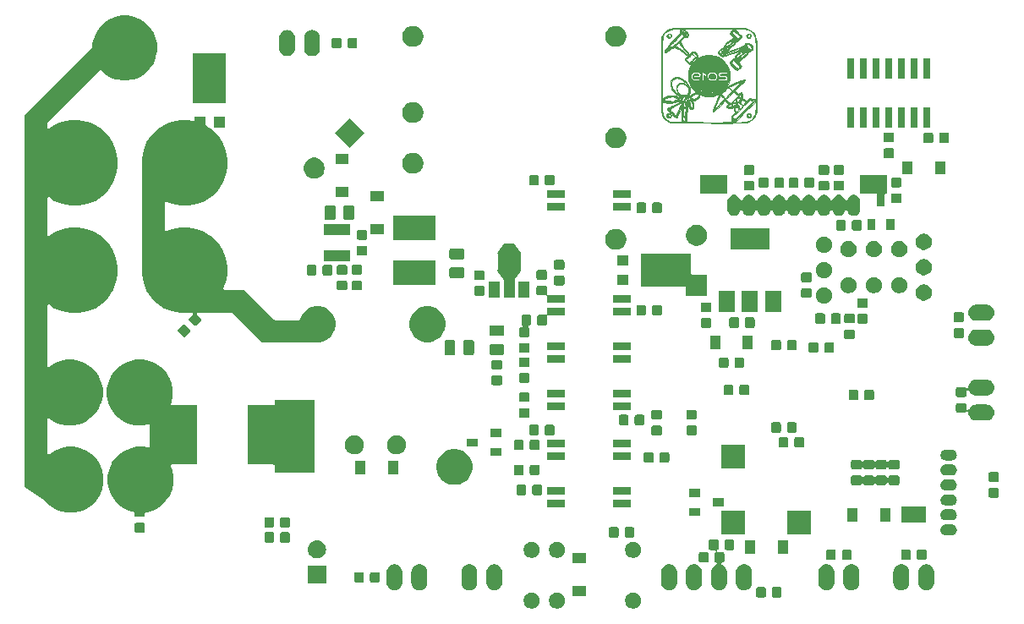
<source format=gbr>
G04 #@! TF.GenerationSoftware,KiCad,Pcbnew,(5.1.2)-1*
G04 #@! TF.CreationDate,2019-06-09T18:28:46+09:00*
G04 #@! TF.ProjectId,Control_5VOUT_ElectrocityManager,436f6e74-726f-46c5-9f35-564f55545f45,rev?*
G04 #@! TF.SameCoordinates,Original*
G04 #@! TF.FileFunction,Soldermask,Bot*
G04 #@! TF.FilePolarity,Negative*
%FSLAX46Y46*%
G04 Gerber Fmt 4.6, Leading zero omitted, Abs format (unit mm)*
G04 Created by KiCad (PCBNEW (5.1.2)-1) date 2019-06-09 18:28:46*
%MOMM*%
%LPD*%
G04 APERTURE LIST*
%ADD10C,0.010000*%
%ADD11C,0.100000*%
G04 APERTURE END LIST*
D10*
G36*
X115060958Y-50726241D02*
G01*
X114556810Y-50727706D01*
X114049421Y-50730154D01*
X113547007Y-50733547D01*
X113057782Y-50737842D01*
X112589960Y-50742998D01*
X112151756Y-50748975D01*
X111751385Y-50755732D01*
X111397061Y-50763228D01*
X111096999Y-50771421D01*
X110859414Y-50780272D01*
X110692521Y-50789738D01*
X110604533Y-50799779D01*
X110598077Y-50801519D01*
X110299476Y-50943769D01*
X110054766Y-51148405D01*
X109876779Y-51403631D01*
X109743031Y-51665973D01*
X109730992Y-55429386D01*
X109728728Y-56119914D01*
X109726897Y-56727707D01*
X109725894Y-57258531D01*
X109726118Y-57718152D01*
X109727964Y-58112335D01*
X109731829Y-58446849D01*
X109738110Y-58727458D01*
X109747203Y-58959930D01*
X109759506Y-59150029D01*
X109775415Y-59303524D01*
X109795326Y-59426179D01*
X109819637Y-59523761D01*
X109848744Y-59602036D01*
X109883044Y-59666771D01*
X109922934Y-59723732D01*
X109968810Y-59778686D01*
X110021069Y-59837397D01*
X110035371Y-59853558D01*
X110193081Y-59998166D01*
X110380473Y-60122279D01*
X110438315Y-60151238D01*
X110672300Y-60256969D01*
X114411498Y-60265079D01*
X115082966Y-60266386D01*
X115671725Y-60267145D01*
X116183566Y-60267268D01*
X116624281Y-60266664D01*
X116999661Y-60265244D01*
X117315498Y-60262918D01*
X117577583Y-60259596D01*
X117791708Y-60255188D01*
X117963664Y-60249605D01*
X118099242Y-60242756D01*
X118204235Y-60234553D01*
X118284433Y-60224905D01*
X118345627Y-60213722D01*
X118385211Y-60203487D01*
X118650169Y-60081769D01*
X118886979Y-59891276D01*
X119074615Y-59651450D01*
X119154925Y-59491769D01*
X119256969Y-59239199D01*
X119260135Y-58386751D01*
X119182032Y-58386751D01*
X119179441Y-58745215D01*
X119143554Y-59084316D01*
X119077893Y-59382305D01*
X118985980Y-59617433D01*
X118981356Y-59626054D01*
X118851778Y-59817306D01*
X118689944Y-59963649D01*
X118484871Y-60069470D01*
X118225579Y-60139156D01*
X117901087Y-60177093D01*
X117575781Y-60187606D01*
X117045117Y-60190592D01*
X117296273Y-59939208D01*
X116998314Y-59939208D01*
X116992030Y-60009154D01*
X116967521Y-60077341D01*
X116940436Y-60065845D01*
X116924341Y-60039369D01*
X116896114Y-59944521D01*
X116897633Y-59902737D01*
X116936093Y-59863105D01*
X116965322Y-59872522D01*
X116998314Y-59939208D01*
X117296273Y-59939208D01*
X118106792Y-59127954D01*
X119168467Y-58065315D01*
X119182032Y-58386751D01*
X119260135Y-58386751D01*
X119261644Y-57980666D01*
X119043269Y-57980666D01*
X119026012Y-58025968D01*
X118988965Y-58069311D01*
X118908043Y-58158729D01*
X118896227Y-58136853D01*
X118838500Y-58136853D01*
X118060070Y-58909280D01*
X117840600Y-59129023D01*
X117639064Y-59334525D01*
X117465106Y-59515657D01*
X117328366Y-59662289D01*
X117238487Y-59764294D01*
X117208556Y-59803819D01*
X117135472Y-59925931D01*
X117001942Y-59792401D01*
X116868413Y-59658871D01*
X117642092Y-58885192D01*
X117464808Y-58885192D01*
X117429595Y-58972384D01*
X117349474Y-59051501D01*
X117265679Y-59084321D01*
X117187936Y-59055306D01*
X117136088Y-59014784D01*
X117079666Y-58933303D01*
X117066550Y-58885192D01*
X117101764Y-58797999D01*
X117181884Y-58718883D01*
X117265679Y-58686063D01*
X117352872Y-58721276D01*
X117431988Y-58801397D01*
X117464808Y-58885192D01*
X117642092Y-58885192D01*
X117741439Y-58785845D01*
X117962008Y-58565275D01*
X117867252Y-58565275D01*
X117768944Y-58669920D01*
X117693642Y-58742064D01*
X117644983Y-58774433D01*
X117643497Y-58774565D01*
X117601986Y-58744728D01*
X117517900Y-58666106D01*
X117408606Y-58555026D01*
X117404146Y-58550328D01*
X117199303Y-58550328D01*
X117162932Y-58595854D01*
X117115560Y-58618176D01*
X117021908Y-58688972D01*
X116965810Y-58808618D01*
X116959903Y-58941042D01*
X116980803Y-59002867D01*
X117046485Y-59096753D01*
X117099889Y-59144493D01*
X117121439Y-59177271D01*
X117096680Y-59234486D01*
X117017870Y-59328803D01*
X116933834Y-59416166D01*
X116703110Y-59649791D01*
X116752078Y-59878119D01*
X116779872Y-60015462D01*
X116797615Y-60118011D01*
X116801045Y-60149963D01*
X116757067Y-60159156D01*
X116626200Y-60166910D01*
X116410047Y-60173208D01*
X116110208Y-60178034D01*
X115728285Y-60181372D01*
X115265881Y-60183205D01*
X114724596Y-60183518D01*
X114106033Y-60182294D01*
X113736672Y-60180973D01*
X113141441Y-60178485D01*
X112628162Y-60176091D01*
X112190288Y-60173580D01*
X111821270Y-60170742D01*
X111514559Y-60167366D01*
X111263609Y-60163242D01*
X111061869Y-60158158D01*
X110902793Y-60151904D01*
X110779831Y-60144270D01*
X110686435Y-60135045D01*
X110616058Y-60124018D01*
X110562149Y-60110979D01*
X110518162Y-60095716D01*
X110477548Y-60078020D01*
X110473171Y-60075992D01*
X110236128Y-59921360D01*
X110037987Y-59705819D01*
X109900730Y-59454767D01*
X109878281Y-59388682D01*
X109853360Y-59268557D01*
X109833388Y-59103692D01*
X109818774Y-58911972D01*
X109809925Y-58711278D01*
X109807250Y-58519494D01*
X109811156Y-58354502D01*
X109822052Y-58234186D01*
X109840344Y-58176428D01*
X109850601Y-58175288D01*
X109907513Y-58171186D01*
X109916721Y-58160414D01*
X109967019Y-58154059D01*
X110063873Y-58185906D01*
X110107845Y-58207095D01*
X110282758Y-58262537D01*
X110508218Y-58283701D01*
X110753753Y-58271933D01*
X110988893Y-58228574D01*
X111173427Y-58160107D01*
X111241153Y-58132028D01*
X110741173Y-58132028D01*
X110698432Y-58138615D01*
X110585751Y-58141337D01*
X110583798Y-58141340D01*
X110466247Y-58139032D01*
X110414542Y-58132548D01*
X110439190Y-58123434D01*
X110573739Y-58115733D01*
X110704695Y-58122982D01*
X110741173Y-58132028D01*
X111241153Y-58132028D01*
X111317869Y-58100222D01*
X110276975Y-58100222D01*
X110233478Y-58107308D01*
X110176084Y-58099172D01*
X110175399Y-58084067D01*
X110234624Y-58073503D01*
X110260213Y-58080573D01*
X110276975Y-58100222D01*
X111317869Y-58100222D01*
X111326167Y-58096782D01*
X111440996Y-58089274D01*
X111473113Y-58097484D01*
X111509865Y-58115748D01*
X111511839Y-58141311D01*
X111469819Y-58181395D01*
X111374590Y-58243222D01*
X111216937Y-58334015D01*
X111060486Y-58420888D01*
X110858043Y-58529757D01*
X110674699Y-58623270D01*
X110528675Y-58692483D01*
X110438191Y-58728452D01*
X110429460Y-58730655D01*
X110343815Y-58761463D01*
X110309747Y-58813843D01*
X110330626Y-58895263D01*
X110409822Y-59013193D01*
X110550704Y-59175101D01*
X110700652Y-59331698D01*
X110906302Y-59533125D01*
X111063057Y-59666397D01*
X111175671Y-59733751D01*
X111248894Y-59737422D01*
X111287478Y-59679645D01*
X111296173Y-59611841D01*
X111318598Y-59528770D01*
X111376226Y-59389106D01*
X111460104Y-59212955D01*
X111552413Y-59036580D01*
X111804292Y-58575436D01*
X111781044Y-58907317D01*
X111769144Y-59107631D01*
X111757614Y-59353345D01*
X111748401Y-59601373D01*
X111746058Y-59681707D01*
X111734320Y-60124216D01*
X112221080Y-60124216D01*
X112252215Y-59725958D01*
X112267453Y-59517301D01*
X112284976Y-59255915D01*
X112302460Y-58977452D01*
X112315642Y-58752439D01*
X112330328Y-58521182D01*
X112343879Y-58374890D01*
X112355298Y-58317687D01*
X112194094Y-58317687D01*
X112193118Y-58424137D01*
X112186827Y-58579320D01*
X112175289Y-58792295D01*
X112158572Y-59072123D01*
X112136744Y-59427864D01*
X112127289Y-59582143D01*
X112100906Y-60013589D01*
X111969037Y-60013589D01*
X111884011Y-60007646D01*
X111852057Y-59972667D01*
X111856512Y-59882924D01*
X111861547Y-59847648D01*
X111871421Y-59747978D01*
X111883095Y-59578749D01*
X111895475Y-59358859D01*
X111907465Y-59107204D01*
X111914766Y-58929443D01*
X111926226Y-58678596D01*
X111939791Y-58457903D01*
X111954229Y-58282873D01*
X111968285Y-58169209D01*
X111829604Y-58169209D01*
X111819602Y-58215628D01*
X111773753Y-58322926D01*
X111700475Y-58475344D01*
X111608181Y-58657122D01*
X111505288Y-58852502D01*
X111400211Y-59045724D01*
X111301366Y-59221028D01*
X111217169Y-59362656D01*
X111156034Y-59454848D01*
X111128253Y-59482578D01*
X111111063Y-59508033D01*
X111136934Y-59548955D01*
X111186280Y-59613049D01*
X111179030Y-59617297D01*
X111119748Y-59565819D01*
X111013002Y-59462733D01*
X110863357Y-59312160D01*
X110781950Y-59228681D01*
X110657752Y-59099320D01*
X110578954Y-59014389D01*
X110550630Y-58979640D01*
X110577849Y-59000830D01*
X110594861Y-59016407D01*
X110694408Y-59101762D01*
X110762583Y-59146932D01*
X110782927Y-59145266D01*
X110753337Y-59086562D01*
X110681205Y-59004332D01*
X110672300Y-58995819D01*
X110597687Y-58918220D01*
X110562155Y-58866504D01*
X110561672Y-58863388D01*
X110598133Y-58831664D01*
X110696943Y-58768490D01*
X110842248Y-58682549D01*
X111018191Y-58582520D01*
X111208918Y-58477085D01*
X111398572Y-58374924D01*
X111571297Y-58284718D01*
X111711239Y-58215148D01*
X111802540Y-58174894D01*
X111829604Y-58169209D01*
X111968285Y-58169209D01*
X111968310Y-58169012D01*
X111978017Y-58132927D01*
X112002292Y-58088676D01*
X111667944Y-58088676D01*
X111645819Y-58110801D01*
X111623693Y-58088676D01*
X111645819Y-58066551D01*
X111667944Y-58088676D01*
X112002292Y-58088676D01*
X112022710Y-58051458D01*
X112033603Y-58022300D01*
X112043977Y-58010443D01*
X112040080Y-58072689D01*
X112039471Y-58077613D01*
X112040932Y-58166883D01*
X112087807Y-58197702D01*
X112116845Y-58199303D01*
X112143473Y-58197998D01*
X112164444Y-58200124D01*
X112179825Y-58214740D01*
X112189686Y-58250908D01*
X112194094Y-58317687D01*
X112355298Y-58317687D01*
X112356825Y-58310042D01*
X112369697Y-58323117D01*
X112375716Y-58354181D01*
X112432379Y-58566594D01*
X112523699Y-58741420D01*
X112637010Y-58856149D01*
X112667593Y-58872942D01*
X112758663Y-58898932D01*
X112832621Y-58865621D01*
X112872193Y-58829007D01*
X112936350Y-58711076D01*
X112962538Y-58543613D01*
X112961468Y-58527572D01*
X112844830Y-58527572D01*
X112822407Y-58676633D01*
X112813756Y-58694866D01*
X112761016Y-58793411D01*
X112723739Y-58692643D01*
X112681286Y-58625518D01*
X112644895Y-58617565D01*
X112588609Y-58610804D01*
X112571308Y-58591446D01*
X112564939Y-58560840D01*
X112597895Y-58575858D01*
X112636366Y-58586125D01*
X112624211Y-58530022D01*
X112623178Y-58527381D01*
X112598821Y-58442683D01*
X112552962Y-58442683D01*
X112530836Y-58464808D01*
X112508711Y-58442683D01*
X112530836Y-58420558D01*
X112552962Y-58442683D01*
X112598821Y-58442683D01*
X112596093Y-58433200D01*
X112566717Y-58294632D01*
X112555890Y-58232491D01*
X112554917Y-58217741D01*
X112505217Y-58217741D01*
X112497081Y-58275135D01*
X112481976Y-58275820D01*
X112471412Y-58216595D01*
X112478482Y-58191006D01*
X112498131Y-58174245D01*
X112505217Y-58217741D01*
X112554917Y-58217741D01*
X112546330Y-58087661D01*
X112573015Y-58021701D01*
X112630080Y-58037093D01*
X112711656Y-58136319D01*
X112726670Y-58160272D01*
X112811419Y-58346249D01*
X112844830Y-58527572D01*
X112961468Y-58527572D01*
X112950111Y-58357331D01*
X112898425Y-58182943D01*
X112886278Y-58157828D01*
X112842936Y-58066785D01*
X112847960Y-58029704D01*
X112908292Y-58022340D01*
X112925077Y-58022300D01*
X113124174Y-57986233D01*
X113309336Y-57889686D01*
X113457272Y-57750142D01*
X113544689Y-57585084D01*
X113552739Y-57551200D01*
X113561616Y-57514277D01*
X113425549Y-57514277D01*
X113348164Y-57625512D01*
X113336246Y-57637227D01*
X113281196Y-57692697D01*
X113291653Y-57691941D01*
X113325183Y-57668293D01*
X113386154Y-57625277D01*
X113385757Y-57636191D01*
X113334257Y-57698497D01*
X113247263Y-57764886D01*
X113183182Y-57768416D01*
X113136891Y-57764741D01*
X113139367Y-57783277D01*
X113117366Y-57807431D01*
X113027460Y-57816940D01*
X112980685Y-57815910D01*
X112796341Y-57807021D01*
X112951219Y-57842459D01*
X113046868Y-57865893D01*
X113060671Y-57877256D01*
X112997335Y-57882959D01*
X112981498Y-57883722D01*
X112856111Y-57871908D01*
X112852704Y-57870776D01*
X112597787Y-57870776D01*
X112567712Y-57948548D01*
X112505615Y-57977065D01*
X112469204Y-57926585D01*
X112469135Y-57925862D01*
X112414673Y-57925862D01*
X112373762Y-57975186D01*
X112353833Y-57978049D01*
X112306726Y-57947595D01*
X112289220Y-57847680D01*
X112288887Y-57814321D01*
X112243206Y-57814321D01*
X112239529Y-57976167D01*
X112225651Y-58067420D01*
X112197304Y-58105793D01*
X112171730Y-58110801D01*
X112132555Y-58098625D01*
X112116892Y-58048996D01*
X112121617Y-57942261D01*
X112131253Y-57856359D01*
X112159609Y-57678576D01*
X112169462Y-57646084D01*
X112092810Y-57646084D01*
X112063757Y-57749691D01*
X111998408Y-57918709D01*
X111995839Y-57924995D01*
X111948916Y-58019453D01*
X111902635Y-58044517D01*
X111849329Y-58024645D01*
X111814797Y-58002323D01*
X111162786Y-58002323D01*
X111158746Y-58022807D01*
X111111417Y-58059489D01*
X111060696Y-58065645D01*
X111048432Y-58049159D01*
X111083143Y-58020740D01*
X111117107Y-58005415D01*
X111162786Y-58002323D01*
X111814797Y-58002323D01*
X111800870Y-57993321D01*
X111789994Y-57955923D01*
X111579442Y-57955923D01*
X111557317Y-57978049D01*
X111535192Y-57955923D01*
X111557317Y-57933798D01*
X111579442Y-57955923D01*
X111789994Y-57955923D01*
X111789448Y-57954049D01*
X111817485Y-57882638D01*
X111857382Y-57809379D01*
X111710386Y-57809379D01*
X111678731Y-57832482D01*
X111638812Y-57868240D01*
X111641317Y-57882264D01*
X111618448Y-57904402D01*
X111553091Y-57911673D01*
X111465365Y-57886104D01*
X111453651Y-57855437D01*
X111306073Y-57855437D01*
X111269817Y-57935526D01*
X111225435Y-57959970D01*
X111108525Y-57977066D01*
X111010333Y-58007509D01*
X110954992Y-58041655D01*
X110959472Y-58066267D01*
X110950216Y-58080357D01*
X110869907Y-58083836D01*
X110735248Y-58077547D01*
X110562944Y-58062335D01*
X110369699Y-58039045D01*
X110340418Y-58034975D01*
X110210447Y-58017190D01*
X110116734Y-58005464D01*
X110097038Y-58003483D01*
X110061525Y-57971333D01*
X110062031Y-57955923D01*
X109942160Y-57955923D01*
X109920035Y-57978049D01*
X109897909Y-57955923D01*
X109920035Y-57933798D01*
X109942160Y-57955923D01*
X110062031Y-57955923D01*
X110064722Y-57874016D01*
X110068275Y-57853492D01*
X110117742Y-57799027D01*
X110232508Y-57741851D01*
X110390005Y-57689826D01*
X110567663Y-57650817D01*
X110694551Y-57635268D01*
X110925916Y-57634475D01*
X111112837Y-57666525D01*
X111243033Y-57726994D01*
X111304223Y-57811461D01*
X111306073Y-57855437D01*
X111453651Y-57855437D01*
X111446690Y-57837215D01*
X111483135Y-57766179D01*
X111565627Y-57728196D01*
X111653903Y-57736749D01*
X111683461Y-57757930D01*
X111710386Y-57809379D01*
X111857382Y-57809379D01*
X111873924Y-57779005D01*
X111949234Y-57665365D01*
X111985223Y-57628529D01*
X111832412Y-57628529D01*
X111823127Y-57672869D01*
X111819977Y-57681264D01*
X111784922Y-57735451D01*
X111764992Y-57735840D01*
X111769956Y-57689029D01*
X111795206Y-57656493D01*
X111832412Y-57628529D01*
X111985223Y-57628529D01*
X112019706Y-57593235D01*
X112050842Y-57579791D01*
X112087771Y-57594060D01*
X112092810Y-57646084D01*
X112169462Y-57646084D01*
X112188955Y-57581810D01*
X112215310Y-57567556D01*
X112234691Y-57637311D01*
X112243118Y-57792568D01*
X112243206Y-57814321D01*
X112288887Y-57814321D01*
X112288864Y-57812108D01*
X112292594Y-57708308D01*
X112307918Y-57681039D01*
X112344750Y-57718343D01*
X112355240Y-57732064D01*
X112408550Y-57835864D01*
X112414673Y-57925862D01*
X112469135Y-57925862D01*
X112464460Y-57877268D01*
X112439134Y-57764055D01*
X112393570Y-57675277D01*
X112344466Y-57584704D01*
X112355594Y-57551691D01*
X112416674Y-57580314D01*
X112483903Y-57639463D01*
X112569467Y-57757481D01*
X112597787Y-57870776D01*
X112852704Y-57870776D01*
X112771307Y-57843739D01*
X112699343Y-57770733D01*
X112696680Y-57678524D01*
X112749710Y-57578872D01*
X112796012Y-57532462D01*
X111933449Y-57532462D01*
X111917443Y-57561297D01*
X111856313Y-57585605D01*
X111730399Y-57612630D01*
X111701132Y-57618016D01*
X111671814Y-57587974D01*
X111667944Y-57557666D01*
X111707523Y-57504969D01*
X111800697Y-57491289D01*
X111893920Y-57503219D01*
X111933440Y-57531963D01*
X111933449Y-57532462D01*
X112796012Y-57532462D01*
X112844823Y-57483539D01*
X112968412Y-57404283D01*
X113106869Y-57352864D01*
X113246584Y-57341043D01*
X113331118Y-57359968D01*
X113419837Y-57424118D01*
X113425549Y-57514277D01*
X113561616Y-57514277D01*
X113575923Y-57454778D01*
X113611834Y-57429925D01*
X113687380Y-57460853D01*
X113697670Y-57466157D01*
X113878719Y-57533169D01*
X114115031Y-57583488D01*
X114374167Y-57612264D01*
X114623683Y-57614648D01*
X114670055Y-57611492D01*
X114872392Y-57584812D01*
X115075355Y-57534838D01*
X115307828Y-57453429D01*
X115480582Y-57383122D01*
X115494525Y-57402921D01*
X115473558Y-57490499D01*
X115416619Y-57648832D01*
X115322647Y-57880896D01*
X115204014Y-58158752D01*
X115055893Y-58505753D01*
X114947949Y-58775372D01*
X114881753Y-58969866D01*
X114858876Y-59091490D01*
X114880889Y-59142500D01*
X114949363Y-59125152D01*
X115065868Y-59041702D01*
X115231976Y-58894406D01*
X115449256Y-58685520D01*
X115521342Y-58614459D01*
X116094488Y-58047357D01*
X116257616Y-58210485D01*
X116420745Y-58373613D01*
X116317666Y-58483336D01*
X116244970Y-58591369D01*
X116256205Y-58672368D01*
X116351819Y-58727357D01*
X116432125Y-58745537D01*
X116640827Y-58771901D01*
X116789038Y-58766547D01*
X116900424Y-58725155D01*
X116998647Y-58643402D01*
X117000174Y-58641812D01*
X117029297Y-58615080D01*
X116785197Y-58615080D01*
X116734582Y-58636091D01*
X116614229Y-58641803D01*
X116606651Y-58641812D01*
X116487169Y-58635386D01*
X116415783Y-58619081D01*
X116406533Y-58608624D01*
X116439613Y-58563143D01*
X116520160Y-58483043D01*
X116583537Y-58426488D01*
X116756794Y-58277540D01*
X116756794Y-58389680D01*
X116767223Y-58505414D01*
X116783654Y-58571816D01*
X116785197Y-58615080D01*
X117029297Y-58615080D01*
X117110454Y-58540589D01*
X117177745Y-58510915D01*
X117199303Y-58550328D01*
X117404146Y-58550328D01*
X117396769Y-58542560D01*
X117299372Y-58438054D01*
X117263112Y-58394460D01*
X117286824Y-58409836D01*
X117350237Y-58465121D01*
X117523297Y-58619686D01*
X117400643Y-58454197D01*
X117328470Y-58329302D01*
X117316198Y-58274636D01*
X117155052Y-58274636D01*
X117126821Y-58322348D01*
X117055439Y-58407103D01*
X117013759Y-58451495D01*
X116910354Y-58539447D01*
X116843770Y-58547436D01*
X116809308Y-58473549D01*
X116801723Y-58365244D01*
X116809371Y-58287096D01*
X116850217Y-58252347D01*
X116949352Y-58243681D01*
X116978049Y-58243554D01*
X117088924Y-58250453D01*
X117150560Y-58267684D01*
X117155052Y-58274636D01*
X117316198Y-58274636D01*
X117305389Y-58226494D01*
X117326218Y-58180432D01*
X117234927Y-58180432D01*
X116789067Y-58199832D01*
X116983122Y-58026976D01*
X117087160Y-57935991D01*
X117159472Y-57875959D01*
X117181977Y-57860771D01*
X117191128Y-57904099D01*
X117207473Y-58002198D01*
X117210852Y-58023927D01*
X117234927Y-58180432D01*
X117326218Y-58180432D01*
X117333332Y-58164702D01*
X117370132Y-58155052D01*
X117421313Y-58182706D01*
X117516705Y-58255301D01*
X117635916Y-58357288D01*
X117639119Y-58360164D01*
X117867252Y-58565275D01*
X117962008Y-58565275D01*
X118327980Y-58199303D01*
X118084320Y-58199303D01*
X118050936Y-58332030D01*
X117965402Y-58407357D01*
X117849651Y-58416305D01*
X117725611Y-58349898D01*
X117722735Y-58347323D01*
X117648145Y-58233992D01*
X117648080Y-58118496D01*
X117713186Y-58025443D01*
X117834114Y-57979440D01*
X117863066Y-57978049D01*
X117998061Y-58009936D01*
X118070894Y-58104779D01*
X118084320Y-58199303D01*
X118327980Y-58199303D01*
X118614465Y-57912818D01*
X118838500Y-58136853D01*
X118896227Y-58136853D01*
X118853268Y-58057326D01*
X118821250Y-57980059D01*
X118844087Y-57947015D01*
X118864375Y-57941118D01*
X118963844Y-57943077D01*
X119000072Y-57953104D01*
X119043269Y-57980666D01*
X119261644Y-57980666D01*
X119262150Y-57844593D01*
X119195626Y-57844593D01*
X118872290Y-57818278D01*
X118548955Y-57791962D01*
X118248351Y-58106274D01*
X118126457Y-57975785D01*
X118020663Y-57889704D01*
X117917056Y-57846658D01*
X117900626Y-57845324D01*
X117839710Y-57838423D01*
X117811381Y-57802737D01*
X117810693Y-57789855D01*
X117641812Y-57789855D01*
X117614769Y-57825773D01*
X117544952Y-57907075D01*
X117475871Y-57984589D01*
X117309930Y-58168388D01*
X117281978Y-58040030D01*
X117259635Y-57923590D01*
X117248789Y-57845296D01*
X117269302Y-57802089D01*
X117350570Y-57782094D01*
X117442683Y-57778920D01*
X117561496Y-57781094D01*
X117632718Y-57786595D01*
X117641812Y-57789855D01*
X117810693Y-57789855D01*
X117806740Y-57715851D01*
X117806930Y-57712544D01*
X117686063Y-57712544D01*
X117509059Y-57712544D01*
X117398155Y-57709624D01*
X117336531Y-57702333D01*
X117332056Y-57699399D01*
X117360953Y-57664005D01*
X117435546Y-57586393D01*
X117484746Y-57537551D01*
X117394586Y-57537551D01*
X116999174Y-57934803D01*
X116848274Y-58084795D01*
X116720408Y-58208860D01*
X116628069Y-58295091D01*
X116583755Y-58331584D01*
X116582233Y-58332056D01*
X116542249Y-58303364D01*
X116458157Y-58228156D01*
X116348575Y-58123116D01*
X116136446Y-57914175D01*
X116161110Y-57889407D01*
X116069602Y-57889407D01*
X115563571Y-58396877D01*
X115392942Y-58566508D01*
X115245285Y-58710482D01*
X115131258Y-58818634D01*
X115061514Y-58880802D01*
X115044838Y-58891644D01*
X115057151Y-58848913D01*
X115099262Y-58738587D01*
X115165707Y-58574246D01*
X115251022Y-58369467D01*
X115324679Y-58196178D01*
X115422637Y-57968830D01*
X115508857Y-57771137D01*
X115577218Y-57616939D01*
X115621602Y-57520072D01*
X115635425Y-57493424D01*
X115673152Y-57511897D01*
X115754530Y-57579552D01*
X115861615Y-57681420D01*
X116069602Y-57889407D01*
X116161110Y-57889407D01*
X116545310Y-57503603D01*
X116700015Y-57350726D01*
X116833276Y-57223675D01*
X116932402Y-57134213D01*
X116984706Y-57094103D01*
X116985328Y-57093914D01*
X116864589Y-57093914D01*
X116490626Y-57469831D01*
X116116662Y-57845748D01*
X115674214Y-57403300D01*
X115985259Y-57090420D01*
X115606272Y-57090420D01*
X115570292Y-57131532D01*
X115537284Y-57137282D01*
X115492515Y-57160208D01*
X115497742Y-57184927D01*
X115486042Y-57216944D01*
X115400789Y-57218115D01*
X115298968Y-57183515D01*
X115266938Y-57117768D01*
X115208014Y-57117768D01*
X115186561Y-57163571D01*
X115163763Y-57159408D01*
X115137685Y-57124745D01*
X115061428Y-57124745D01*
X114981480Y-57157974D01*
X114931446Y-57172018D01*
X114828464Y-57219334D01*
X114790466Y-57278663D01*
X114822382Y-57330116D01*
X114887195Y-57350552D01*
X114971744Y-57380975D01*
X114976829Y-57420728D01*
X114904990Y-57445849D01*
X114876975Y-57447038D01*
X114785074Y-57421333D01*
X114737902Y-57330339D01*
X114737698Y-57329526D01*
X114738488Y-57316766D01*
X114610627Y-57316766D01*
X114570007Y-57369416D01*
X114462600Y-57406768D01*
X114455749Y-57408025D01*
X114343306Y-57427881D01*
X114272019Y-57440451D01*
X114267683Y-57441213D01*
X114235556Y-57413686D01*
X114234495Y-57402788D01*
X114272887Y-57371480D01*
X114364636Y-57358537D01*
X114482310Y-57342336D01*
X114517703Y-57299410D01*
X114468407Y-57238273D01*
X114408833Y-57202280D01*
X114366580Y-57175923D01*
X114212369Y-57175923D01*
X114093291Y-57178728D01*
X113992615Y-57197546D01*
X113942738Y-57237249D01*
X113958336Y-57281272D01*
X113988310Y-57297207D01*
X114048608Y-57341345D01*
X114057491Y-57364828D01*
X114025627Y-57379659D01*
X113968989Y-57358537D01*
X113898618Y-57297390D01*
X113880488Y-57251771D01*
X113916629Y-57161039D01*
X114006582Y-57119193D01*
X114107101Y-57133793D01*
X114212369Y-57175923D01*
X114366580Y-57175923D01*
X114324070Y-57149406D01*
X114292632Y-57110865D01*
X114294674Y-57106603D01*
X114347846Y-57107757D01*
X114435329Y-57150293D01*
X114527440Y-57214466D01*
X114594492Y-57280528D01*
X114610627Y-57316766D01*
X114738488Y-57316766D01*
X114745078Y-57210435D01*
X114824401Y-57127019D01*
X114961827Y-57093184D01*
X114973092Y-57093031D01*
X115059384Y-57101673D01*
X115061428Y-57124745D01*
X115137685Y-57124745D01*
X115121200Y-57102835D01*
X115119512Y-57090420D01*
X115141075Y-57064578D01*
X113880038Y-57064578D01*
X113847826Y-57084678D01*
X113814111Y-57077029D01*
X113757136Y-57081893D01*
X113747735Y-57107695D01*
X113718317Y-57184773D01*
X113654726Y-57252063D01*
X113609752Y-57270035D01*
X113544568Y-57255781D01*
X113507975Y-57243175D01*
X113442613Y-57198985D01*
X113453372Y-57163541D01*
X113528911Y-57159120D01*
X113548606Y-57163362D01*
X113630531Y-57171680D01*
X113657837Y-57127176D01*
X113659233Y-57096440D01*
X113631771Y-57009314D01*
X113592857Y-56976281D01*
X113534345Y-56934652D01*
X113526481Y-56914580D01*
X113562330Y-56907816D01*
X113652809Y-56932910D01*
X113703034Y-56952502D01*
X113810964Y-57005741D01*
X113873668Y-57051965D01*
X113880038Y-57064578D01*
X115141075Y-57064578D01*
X115153264Y-57049972D01*
X115163763Y-57048781D01*
X115202598Y-57084799D01*
X115208014Y-57117768D01*
X115266938Y-57117768D01*
X115260240Y-57104021D01*
X115276358Y-56995673D01*
X115312393Y-56938080D01*
X115381694Y-56888167D01*
X115439868Y-56872736D01*
X115459823Y-56895739D01*
X115450196Y-56917966D01*
X115449559Y-56981507D01*
X115491962Y-57045437D01*
X115548970Y-57073287D01*
X115567035Y-57067807D01*
X115603993Y-57076128D01*
X115606272Y-57090420D01*
X115985259Y-57090420D01*
X116026400Y-57049037D01*
X116171160Y-56907401D01*
X116295912Y-56792705D01*
X116298715Y-56790378D01*
X115960279Y-56790378D01*
X115931886Y-56825449D01*
X115876069Y-56811142D01*
X115849652Y-56783275D01*
X115795083Y-56738220D01*
X115757979Y-56764895D01*
X115761824Y-56829650D01*
X115761663Y-56911032D01*
X115731146Y-56997738D01*
X115686649Y-57047131D01*
X115677675Y-57048781D01*
X115673551Y-57008934D01*
X115669851Y-56907008D01*
X115669076Y-56866970D01*
X113454361Y-56866970D01*
X113402176Y-56849753D01*
X113366289Y-56823116D01*
X113314503Y-56787181D01*
X113311463Y-56818873D01*
X113323825Y-56860665D01*
X113335156Y-56974053D01*
X113288905Y-57035073D01*
X113223662Y-57038434D01*
X113167182Y-56988793D01*
X113159166Y-56899676D01*
X113158390Y-56817743D01*
X113131385Y-56809430D01*
X113103852Y-56829389D01*
X113051392Y-56856879D01*
X113044905Y-56823162D01*
X113083801Y-56742294D01*
X113109125Y-56703879D01*
X113178099Y-56637861D01*
X113229014Y-56638548D01*
X113239848Y-56701397D01*
X113232743Y-56729379D01*
X113221327Y-56778243D01*
X113248797Y-56748223D01*
X113254100Y-56740784D01*
X113297010Y-56702578D01*
X113351517Y-56725083D01*
X113391298Y-56758951D01*
X113452891Y-56831170D01*
X113454361Y-56866970D01*
X115669076Y-56866970D01*
X115668288Y-56826279D01*
X115671090Y-56702806D01*
X115681663Y-56628363D01*
X115691031Y-56617507D01*
X115745510Y-56645356D01*
X115838589Y-56692234D01*
X115924153Y-56745919D01*
X115960273Y-56790025D01*
X115960279Y-56790378D01*
X116298715Y-56790378D01*
X116386245Y-56717735D01*
X116425724Y-56694774D01*
X116479271Y-56724279D01*
X116571751Y-56801131D01*
X116668726Y-56894344D01*
X116864589Y-57093914D01*
X116985328Y-57093914D01*
X116988237Y-57093031D01*
X117018936Y-57128774D01*
X117022300Y-57155960D01*
X117053809Y-57217853D01*
X117134861Y-57310081D01*
X117208443Y-57378219D01*
X117394586Y-57537551D01*
X117484746Y-57537551D01*
X117509059Y-57513415D01*
X117686063Y-57340575D01*
X117686063Y-57712544D01*
X117806930Y-57712544D01*
X117812135Y-57622416D01*
X117814745Y-57420881D01*
X117793321Y-57273256D01*
X117750560Y-57192634D01*
X117721260Y-57181533D01*
X117655217Y-57209546D01*
X117567967Y-57277055D01*
X117566563Y-57278370D01*
X117463486Y-57375206D01*
X117286441Y-57202327D01*
X117109397Y-57029448D01*
X117596859Y-56540600D01*
X117764409Y-56369144D01*
X117907098Y-56216587D01*
X118014130Y-56094997D01*
X118019831Y-56087603D01*
X117818815Y-56087603D01*
X117812505Y-56108529D01*
X117752261Y-56182037D01*
X117646893Y-56298295D01*
X117505211Y-56447468D01*
X117399187Y-56556033D01*
X117231396Y-56724631D01*
X117085460Y-56868394D01*
X116972527Y-56976566D01*
X116903744Y-57038394D01*
X116888452Y-57048781D01*
X116846974Y-57019630D01*
X116763478Y-56943667D01*
X116669203Y-56850579D01*
X116571453Y-56745662D01*
X116508506Y-56667652D01*
X116494049Y-56635432D01*
X116537921Y-56614953D01*
X116646905Y-56568128D01*
X116689470Y-56550207D01*
X116155936Y-56550207D01*
X116151915Y-56587714D01*
X116099089Y-56629142D01*
X116009553Y-56641372D01*
X115921543Y-56626176D01*
X115873294Y-56585326D01*
X115871777Y-56574734D01*
X115842952Y-56522183D01*
X115824915Y-56517770D01*
X115800991Y-56489606D01*
X115810891Y-56464636D01*
X115815262Y-56460673D01*
X113124266Y-56460673D01*
X113112569Y-56507715D01*
X113067265Y-56517770D01*
X112989714Y-56548989D01*
X112951219Y-56584146D01*
X112895925Y-56639279D01*
X112874691Y-56650523D01*
X112868893Y-56617252D01*
X112878720Y-56584146D01*
X112873309Y-56527044D01*
X112846062Y-56517770D01*
X112774965Y-56487486D01*
X112707840Y-56429268D01*
X112657562Y-56361201D01*
X112672494Y-56345033D01*
X112746105Y-56380844D01*
X112816631Y-56427961D01*
X112923512Y-56484479D01*
X112983557Y-56470584D01*
X112995470Y-56421893D01*
X112959524Y-56389147D01*
X112929094Y-56385017D01*
X112870058Y-56374945D01*
X112862718Y-56366511D01*
X112848900Y-56314689D01*
X112834058Y-56273319D01*
X112829505Y-56235469D01*
X112870883Y-56245364D01*
X112966263Y-56302888D01*
X113073304Y-56387729D01*
X113124266Y-56460673D01*
X115815262Y-56460673D01*
X115844207Y-56434433D01*
X115861441Y-56464636D01*
X115915054Y-56513234D01*
X115941841Y-56517770D01*
X115998300Y-56544326D01*
X116004530Y-56564633D01*
X116032694Y-56588556D01*
X116057664Y-56578656D01*
X116087737Y-56545305D01*
X116057388Y-56528014D01*
X116024261Y-56486258D01*
X116030319Y-56467591D01*
X116075846Y-56449877D01*
X116126999Y-56486584D01*
X116155936Y-56550207D01*
X116689470Y-56550207D01*
X116804122Y-56501937D01*
X116992696Y-56423358D01*
X117195750Y-56339371D01*
X117396407Y-56256956D01*
X117577789Y-56183090D01*
X117723020Y-56124754D01*
X117815222Y-56088927D01*
X117818815Y-56087603D01*
X118019831Y-56087603D01*
X118074710Y-56016440D01*
X118084320Y-55995741D01*
X118079591Y-55958468D01*
X118060625Y-55934051D01*
X118020258Y-55924803D01*
X117951326Y-55933032D01*
X117846665Y-55961049D01*
X117699109Y-56011164D01*
X117501493Y-56085686D01*
X117246654Y-56186927D01*
X116927427Y-56317196D01*
X116536646Y-56478803D01*
X116365127Y-56550064D01*
X116336099Y-56545665D01*
X116354780Y-56482505D01*
X116378523Y-56433976D01*
X116225784Y-56433976D01*
X116195883Y-56445199D01*
X116129235Y-56410912D01*
X116038089Y-56368885D01*
X115974357Y-56391696D01*
X115924935Y-56416295D01*
X115917088Y-56386445D01*
X115947685Y-56324078D01*
X115991491Y-56271625D01*
X116051771Y-56224206D01*
X116082007Y-56245043D01*
X116086482Y-56257401D01*
X116140242Y-56334677D01*
X116165896Y-56354028D01*
X116219482Y-56410414D01*
X116225784Y-56433976D01*
X116378523Y-56433976D01*
X116383083Y-56424656D01*
X116494379Y-56134133D01*
X116560566Y-55796958D01*
X116578676Y-55444306D01*
X116557995Y-55232705D01*
X116314286Y-55232705D01*
X116305877Y-55275792D01*
X116269045Y-55302993D01*
X116186386Y-55319056D01*
X116040494Y-55328726D01*
X115949216Y-55332270D01*
X115762888Y-55342138D01*
X115650027Y-55357855D01*
X115595637Y-55382674D01*
X115584146Y-55411498D01*
X115605893Y-55449080D01*
X115680859Y-55475105D01*
X115823634Y-55493577D01*
X115906658Y-55500000D01*
X116111479Y-55522799D01*
X116233505Y-55557995D01*
X116271050Y-55588502D01*
X116300828Y-55678084D01*
X116312769Y-55798053D01*
X116305322Y-55906774D01*
X116284785Y-55957259D01*
X116230518Y-55969825D01*
X116108393Y-55979726D01*
X115939046Y-55985654D01*
X115820151Y-55986760D01*
X115620738Y-55985506D01*
X115493668Y-55979557D01*
X115422791Y-55965628D01*
X115391960Y-55940433D01*
X115385026Y-55900690D01*
X115385017Y-55898258D01*
X115392017Y-55855226D01*
X115424552Y-55828941D01*
X115499928Y-55815331D01*
X115635450Y-55810325D01*
X115761150Y-55809756D01*
X115949196Y-55806922D01*
X116064287Y-55796607D01*
X116121841Y-55776089D01*
X116137282Y-55743380D01*
X116118177Y-55706260D01*
X116049867Y-55685570D01*
X115915860Y-55677529D01*
X115847640Y-55677004D01*
X115680574Y-55672139D01*
X115572652Y-55652259D01*
X115494797Y-55609433D01*
X115449382Y-55568388D01*
X115441957Y-55559538D01*
X115305128Y-55559538D01*
X115288534Y-55739774D01*
X115231657Y-55880026D01*
X115190474Y-55934270D01*
X115140449Y-55966024D01*
X115059969Y-55980127D01*
X114927421Y-55981420D01*
X114796524Y-55977451D01*
X114433624Y-55964634D01*
X114351621Y-55796769D01*
X114294584Y-55595073D01*
X114313719Y-55434404D01*
X114227907Y-55434404D01*
X114191562Y-55494347D01*
X114143472Y-55529770D01*
X114129220Y-55528914D01*
X114028101Y-55489130D01*
X113974668Y-55486402D01*
X113955706Y-55535871D01*
X113958002Y-55652676D01*
X113961857Y-55720674D01*
X113968249Y-55867763D01*
X113961083Y-55947296D01*
X113932593Y-55980029D01*
X113875013Y-55986719D01*
X113862293Y-55986760D01*
X113747735Y-55986760D01*
X113747735Y-55587113D01*
X113752005Y-55419956D01*
X113659233Y-55419956D01*
X113619837Y-55544876D01*
X113504910Y-55630017D01*
X113319351Y-55672533D01*
X113216725Y-55677004D01*
X113068435Y-55673774D01*
X112988306Y-55659589D01*
X112956101Y-55627701D01*
X112951219Y-55588502D01*
X112961899Y-55537141D01*
X113007980Y-55510511D01*
X113110526Y-55500870D01*
X113191988Y-55500000D01*
X113350592Y-55488305D01*
X113448557Y-55456874D01*
X113476337Y-55411190D01*
X113432586Y-55361860D01*
X113354713Y-55340744D01*
X113225854Y-55332041D01*
X113151801Y-55333619D01*
X113010197Y-55348890D01*
X112927060Y-55384413D01*
X112872654Y-55453129D01*
X112871204Y-55455749D01*
X112833442Y-55574487D01*
X112857594Y-55688066D01*
X112886260Y-55750021D01*
X112926752Y-55786321D01*
X113000452Y-55803811D01*
X113128745Y-55809336D01*
X113237755Y-55809756D01*
X113407778Y-55811833D01*
X113507648Y-55821310D01*
X113555678Y-55843052D01*
X113570180Y-55881929D01*
X113570732Y-55898258D01*
X113563341Y-55942353D01*
X113529300Y-55968781D01*
X113450808Y-55981991D01*
X113310061Y-55986434D01*
X113216725Y-55986760D01*
X113028824Y-55983057D01*
X112906455Y-55968912D01*
X112826840Y-55939770D01*
X112774216Y-55898258D01*
X112702329Y-55770702D01*
X112678749Y-55603224D01*
X112702190Y-55429207D01*
X112771370Y-55282031D01*
X112799164Y-55249775D01*
X112866725Y-55190169D01*
X112936659Y-55158109D01*
X113036094Y-55147479D01*
X113192158Y-55152168D01*
X113224371Y-55153941D01*
X113434906Y-55178909D01*
X113570126Y-55229866D01*
X113641109Y-55313587D01*
X113659233Y-55419956D01*
X113752005Y-55419956D01*
X113753357Y-55367038D01*
X113774587Y-55227828D01*
X113817967Y-55162313D01*
X113890042Y-55163322D01*
X113997356Y-55223684D01*
X114046880Y-55259310D01*
X114147187Y-55333785D01*
X114212546Y-55382013D01*
X114224474Y-55390637D01*
X114227907Y-55434404D01*
X114313719Y-55434404D01*
X114317528Y-55402427D01*
X114413773Y-55242248D01*
X114478421Y-55188789D01*
X114563838Y-55159332D01*
X114696209Y-55147415D01*
X114803766Y-55145993D01*
X114972547Y-55150270D01*
X115080365Y-55167941D01*
X115154548Y-55206268D01*
X115203988Y-55252335D01*
X115276417Y-55385043D01*
X115305128Y-55559538D01*
X115441957Y-55559538D01*
X115364006Y-55466633D01*
X115351541Y-55385022D01*
X115411989Y-55293532D01*
X115449382Y-55254609D01*
X115511221Y-55201092D01*
X115580620Y-55168679D01*
X115680786Y-55152192D01*
X115834928Y-55146452D01*
X115936142Y-55145993D01*
X116119764Y-55147688D01*
X116232124Y-55155406D01*
X116290436Y-55173093D01*
X116311916Y-55204697D01*
X116314286Y-55232705D01*
X116557995Y-55232705D01*
X116545742Y-55107350D01*
X116519550Y-54991115D01*
X116375658Y-54612996D01*
X116160068Y-54264793D01*
X115885728Y-53962543D01*
X115565589Y-53722286D01*
X115438980Y-53652741D01*
X115043748Y-53501601D01*
X114643784Y-53432809D01*
X114248541Y-53441442D01*
X113867474Y-53522575D01*
X113510037Y-53671284D01*
X113185684Y-53882645D01*
X112903869Y-54151734D01*
X112674047Y-54473627D01*
X112505671Y-54843399D01*
X112412010Y-55229316D01*
X112395166Y-55620353D01*
X112454241Y-56013841D01*
X112582975Y-56390271D01*
X112775106Y-56730132D01*
X112967302Y-56959640D01*
X113165871Y-57158130D01*
X112947576Y-57261881D01*
X112815850Y-57335658D01*
X112716205Y-57411620D01*
X112684055Y-57450139D01*
X112635072Y-57507664D01*
X112567982Y-57490166D01*
X112555870Y-57482836D01*
X112501561Y-57439281D01*
X112504322Y-57389007D01*
X112544544Y-57321701D01*
X112599649Y-57171409D01*
X112613049Y-56972921D01*
X112611349Y-56959414D01*
X112464465Y-56959414D01*
X112454822Y-57156098D01*
X112373331Y-57329644D01*
X112369913Y-57334046D01*
X112317949Y-57393487D01*
X112262474Y-57428361D01*
X112180518Y-57444188D01*
X112049111Y-57446486D01*
X111916341Y-57443030D01*
X111731459Y-57430953D01*
X111568299Y-57409179D01*
X111457327Y-57382002D01*
X111444543Y-57376525D01*
X111282428Y-57266555D01*
X111111695Y-57101357D01*
X110956699Y-56907836D01*
X110841794Y-56712896D01*
X110839722Y-56708404D01*
X110770140Y-56529462D01*
X110744654Y-56375235D01*
X110749468Y-56244017D01*
X110799395Y-56032015D01*
X110905783Y-55886649D01*
X111074863Y-55801689D01*
X111217188Y-55776298D01*
X111459729Y-55794109D01*
X111712295Y-55884478D01*
X111956673Y-56036086D01*
X112174652Y-56237615D01*
X112348019Y-56477745D01*
X112349207Y-56479844D01*
X112433083Y-56628397D01*
X112282830Y-56489892D01*
X112122414Y-56357432D01*
X111981689Y-56283630D01*
X111829768Y-56254522D01*
X111757158Y-56252265D01*
X111529542Y-56286638D01*
X111358243Y-56385742D01*
X111249448Y-56543551D01*
X111209341Y-56754041D01*
X111209513Y-56785706D01*
X111235813Y-56927601D01*
X111298145Y-57086894D01*
X111381391Y-57234990D01*
X111470430Y-57343298D01*
X111522881Y-57378305D01*
X111557622Y-57380239D01*
X111528071Y-57331994D01*
X111485210Y-57283925D01*
X111357287Y-57124013D01*
X111290696Y-56970044D01*
X111269855Y-56784182D01*
X111269686Y-56760655D01*
X111304879Y-56560006D01*
X111401943Y-56411998D01*
X111548106Y-56321722D01*
X111730598Y-56294268D01*
X111936647Y-56334728D01*
X112116041Y-56423300D01*
X112289701Y-56573738D01*
X112407633Y-56758869D01*
X112464465Y-56959414D01*
X112611349Y-56959414D01*
X112585694Y-56755585D01*
X112519520Y-56550925D01*
X112370916Y-56303500D01*
X112161582Y-56066336D01*
X111917858Y-55865543D01*
X111705194Y-55743800D01*
X111428935Y-55656601D01*
X111180038Y-55647035D01*
X110966490Y-55706377D01*
X110796281Y-55825906D01*
X110677397Y-55996898D01*
X110617826Y-56210631D01*
X110625558Y-56458380D01*
X110708578Y-56731424D01*
X110739756Y-56798075D01*
X110846697Y-56969859D01*
X110992787Y-57149579D01*
X111155853Y-57314188D01*
X111313723Y-57440642D01*
X111409555Y-57494237D01*
X111497520Y-57535641D01*
X111512381Y-57567605D01*
X111466333Y-57609203D01*
X111394783Y-57643165D01*
X111327177Y-57612798D01*
X111301207Y-57590498D01*
X111241844Y-57552808D01*
X111152353Y-57529330D01*
X111013785Y-57517221D01*
X110807194Y-57513634D01*
X110789231Y-57513629D01*
X110583785Y-57515991D01*
X110438236Y-57526785D01*
X110324014Y-57551937D01*
X110212547Y-57597375D01*
X110097038Y-57657232D01*
X109831533Y-57800622D01*
X109820001Y-54824962D01*
X109817607Y-54206047D01*
X109815940Y-53669147D01*
X109815576Y-53207778D01*
X109817091Y-52815453D01*
X109821062Y-52485687D01*
X109828063Y-52211995D01*
X109838671Y-51987891D01*
X109853462Y-51806889D01*
X109873011Y-51662503D01*
X109897895Y-51548249D01*
X109928690Y-51457640D01*
X109965971Y-51384190D01*
X110010315Y-51321415D01*
X110062297Y-51262828D01*
X110122493Y-51201943D01*
X110143592Y-51180908D01*
X110301101Y-51049821D01*
X110484151Y-50953677D01*
X110710075Y-50886610D01*
X110996203Y-50842753D01*
X111192247Y-50825935D01*
X111401126Y-50814189D01*
X111533540Y-50815580D01*
X111600980Y-50833419D01*
X111614935Y-50871019D01*
X111586896Y-50931692D01*
X111582662Y-50938467D01*
X111566581Y-51033079D01*
X111585050Y-51111786D01*
X111595495Y-51154412D01*
X111588346Y-51200882D01*
X111556007Y-51260951D01*
X111490880Y-51344371D01*
X111385372Y-51460897D01*
X111231886Y-51620282D01*
X111028017Y-51827039D01*
X110841468Y-52018583D01*
X110678614Y-52192059D01*
X110549138Y-52336634D01*
X110462723Y-52441476D01*
X110429052Y-52495753D01*
X110428920Y-52497270D01*
X110398857Y-52566786D01*
X110323681Y-52661174D01*
X110292217Y-52692854D01*
X110144792Y-52863234D01*
X110054030Y-53033417D01*
X110030662Y-53152506D01*
X110057180Y-53228769D01*
X110132261Y-53238015D01*
X110249198Y-53182348D01*
X110401284Y-53063872D01*
X110446907Y-53021951D01*
X110574840Y-52912508D01*
X110690602Y-52833404D01*
X110770305Y-52800819D01*
X110773528Y-52800697D01*
X110861046Y-52781802D01*
X110893554Y-52756446D01*
X110966733Y-52716659D01*
X111095748Y-52721577D01*
X111261601Y-52768656D01*
X111382688Y-52821926D01*
X111494882Y-52888786D01*
X111640010Y-52990081D01*
X111802475Y-53113032D01*
X111966679Y-53244859D01*
X112117026Y-53372784D01*
X112237917Y-53484029D01*
X112313755Y-53565815D01*
X112331707Y-53599447D01*
X112295219Y-53646803D01*
X112227115Y-53683420D01*
X112123624Y-53758236D01*
X112093641Y-53868365D01*
X112135093Y-54003079D01*
X112245904Y-54151650D01*
X112333513Y-54233579D01*
X112459878Y-54322018D01*
X112566326Y-54346056D01*
X112668538Y-54301102D01*
X112782195Y-54182564D01*
X112858426Y-54079868D01*
X113003701Y-53899562D01*
X113139322Y-53779935D01*
X113195798Y-53748738D01*
X113326987Y-53664781D01*
X113340244Y-53634099D01*
X113079242Y-53634099D01*
X112928443Y-53793993D01*
X112819655Y-53919708D01*
X112725215Y-54045892D01*
X112700013Y-54085305D01*
X112616768Y-54186290D01*
X112527043Y-54206829D01*
X112421017Y-54146248D01*
X112336291Y-54060307D01*
X112235519Y-53932523D01*
X112202992Y-53854280D01*
X112237219Y-53820629D01*
X112263352Y-53818467D01*
X112324355Y-53789218D01*
X112426330Y-53711956D01*
X112548850Y-53602409D01*
X112568013Y-53583894D01*
X112616129Y-53536917D01*
X112549496Y-53536917D01*
X112533813Y-53552526D01*
X112526262Y-53552962D01*
X112484126Y-53525434D01*
X112390998Y-53450980D01*
X112261742Y-53341798D01*
X112146917Y-53241708D01*
X111893559Y-53025016D01*
X111685632Y-52864082D01*
X111509041Y-52749173D01*
X111349693Y-52670554D01*
X111302591Y-52652822D01*
X110573003Y-52652822D01*
X110566397Y-52694516D01*
X110508361Y-52778025D01*
X110422465Y-52873650D01*
X110321132Y-52967288D01*
X110245645Y-53019111D01*
X110214162Y-53019317D01*
X110233458Y-52962419D01*
X110300759Y-52869295D01*
X110364700Y-52798489D01*
X110464235Y-52707967D01*
X110542797Y-52656874D01*
X110573003Y-52652822D01*
X111302591Y-52652822D01*
X111284392Y-52645971D01*
X111175288Y-52600114D01*
X111110227Y-52556984D01*
X111104250Y-52547767D01*
X111126312Y-52498962D01*
X111194106Y-52413534D01*
X111286775Y-52313153D01*
X111383458Y-52219491D01*
X111463298Y-52154220D01*
X111499673Y-52136934D01*
X111529533Y-52173673D01*
X111535192Y-52216772D01*
X111568069Y-52330833D01*
X111662580Y-52493199D01*
X111812544Y-52695310D01*
X112011780Y-52928606D01*
X112176827Y-53105443D01*
X112348374Y-53285405D01*
X112463311Y-53411726D01*
X112528173Y-53492773D01*
X112549496Y-53536917D01*
X112616129Y-53536917D01*
X112808277Y-53349322D01*
X112943760Y-53491711D01*
X113079242Y-53634099D01*
X113340244Y-53634099D01*
X113374431Y-53554980D01*
X113374411Y-53554898D01*
X113259166Y-53554898D01*
X113227221Y-53595430D01*
X113146583Y-53580170D01*
X113028348Y-53501637D01*
X112968920Y-53446760D01*
X112880286Y-53348719D01*
X112826229Y-53270792D01*
X112818467Y-53247631D01*
X112849189Y-53201539D01*
X112926133Y-53204348D01*
X113026464Y-53249604D01*
X113127348Y-53330857D01*
X113132594Y-53336387D01*
X113231322Y-53466056D01*
X113259166Y-53554898D01*
X113374411Y-53554898D01*
X113339372Y-53414993D01*
X113307642Y-53357741D01*
X113178636Y-53196901D01*
X113038460Y-53100555D01*
X112901136Y-53071547D01*
X112780685Y-53112725D01*
X112691130Y-53226932D01*
X112688791Y-53232143D01*
X112638326Y-53327429D01*
X112596528Y-53374799D01*
X112591737Y-53375958D01*
X112551130Y-53344631D01*
X112465005Y-53259197D01*
X112345750Y-53132479D01*
X112205753Y-52977298D01*
X112196981Y-52967381D01*
X112001770Y-52734088D01*
X111838765Y-52514775D01*
X111716192Y-52322106D01*
X111642277Y-52168751D01*
X111623693Y-52084611D01*
X111652864Y-52026555D01*
X111729039Y-51929269D01*
X111826914Y-51823023D01*
X111939582Y-51712728D01*
X112015372Y-51656411D01*
X112077472Y-51643054D01*
X112149073Y-51661640D01*
X112158892Y-51665300D01*
X112261622Y-51690597D01*
X112337758Y-51659877D01*
X112381862Y-51619687D01*
X112444839Y-51521556D01*
X112443748Y-51408367D01*
X112437043Y-51394839D01*
X112312810Y-51394839D01*
X112304924Y-51490407D01*
X112232677Y-51552411D01*
X112185316Y-51560995D01*
X112137001Y-51533080D01*
X112102945Y-51505537D01*
X111985930Y-51505537D01*
X111395491Y-52086520D01*
X111167942Y-52307416D01*
X110992303Y-52469001D01*
X110859902Y-52576483D01*
X110762069Y-52635068D01*
X110690132Y-52649963D01*
X110635421Y-52626377D01*
X110589798Y-52570369D01*
X110570583Y-52501295D01*
X110612087Y-52423238D01*
X110647025Y-52383666D01*
X110728434Y-52316397D01*
X110790665Y-52297654D01*
X110796196Y-52300013D01*
X110821288Y-52300260D01*
X110814215Y-52284513D01*
X110834723Y-52240124D01*
X110908764Y-52145922D01*
X111026197Y-52013559D01*
X111176882Y-51854688D01*
X111271887Y-51758608D01*
X111756195Y-51275802D01*
X111871062Y-51390670D01*
X111985930Y-51505537D01*
X112102945Y-51505537D01*
X112046062Y-51459533D01*
X111941936Y-51365325D01*
X111832738Y-51260270D01*
X111782620Y-51202796D01*
X111785769Y-51180307D01*
X111836366Y-51180211D01*
X111857460Y-51182396D01*
X111973558Y-51206366D01*
X112027398Y-51259803D01*
X112043892Y-51348975D01*
X112073216Y-51434551D01*
X112109582Y-51465505D01*
X112149712Y-51454521D01*
X112144297Y-51393904D01*
X112139897Y-51328570D01*
X112187215Y-51327574D01*
X112192900Y-51329612D01*
X112206766Y-51318527D01*
X112164749Y-51261303D01*
X112110453Y-51204611D01*
X112017252Y-51123136D01*
X111950297Y-51082745D01*
X111932086Y-51083956D01*
X111873844Y-51106616D01*
X111818220Y-51108317D01*
X111751838Y-51082221D01*
X111746813Y-51008537D01*
X111712195Y-51008537D01*
X111690070Y-51030662D01*
X111667944Y-51008537D01*
X111690070Y-50986411D01*
X111712195Y-51008537D01*
X111746813Y-51008537D01*
X111746504Y-51004008D01*
X111747303Y-50999709D01*
X111777496Y-50920884D01*
X111807751Y-50897909D01*
X111866902Y-50928342D01*
X111963065Y-51006373D01*
X112076013Y-51112100D01*
X112185518Y-51225622D01*
X112271353Y-51327037D01*
X112312810Y-51394839D01*
X112437043Y-51394839D01*
X112375269Y-51270210D01*
X112236085Y-51097173D01*
X112190483Y-51047968D01*
X111964862Y-50809408D01*
X116907508Y-50809408D01*
X116743650Y-50977214D01*
X116624661Y-51125138D01*
X116586253Y-51254968D01*
X116628402Y-51385162D01*
X116743004Y-51525957D01*
X116906217Y-51693102D01*
X116804669Y-51801195D01*
X116719219Y-51868672D01*
X116647706Y-51887638D01*
X116643101Y-51886254D01*
X116586651Y-51905455D01*
X116490470Y-51975406D01*
X116371792Y-52079124D01*
X116247852Y-52199627D01*
X116135881Y-52319933D01*
X116053116Y-52423059D01*
X116016789Y-52492024D01*
X116017295Y-52502925D01*
X116012606Y-52601414D01*
X115947847Y-52682825D01*
X115860832Y-52712195D01*
X115771797Y-52744581D01*
X115656898Y-52826776D01*
X115539338Y-52936339D01*
X115442319Y-53050827D01*
X115389044Y-53147799D01*
X115385017Y-53172408D01*
X115415848Y-53249925D01*
X115495137Y-53355733D01*
X115566711Y-53429613D01*
X115676315Y-53526215D01*
X115760616Y-53573404D01*
X115857061Y-53584174D01*
X115982189Y-53573795D01*
X116116241Y-53545746D01*
X116313972Y-53486192D01*
X116558700Y-53400704D01*
X116833746Y-53294856D01*
X116911980Y-53263125D01*
X117141860Y-53169249D01*
X117341776Y-53088361D01*
X117498006Y-53025952D01*
X117596830Y-52987512D01*
X117625232Y-52977700D01*
X117604067Y-53006737D01*
X117533045Y-53084732D01*
X117424839Y-53198011D01*
X117352381Y-53272111D01*
X117204169Y-53432369D01*
X117113557Y-53552638D01*
X117085867Y-53625698D01*
X117087307Y-53631727D01*
X117081781Y-53721556D01*
X117017544Y-53795121D01*
X116941308Y-53818467D01*
X116859789Y-53851663D01*
X116754569Y-53934793D01*
X116649533Y-54043169D01*
X116568565Y-54152105D01*
X116535548Y-54236914D01*
X116535540Y-54237876D01*
X116566389Y-54305277D01*
X116648077Y-54413568D01*
X116764310Y-54545965D01*
X116898797Y-54685687D01*
X117035246Y-54815949D01*
X117157365Y-54919968D01*
X117248863Y-54980961D01*
X117262383Y-54986636D01*
X117334035Y-54985376D01*
X117427417Y-54929291D01*
X117530506Y-54836237D01*
X117243554Y-54836237D01*
X117228456Y-54879337D01*
X117224040Y-54880488D01*
X117186260Y-54849480D01*
X117177178Y-54836237D01*
X117180686Y-54795461D01*
X117196692Y-54791986D01*
X117241753Y-54824108D01*
X117243554Y-54836237D01*
X117530506Y-54836237D01*
X117538951Y-54828615D01*
X117641418Y-54716136D01*
X117694082Y-54641034D01*
X117531054Y-54641034D01*
X117506477Y-54681383D01*
X117488750Y-54701478D01*
X117411491Y-54768656D01*
X117357199Y-54791986D01*
X117306335Y-54762322D01*
X117232092Y-54700603D01*
X117055701Y-54700603D01*
X117049648Y-54703484D01*
X117009265Y-54672333D01*
X117000174Y-54659234D01*
X116988898Y-54617864D01*
X116994951Y-54614983D01*
X117035334Y-54646134D01*
X117044425Y-54659234D01*
X117055701Y-54700603D01*
X117232092Y-54700603D01*
X117210485Y-54682641D01*
X117085808Y-54566905D01*
X117022412Y-54504355D01*
X116889547Y-54504355D01*
X116867422Y-54526481D01*
X116845296Y-54504355D01*
X116867422Y-54482230D01*
X116889547Y-54504355D01*
X117022412Y-54504355D01*
X117008900Y-54491024D01*
X116824528Y-54305227D01*
X116712543Y-54305227D01*
X116696353Y-54341650D01*
X116683043Y-54334727D01*
X116677747Y-54282212D01*
X116683043Y-54275726D01*
X116709350Y-54281800D01*
X116712543Y-54305227D01*
X116824528Y-54305227D01*
X116710244Y-54190061D01*
X116823551Y-54083615D01*
X116936858Y-53977168D01*
X117253759Y-54294069D01*
X117396260Y-54437836D01*
X117484364Y-54533856D01*
X117526489Y-54596723D01*
X117531054Y-54641034D01*
X117694082Y-54641034D01*
X117710864Y-54617102D01*
X117730314Y-54564669D01*
X117714427Y-54523600D01*
X117586712Y-54523600D01*
X117580659Y-54526481D01*
X117540276Y-54495329D01*
X117531185Y-54482230D01*
X117519909Y-54440860D01*
X117525962Y-54437979D01*
X117566344Y-54469131D01*
X117575435Y-54482230D01*
X117586712Y-54523600D01*
X117714427Y-54523600D01*
X117701503Y-54490195D01*
X117628029Y-54384781D01*
X117594754Y-54346596D01*
X117409708Y-54346596D01*
X117403655Y-54349477D01*
X117363272Y-54318326D01*
X117354181Y-54305227D01*
X117342905Y-54263857D01*
X117348958Y-54260976D01*
X117389341Y-54292127D01*
X117398432Y-54305227D01*
X117409708Y-54346596D01*
X117594754Y-54346596D01*
X117574113Y-54322911D01*
X117429517Y-54169593D01*
X117232705Y-54169593D01*
X117226652Y-54172474D01*
X117186269Y-54141322D01*
X117177178Y-54128223D01*
X117165902Y-54086853D01*
X117171955Y-54083972D01*
X117212337Y-54115124D01*
X117221429Y-54128223D01*
X117232705Y-54169593D01*
X117429517Y-54169593D01*
X117417913Y-54157290D01*
X117560668Y-54010004D01*
X117662718Y-53921063D01*
X117753481Y-53868653D01*
X117780993Y-53862718D01*
X117853588Y-53829681D01*
X117865599Y-53818692D01*
X117572652Y-53818692D01*
X117571710Y-53845538D01*
X117517870Y-53913971D01*
X117464808Y-53968277D01*
X117358458Y-54061915D01*
X117300168Y-54096938D01*
X117296740Y-54075152D01*
X117354976Y-53998365D01*
X117360301Y-53992589D01*
X117055701Y-53992589D01*
X117049648Y-53995470D01*
X117009265Y-53964319D01*
X117000174Y-53951220D01*
X116988898Y-53909850D01*
X116994951Y-53906969D01*
X117035334Y-53938120D01*
X117044425Y-53951220D01*
X117055701Y-53992589D01*
X117360301Y-53992589D01*
X117398874Y-53950758D01*
X117466968Y-53888001D01*
X117313672Y-53888001D01*
X117286917Y-53930164D01*
X117229298Y-53975418D01*
X117201602Y-53961480D01*
X117219609Y-53909913D01*
X117263145Y-53877468D01*
X117140302Y-53877468D01*
X117134228Y-53903775D01*
X117110801Y-53906969D01*
X117074378Y-53890778D01*
X117081301Y-53877468D01*
X117133816Y-53872172D01*
X117140302Y-53877468D01*
X117263145Y-53877468D01*
X117279806Y-53865052D01*
X117295835Y-53862718D01*
X117313672Y-53888001D01*
X117466968Y-53888001D01*
X117488937Y-53867755D01*
X117559192Y-53821890D01*
X117572652Y-53818692D01*
X117865599Y-53818692D01*
X117944391Y-53746607D01*
X117978683Y-53705231D01*
X118084537Y-53589722D01*
X118198663Y-53497947D01*
X118225802Y-53482071D01*
X118342472Y-53376778D01*
X118377227Y-53288175D01*
X118242121Y-53288175D01*
X118219663Y-53354758D01*
X118150584Y-53375958D01*
X118089157Y-53407774D01*
X117999459Y-53489089D01*
X117943004Y-53552164D01*
X117845352Y-53665089D01*
X117783254Y-53716616D01*
X117738092Y-53715335D01*
X117691245Y-53669832D01*
X117690313Y-53668711D01*
X117676338Y-53623743D01*
X117705748Y-53558496D01*
X117787192Y-53458936D01*
X117879536Y-53361573D01*
X117974321Y-53266173D01*
X117806928Y-53266173D01*
X117801990Y-53327164D01*
X117741376Y-53361708D01*
X117647114Y-53415038D01*
X117544521Y-53500747D01*
X117460259Y-53593060D01*
X117420986Y-53666202D01*
X117420557Y-53671868D01*
X117391272Y-53722780D01*
X117323134Y-53719953D01*
X117245715Y-53665771D01*
X117238215Y-53657156D01*
X117202613Y-53593566D01*
X117241625Y-53546718D01*
X117259716Y-53535466D01*
X117464437Y-53389602D01*
X117584241Y-53247577D01*
X117601991Y-53209429D01*
X117637441Y-53133415D01*
X117677509Y-53132916D01*
X117731439Y-53177848D01*
X117806928Y-53266173D01*
X117974321Y-53266173D01*
X118001028Y-53239294D01*
X118078210Y-53172400D01*
X118127851Y-53152232D01*
X118166720Y-53170131D01*
X118194794Y-53198785D01*
X118242121Y-53288175D01*
X118377227Y-53288175D01*
X118379711Y-53281844D01*
X118427333Y-53171541D01*
X118480611Y-53132578D01*
X118261324Y-53132578D01*
X118239199Y-53154704D01*
X118217073Y-53132578D01*
X117818815Y-53132578D01*
X117796690Y-53154704D01*
X117774564Y-53132578D01*
X117796690Y-53110453D01*
X117818815Y-53132578D01*
X118217073Y-53132578D01*
X118239199Y-53110453D01*
X118261324Y-53132578D01*
X118480611Y-53132578D01*
X118532593Y-53094564D01*
X118566290Y-53079251D01*
X118646041Y-53044077D01*
X118394077Y-53044077D01*
X118371951Y-53066202D01*
X118349826Y-53044077D01*
X118371951Y-53021951D01*
X118394077Y-53044077D01*
X118646041Y-53044077D01*
X118718170Y-53012265D01*
X118806677Y-52962114D01*
X118850464Y-52912399D01*
X118868181Y-52846718D01*
X118872367Y-52810115D01*
X118871626Y-52803865D01*
X118745521Y-52803865D01*
X118718583Y-52859698D01*
X118698393Y-52880185D01*
X118675338Y-52883147D01*
X118624714Y-52861819D01*
X118571124Y-52834535D01*
X118216396Y-52834535D01*
X118182222Y-52891956D01*
X118096860Y-52963030D01*
X118073258Y-52978185D01*
X117970368Y-53039818D01*
X117922292Y-53060940D01*
X117908169Y-53046933D01*
X117907317Y-53021003D01*
X117943552Y-52972980D01*
X118029007Y-52922339D01*
X118059243Y-52906086D01*
X117845761Y-52906086D01*
X117819220Y-52955088D01*
X117754821Y-52997604D01*
X117720575Y-52993807D01*
X117709852Y-52952835D01*
X117736652Y-52928596D01*
X117816433Y-52892059D01*
X117845761Y-52906086D01*
X118059243Y-52906086D01*
X118127401Y-52869449D01*
X118130300Y-52867073D01*
X117951568Y-52867073D01*
X117929442Y-52889199D01*
X117907317Y-52867073D01*
X117929442Y-52844948D01*
X117951568Y-52867073D01*
X118130300Y-52867073D01*
X118183207Y-52823723D01*
X118212079Y-52809528D01*
X118216396Y-52834535D01*
X118571124Y-52834535D01*
X118521818Y-52809433D01*
X118506449Y-52801587D01*
X118474270Y-52778571D01*
X118084320Y-52778571D01*
X118062195Y-52800697D01*
X118040070Y-52778571D01*
X118062195Y-52756446D01*
X118084320Y-52778571D01*
X118474270Y-52778571D01*
X118363624Y-52699434D01*
X118332118Y-52645819D01*
X118040070Y-52645819D01*
X118017944Y-52667944D01*
X118011463Y-52661463D01*
X117951625Y-52661463D01*
X117951568Y-52681281D01*
X117910167Y-52722287D01*
X117787609Y-52791074D01*
X117586363Y-52886452D01*
X117308897Y-53007227D01*
X117077613Y-53103388D01*
X116816049Y-53209588D01*
X116580513Y-53303413D01*
X116383855Y-53379890D01*
X116238928Y-53434046D01*
X116158583Y-53460909D01*
X116148345Y-53462939D01*
X116117124Y-53442335D01*
X116048780Y-53442335D01*
X116026655Y-53464460D01*
X116004530Y-53442335D01*
X116026655Y-53420209D01*
X116048780Y-53442335D01*
X116117124Y-53442335D01*
X116097731Y-53429537D01*
X116093031Y-53406253D01*
X116132959Y-53371330D01*
X116246601Y-53309801D01*
X116424749Y-53225980D01*
X116592026Y-53153034D01*
X116156262Y-53153034D01*
X115853914Y-53464978D01*
X115685161Y-53300196D01*
X115669164Y-53284575D01*
X115551171Y-53284575D01*
X115545119Y-53287457D01*
X115504736Y-53256305D01*
X115495645Y-53243206D01*
X115484369Y-53201836D01*
X115490421Y-53198955D01*
X115530804Y-53230106D01*
X115539895Y-53243206D01*
X115551171Y-53284575D01*
X115669164Y-53284575D01*
X115516409Y-53135414D01*
X115671968Y-52979856D01*
X115827526Y-52824297D01*
X115991894Y-52988665D01*
X116156262Y-53153034D01*
X116592026Y-53153034D01*
X116658192Y-53124181D01*
X116937720Y-53008717D01*
X116966986Y-52996933D01*
X117276114Y-52872762D01*
X117512725Y-52778295D01*
X117686499Y-52710427D01*
X117807117Y-52666056D01*
X117884259Y-52642077D01*
X117927604Y-52635387D01*
X117946832Y-52642884D01*
X117951625Y-52661463D01*
X118011463Y-52661463D01*
X117995819Y-52645819D01*
X118017944Y-52623693D01*
X118040070Y-52645819D01*
X118332118Y-52645819D01*
X118280189Y-52557450D01*
X118276504Y-52547144D01*
X118239718Y-52439450D01*
X118219214Y-52375432D01*
X118217739Y-52369251D01*
X118255667Y-52361374D01*
X118345242Y-52358188D01*
X118459399Y-52389819D01*
X118571919Y-52470908D01*
X118667389Y-52580750D01*
X118730395Y-52698637D01*
X118745521Y-52803865D01*
X118871626Y-52803865D01*
X118850115Y-52622645D01*
X118757781Y-52451511D01*
X118613714Y-52316579D01*
X118436265Y-52237715D01*
X118332339Y-52225436D01*
X118217082Y-52239253D01*
X118135511Y-52295779D01*
X118073665Y-52379766D01*
X118000991Y-52476282D01*
X117940533Y-52530435D01*
X117927297Y-52534644D01*
X117873298Y-52550657D01*
X117751035Y-52594867D01*
X117574198Y-52662069D01*
X117356481Y-52747060D01*
X117111574Y-52844637D01*
X117110801Y-52844948D01*
X116827847Y-52958418D01*
X116616480Y-53041896D01*
X116466329Y-53098788D01*
X116367022Y-53132496D01*
X116308187Y-53146426D01*
X116279452Y-53143982D01*
X116270446Y-53128567D01*
X116270035Y-53120905D01*
X116299347Y-53077503D01*
X116379134Y-52986958D01*
X116497171Y-52861441D01*
X116641234Y-52713124D01*
X116799099Y-52554178D01*
X116958542Y-52396776D01*
X117107338Y-52253089D01*
X117233262Y-52135288D01*
X117324092Y-52055546D01*
X117367602Y-52026033D01*
X117369149Y-52026524D01*
X117412206Y-52013975D01*
X117483365Y-51957718D01*
X117198625Y-51957718D01*
X117168477Y-52012672D01*
X117086422Y-52113381D01*
X116965918Y-52246422D01*
X116820427Y-52398374D01*
X116663405Y-52555816D01*
X116508314Y-52705323D01*
X116368611Y-52833476D01*
X116257756Y-52926852D01*
X116189208Y-52972028D01*
X116179320Y-52974207D01*
X116143545Y-52963951D01*
X116170470Y-52948394D01*
X116221841Y-52894608D01*
X116225784Y-52873618D01*
X116255649Y-52824968D01*
X116276048Y-52800697D01*
X116048780Y-52800697D01*
X116032590Y-52837120D01*
X116019280Y-52830198D01*
X116013984Y-52777682D01*
X116019280Y-52771196D01*
X116045587Y-52777271D01*
X116048780Y-52800697D01*
X116276048Y-52800697D01*
X116337650Y-52727403D01*
X116460392Y-52593625D01*
X116612481Y-52436334D01*
X116668293Y-52380314D01*
X116825977Y-52226129D01*
X116899324Y-52157465D01*
X116743977Y-52157465D01*
X116738342Y-52218127D01*
X116650905Y-52267885D01*
X116650130Y-52268180D01*
X116555938Y-52327978D01*
X116450102Y-52428156D01*
X116419272Y-52464381D01*
X116340161Y-52557653D01*
X116289236Y-52589740D01*
X116241800Y-52570423D01*
X116213248Y-52545972D01*
X116160032Y-52484070D01*
X116175921Y-52440099D01*
X116193076Y-52426115D01*
X116363108Y-52288923D01*
X116487270Y-52166498D01*
X116549977Y-52074637D01*
X116578137Y-52019222D01*
X116616462Y-52026484D01*
X116669215Y-52071392D01*
X116743977Y-52157465D01*
X116899324Y-52157465D01*
X116958962Y-52101636D01*
X117045245Y-52026307D01*
X116756794Y-52026307D01*
X116734669Y-52048432D01*
X116712543Y-52026307D01*
X116734669Y-52004181D01*
X116756794Y-52026307D01*
X117045245Y-52026307D01*
X117056240Y-52016708D01*
X117106801Y-51981216D01*
X117111479Y-51982886D01*
X117130338Y-51990086D01*
X117155052Y-51959930D01*
X117189590Y-51917283D01*
X117198536Y-51951888D01*
X117198625Y-51957718D01*
X117483365Y-51957718D01*
X117490764Y-51951869D01*
X117531148Y-51912798D01*
X117276955Y-51912798D01*
X117270902Y-51915680D01*
X117230520Y-51884528D01*
X117221429Y-51871429D01*
X117210152Y-51830059D01*
X117216205Y-51827178D01*
X117256588Y-51858329D01*
X117265679Y-51871429D01*
X117276955Y-51912798D01*
X117531148Y-51912798D01*
X117585551Y-51860166D01*
X117677294Y-51758824D01*
X117746722Y-51667802D01*
X117766765Y-51624068D01*
X117595942Y-51624068D01*
X117500536Y-51725623D01*
X117426375Y-51796469D01*
X117379193Y-51827144D01*
X117378469Y-51827178D01*
X117337911Y-51797734D01*
X117250327Y-51718484D01*
X117240024Y-51708566D01*
X117086323Y-51708566D01*
X117051243Y-51772267D01*
X117017914Y-51809721D01*
X116935761Y-51882994D01*
X116872940Y-51915528D01*
X116870771Y-51915625D01*
X116868531Y-51891287D01*
X116922399Y-51830947D01*
X116944075Y-51811588D01*
X117015089Y-51734976D01*
X117036122Y-51678539D01*
X117032577Y-51671795D01*
X117032767Y-51657414D01*
X117058816Y-51669873D01*
X117086323Y-51708566D01*
X117240024Y-51708566D01*
X117130409Y-51603048D01*
X117085958Y-51558791D01*
X116922948Y-51558791D01*
X116916896Y-51561673D01*
X116876513Y-51530521D01*
X116867422Y-51517422D01*
X116856146Y-51476052D01*
X116862198Y-51473171D01*
X116902581Y-51504323D01*
X116911672Y-51517422D01*
X116922948Y-51558791D01*
X117085958Y-51558791D01*
X117046003Y-51519012D01*
X116911135Y-51381788D01*
X116745945Y-51381788D01*
X116739892Y-51384669D01*
X116699509Y-51353517D01*
X116690418Y-51340418D01*
X116679142Y-51299048D01*
X116685195Y-51296167D01*
X116725578Y-51327319D01*
X116734669Y-51340418D01*
X116745945Y-51381788D01*
X116911135Y-51381788D01*
X116906766Y-51377343D01*
X116821717Y-51283255D01*
X116782430Y-51221783D01*
X116780479Y-51177963D01*
X116807436Y-51136832D01*
X116821731Y-51120754D01*
X116898028Y-51053832D01*
X116950608Y-51030662D01*
X117000739Y-51060074D01*
X117096350Y-51139050D01*
X117221227Y-51253700D01*
X117296947Y-51327365D01*
X117595942Y-51624068D01*
X117766765Y-51624068D01*
X117774561Y-51607060D01*
X117774564Y-51606665D01*
X117750045Y-51558791D01*
X117630962Y-51558791D01*
X117624909Y-51561673D01*
X117584527Y-51530521D01*
X117575435Y-51517422D01*
X117564159Y-51476052D01*
X117570212Y-51473171D01*
X117610595Y-51504323D01*
X117619686Y-51517422D01*
X117630962Y-51558791D01*
X117750045Y-51558791D01*
X117744664Y-51548286D01*
X117663885Y-51445148D01*
X117607031Y-51381788D01*
X117453959Y-51381788D01*
X117447906Y-51384669D01*
X117407523Y-51353517D01*
X117398432Y-51340418D01*
X117387156Y-51299048D01*
X117393209Y-51296167D01*
X117433592Y-51327319D01*
X117442683Y-51340418D01*
X117453959Y-51381788D01*
X117607031Y-51381788D01*
X117545614Y-51313343D01*
X117442683Y-51207666D01*
X117439859Y-51204784D01*
X117276955Y-51204784D01*
X117270902Y-51207666D01*
X117230520Y-51176514D01*
X117221429Y-51163415D01*
X117210152Y-51122045D01*
X117216205Y-51119164D01*
X117256588Y-51150316D01*
X117265679Y-51163415D01*
X117276955Y-51204784D01*
X117439859Y-51204784D01*
X117305998Y-51068222D01*
X117268695Y-51027781D01*
X117099952Y-51027781D01*
X117093899Y-51030662D01*
X117053516Y-50999510D01*
X117044425Y-50986411D01*
X117033149Y-50945041D01*
X117039202Y-50942160D01*
X117079585Y-50973312D01*
X117088676Y-50986411D01*
X117099952Y-51027781D01*
X117268695Y-51027781D01*
X117196658Y-50949686D01*
X117127858Y-50866803D01*
X117110801Y-50836874D01*
X117152957Y-50821716D01*
X117271715Y-50814547D01*
X117455513Y-50815649D01*
X117660595Y-50823615D01*
X118047395Y-50857325D01*
X118359074Y-50918758D01*
X118606180Y-51013427D01*
X118799261Y-51146844D01*
X118948865Y-51324521D01*
X119065541Y-51551970D01*
X119068552Y-51559394D01*
X119087900Y-51608600D01*
X119104580Y-51657647D01*
X119118822Y-51713227D01*
X119130859Y-51782031D01*
X119140921Y-51870751D01*
X119149241Y-51986079D01*
X119156050Y-52134705D01*
X119161580Y-52323322D01*
X119166062Y-52558621D01*
X119169728Y-52847294D01*
X119172810Y-53196032D01*
X119175539Y-53611526D01*
X119178147Y-54100469D01*
X119180866Y-54669551D01*
X119181588Y-54824823D01*
X119195626Y-57844593D01*
X119262150Y-57844593D01*
X119270033Y-55723252D01*
X119272246Y-54949235D01*
X119272817Y-54261236D01*
X119271748Y-53659581D01*
X119269043Y-53144597D01*
X119264704Y-52716609D01*
X119258734Y-52375944D01*
X119251136Y-52122928D01*
X119241913Y-51957887D01*
X119235937Y-51903353D01*
X119150803Y-51551402D01*
X119012641Y-51268836D01*
X118816592Y-51050794D01*
X118557796Y-50892414D01*
X118231394Y-50788834D01*
X118097049Y-50764125D01*
X117991725Y-50754885D01*
X117809229Y-50746999D01*
X117557774Y-50740425D01*
X117245577Y-50735121D01*
X116880851Y-50731049D01*
X116471812Y-50728165D01*
X116026673Y-50726430D01*
X115553650Y-50725803D01*
X115060958Y-50726241D01*
X115060958Y-50726241D01*
G37*
X115060958Y-50726241D02*
X114556810Y-50727706D01*
X114049421Y-50730154D01*
X113547007Y-50733547D01*
X113057782Y-50737842D01*
X112589960Y-50742998D01*
X112151756Y-50748975D01*
X111751385Y-50755732D01*
X111397061Y-50763228D01*
X111096999Y-50771421D01*
X110859414Y-50780272D01*
X110692521Y-50789738D01*
X110604533Y-50799779D01*
X110598077Y-50801519D01*
X110299476Y-50943769D01*
X110054766Y-51148405D01*
X109876779Y-51403631D01*
X109743031Y-51665973D01*
X109730992Y-55429386D01*
X109728728Y-56119914D01*
X109726897Y-56727707D01*
X109725894Y-57258531D01*
X109726118Y-57718152D01*
X109727964Y-58112335D01*
X109731829Y-58446849D01*
X109738110Y-58727458D01*
X109747203Y-58959930D01*
X109759506Y-59150029D01*
X109775415Y-59303524D01*
X109795326Y-59426179D01*
X109819637Y-59523761D01*
X109848744Y-59602036D01*
X109883044Y-59666771D01*
X109922934Y-59723732D01*
X109968810Y-59778686D01*
X110021069Y-59837397D01*
X110035371Y-59853558D01*
X110193081Y-59998166D01*
X110380473Y-60122279D01*
X110438315Y-60151238D01*
X110672300Y-60256969D01*
X114411498Y-60265079D01*
X115082966Y-60266386D01*
X115671725Y-60267145D01*
X116183566Y-60267268D01*
X116624281Y-60266664D01*
X116999661Y-60265244D01*
X117315498Y-60262918D01*
X117577583Y-60259596D01*
X117791708Y-60255188D01*
X117963664Y-60249605D01*
X118099242Y-60242756D01*
X118204235Y-60234553D01*
X118284433Y-60224905D01*
X118345627Y-60213722D01*
X118385211Y-60203487D01*
X118650169Y-60081769D01*
X118886979Y-59891276D01*
X119074615Y-59651450D01*
X119154925Y-59491769D01*
X119256969Y-59239199D01*
X119260135Y-58386751D01*
X119182032Y-58386751D01*
X119179441Y-58745215D01*
X119143554Y-59084316D01*
X119077893Y-59382305D01*
X118985980Y-59617433D01*
X118981356Y-59626054D01*
X118851778Y-59817306D01*
X118689944Y-59963649D01*
X118484871Y-60069470D01*
X118225579Y-60139156D01*
X117901087Y-60177093D01*
X117575781Y-60187606D01*
X117045117Y-60190592D01*
X117296273Y-59939208D01*
X116998314Y-59939208D01*
X116992030Y-60009154D01*
X116967521Y-60077341D01*
X116940436Y-60065845D01*
X116924341Y-60039369D01*
X116896114Y-59944521D01*
X116897633Y-59902737D01*
X116936093Y-59863105D01*
X116965322Y-59872522D01*
X116998314Y-59939208D01*
X117296273Y-59939208D01*
X118106792Y-59127954D01*
X119168467Y-58065315D01*
X119182032Y-58386751D01*
X119260135Y-58386751D01*
X119261644Y-57980666D01*
X119043269Y-57980666D01*
X119026012Y-58025968D01*
X118988965Y-58069311D01*
X118908043Y-58158729D01*
X118896227Y-58136853D01*
X118838500Y-58136853D01*
X118060070Y-58909280D01*
X117840600Y-59129023D01*
X117639064Y-59334525D01*
X117465106Y-59515657D01*
X117328366Y-59662289D01*
X117238487Y-59764294D01*
X117208556Y-59803819D01*
X117135472Y-59925931D01*
X117001942Y-59792401D01*
X116868413Y-59658871D01*
X117642092Y-58885192D01*
X117464808Y-58885192D01*
X117429595Y-58972384D01*
X117349474Y-59051501D01*
X117265679Y-59084321D01*
X117187936Y-59055306D01*
X117136088Y-59014784D01*
X117079666Y-58933303D01*
X117066550Y-58885192D01*
X117101764Y-58797999D01*
X117181884Y-58718883D01*
X117265679Y-58686063D01*
X117352872Y-58721276D01*
X117431988Y-58801397D01*
X117464808Y-58885192D01*
X117642092Y-58885192D01*
X117741439Y-58785845D01*
X117962008Y-58565275D01*
X117867252Y-58565275D01*
X117768944Y-58669920D01*
X117693642Y-58742064D01*
X117644983Y-58774433D01*
X117643497Y-58774565D01*
X117601986Y-58744728D01*
X117517900Y-58666106D01*
X117408606Y-58555026D01*
X117404146Y-58550328D01*
X117199303Y-58550328D01*
X117162932Y-58595854D01*
X117115560Y-58618176D01*
X117021908Y-58688972D01*
X116965810Y-58808618D01*
X116959903Y-58941042D01*
X116980803Y-59002867D01*
X117046485Y-59096753D01*
X117099889Y-59144493D01*
X117121439Y-59177271D01*
X117096680Y-59234486D01*
X117017870Y-59328803D01*
X116933834Y-59416166D01*
X116703110Y-59649791D01*
X116752078Y-59878119D01*
X116779872Y-60015462D01*
X116797615Y-60118011D01*
X116801045Y-60149963D01*
X116757067Y-60159156D01*
X116626200Y-60166910D01*
X116410047Y-60173208D01*
X116110208Y-60178034D01*
X115728285Y-60181372D01*
X115265881Y-60183205D01*
X114724596Y-60183518D01*
X114106033Y-60182294D01*
X113736672Y-60180973D01*
X113141441Y-60178485D01*
X112628162Y-60176091D01*
X112190288Y-60173580D01*
X111821270Y-60170742D01*
X111514559Y-60167366D01*
X111263609Y-60163242D01*
X111061869Y-60158158D01*
X110902793Y-60151904D01*
X110779831Y-60144270D01*
X110686435Y-60135045D01*
X110616058Y-60124018D01*
X110562149Y-60110979D01*
X110518162Y-60095716D01*
X110477548Y-60078020D01*
X110473171Y-60075992D01*
X110236128Y-59921360D01*
X110037987Y-59705819D01*
X109900730Y-59454767D01*
X109878281Y-59388682D01*
X109853360Y-59268557D01*
X109833388Y-59103692D01*
X109818774Y-58911972D01*
X109809925Y-58711278D01*
X109807250Y-58519494D01*
X109811156Y-58354502D01*
X109822052Y-58234186D01*
X109840344Y-58176428D01*
X109850601Y-58175288D01*
X109907513Y-58171186D01*
X109916721Y-58160414D01*
X109967019Y-58154059D01*
X110063873Y-58185906D01*
X110107845Y-58207095D01*
X110282758Y-58262537D01*
X110508218Y-58283701D01*
X110753753Y-58271933D01*
X110988893Y-58228574D01*
X111173427Y-58160107D01*
X111241153Y-58132028D01*
X110741173Y-58132028D01*
X110698432Y-58138615D01*
X110585751Y-58141337D01*
X110583798Y-58141340D01*
X110466247Y-58139032D01*
X110414542Y-58132548D01*
X110439190Y-58123434D01*
X110573739Y-58115733D01*
X110704695Y-58122982D01*
X110741173Y-58132028D01*
X111241153Y-58132028D01*
X111317869Y-58100222D01*
X110276975Y-58100222D01*
X110233478Y-58107308D01*
X110176084Y-58099172D01*
X110175399Y-58084067D01*
X110234624Y-58073503D01*
X110260213Y-58080573D01*
X110276975Y-58100222D01*
X111317869Y-58100222D01*
X111326167Y-58096782D01*
X111440996Y-58089274D01*
X111473113Y-58097484D01*
X111509865Y-58115748D01*
X111511839Y-58141311D01*
X111469819Y-58181395D01*
X111374590Y-58243222D01*
X111216937Y-58334015D01*
X111060486Y-58420888D01*
X110858043Y-58529757D01*
X110674699Y-58623270D01*
X110528675Y-58692483D01*
X110438191Y-58728452D01*
X110429460Y-58730655D01*
X110343815Y-58761463D01*
X110309747Y-58813843D01*
X110330626Y-58895263D01*
X110409822Y-59013193D01*
X110550704Y-59175101D01*
X110700652Y-59331698D01*
X110906302Y-59533125D01*
X111063057Y-59666397D01*
X111175671Y-59733751D01*
X111248894Y-59737422D01*
X111287478Y-59679645D01*
X111296173Y-59611841D01*
X111318598Y-59528770D01*
X111376226Y-59389106D01*
X111460104Y-59212955D01*
X111552413Y-59036580D01*
X111804292Y-58575436D01*
X111781044Y-58907317D01*
X111769144Y-59107631D01*
X111757614Y-59353345D01*
X111748401Y-59601373D01*
X111746058Y-59681707D01*
X111734320Y-60124216D01*
X112221080Y-60124216D01*
X112252215Y-59725958D01*
X112267453Y-59517301D01*
X112284976Y-59255915D01*
X112302460Y-58977452D01*
X112315642Y-58752439D01*
X112330328Y-58521182D01*
X112343879Y-58374890D01*
X112355298Y-58317687D01*
X112194094Y-58317687D01*
X112193118Y-58424137D01*
X112186827Y-58579320D01*
X112175289Y-58792295D01*
X112158572Y-59072123D01*
X112136744Y-59427864D01*
X112127289Y-59582143D01*
X112100906Y-60013589D01*
X111969037Y-60013589D01*
X111884011Y-60007646D01*
X111852057Y-59972667D01*
X111856512Y-59882924D01*
X111861547Y-59847648D01*
X111871421Y-59747978D01*
X111883095Y-59578749D01*
X111895475Y-59358859D01*
X111907465Y-59107204D01*
X111914766Y-58929443D01*
X111926226Y-58678596D01*
X111939791Y-58457903D01*
X111954229Y-58282873D01*
X111968285Y-58169209D01*
X111829604Y-58169209D01*
X111819602Y-58215628D01*
X111773753Y-58322926D01*
X111700475Y-58475344D01*
X111608181Y-58657122D01*
X111505288Y-58852502D01*
X111400211Y-59045724D01*
X111301366Y-59221028D01*
X111217169Y-59362656D01*
X111156034Y-59454848D01*
X111128253Y-59482578D01*
X111111063Y-59508033D01*
X111136934Y-59548955D01*
X111186280Y-59613049D01*
X111179030Y-59617297D01*
X111119748Y-59565819D01*
X111013002Y-59462733D01*
X110863357Y-59312160D01*
X110781950Y-59228681D01*
X110657752Y-59099320D01*
X110578954Y-59014389D01*
X110550630Y-58979640D01*
X110577849Y-59000830D01*
X110594861Y-59016407D01*
X110694408Y-59101762D01*
X110762583Y-59146932D01*
X110782927Y-59145266D01*
X110753337Y-59086562D01*
X110681205Y-59004332D01*
X110672300Y-58995819D01*
X110597687Y-58918220D01*
X110562155Y-58866504D01*
X110561672Y-58863388D01*
X110598133Y-58831664D01*
X110696943Y-58768490D01*
X110842248Y-58682549D01*
X111018191Y-58582520D01*
X111208918Y-58477085D01*
X111398572Y-58374924D01*
X111571297Y-58284718D01*
X111711239Y-58215148D01*
X111802540Y-58174894D01*
X111829604Y-58169209D01*
X111968285Y-58169209D01*
X111968310Y-58169012D01*
X111978017Y-58132927D01*
X112002292Y-58088676D01*
X111667944Y-58088676D01*
X111645819Y-58110801D01*
X111623693Y-58088676D01*
X111645819Y-58066551D01*
X111667944Y-58088676D01*
X112002292Y-58088676D01*
X112022710Y-58051458D01*
X112033603Y-58022300D01*
X112043977Y-58010443D01*
X112040080Y-58072689D01*
X112039471Y-58077613D01*
X112040932Y-58166883D01*
X112087807Y-58197702D01*
X112116845Y-58199303D01*
X112143473Y-58197998D01*
X112164444Y-58200124D01*
X112179825Y-58214740D01*
X112189686Y-58250908D01*
X112194094Y-58317687D01*
X112355298Y-58317687D01*
X112356825Y-58310042D01*
X112369697Y-58323117D01*
X112375716Y-58354181D01*
X112432379Y-58566594D01*
X112523699Y-58741420D01*
X112637010Y-58856149D01*
X112667593Y-58872942D01*
X112758663Y-58898932D01*
X112832621Y-58865621D01*
X112872193Y-58829007D01*
X112936350Y-58711076D01*
X112962538Y-58543613D01*
X112961468Y-58527572D01*
X112844830Y-58527572D01*
X112822407Y-58676633D01*
X112813756Y-58694866D01*
X112761016Y-58793411D01*
X112723739Y-58692643D01*
X112681286Y-58625518D01*
X112644895Y-58617565D01*
X112588609Y-58610804D01*
X112571308Y-58591446D01*
X112564939Y-58560840D01*
X112597895Y-58575858D01*
X112636366Y-58586125D01*
X112624211Y-58530022D01*
X112623178Y-58527381D01*
X112598821Y-58442683D01*
X112552962Y-58442683D01*
X112530836Y-58464808D01*
X112508711Y-58442683D01*
X112530836Y-58420558D01*
X112552962Y-58442683D01*
X112598821Y-58442683D01*
X112596093Y-58433200D01*
X112566717Y-58294632D01*
X112555890Y-58232491D01*
X112554917Y-58217741D01*
X112505217Y-58217741D01*
X112497081Y-58275135D01*
X112481976Y-58275820D01*
X112471412Y-58216595D01*
X112478482Y-58191006D01*
X112498131Y-58174245D01*
X112505217Y-58217741D01*
X112554917Y-58217741D01*
X112546330Y-58087661D01*
X112573015Y-58021701D01*
X112630080Y-58037093D01*
X112711656Y-58136319D01*
X112726670Y-58160272D01*
X112811419Y-58346249D01*
X112844830Y-58527572D01*
X112961468Y-58527572D01*
X112950111Y-58357331D01*
X112898425Y-58182943D01*
X112886278Y-58157828D01*
X112842936Y-58066785D01*
X112847960Y-58029704D01*
X112908292Y-58022340D01*
X112925077Y-58022300D01*
X113124174Y-57986233D01*
X113309336Y-57889686D01*
X113457272Y-57750142D01*
X113544689Y-57585084D01*
X113552739Y-57551200D01*
X113561616Y-57514277D01*
X113425549Y-57514277D01*
X113348164Y-57625512D01*
X113336246Y-57637227D01*
X113281196Y-57692697D01*
X113291653Y-57691941D01*
X113325183Y-57668293D01*
X113386154Y-57625277D01*
X113385757Y-57636191D01*
X113334257Y-57698497D01*
X113247263Y-57764886D01*
X113183182Y-57768416D01*
X113136891Y-57764741D01*
X113139367Y-57783277D01*
X113117366Y-57807431D01*
X113027460Y-57816940D01*
X112980685Y-57815910D01*
X112796341Y-57807021D01*
X112951219Y-57842459D01*
X113046868Y-57865893D01*
X113060671Y-57877256D01*
X112997335Y-57882959D01*
X112981498Y-57883722D01*
X112856111Y-57871908D01*
X112852704Y-57870776D01*
X112597787Y-57870776D01*
X112567712Y-57948548D01*
X112505615Y-57977065D01*
X112469204Y-57926585D01*
X112469135Y-57925862D01*
X112414673Y-57925862D01*
X112373762Y-57975186D01*
X112353833Y-57978049D01*
X112306726Y-57947595D01*
X112289220Y-57847680D01*
X112288887Y-57814321D01*
X112243206Y-57814321D01*
X112239529Y-57976167D01*
X112225651Y-58067420D01*
X112197304Y-58105793D01*
X112171730Y-58110801D01*
X112132555Y-58098625D01*
X112116892Y-58048996D01*
X112121617Y-57942261D01*
X112131253Y-57856359D01*
X112159609Y-57678576D01*
X112169462Y-57646084D01*
X112092810Y-57646084D01*
X112063757Y-57749691D01*
X111998408Y-57918709D01*
X111995839Y-57924995D01*
X111948916Y-58019453D01*
X111902635Y-58044517D01*
X111849329Y-58024645D01*
X111814797Y-58002323D01*
X111162786Y-58002323D01*
X111158746Y-58022807D01*
X111111417Y-58059489D01*
X111060696Y-58065645D01*
X111048432Y-58049159D01*
X111083143Y-58020740D01*
X111117107Y-58005415D01*
X111162786Y-58002323D01*
X111814797Y-58002323D01*
X111800870Y-57993321D01*
X111789994Y-57955923D01*
X111579442Y-57955923D01*
X111557317Y-57978049D01*
X111535192Y-57955923D01*
X111557317Y-57933798D01*
X111579442Y-57955923D01*
X111789994Y-57955923D01*
X111789448Y-57954049D01*
X111817485Y-57882638D01*
X111857382Y-57809379D01*
X111710386Y-57809379D01*
X111678731Y-57832482D01*
X111638812Y-57868240D01*
X111641317Y-57882264D01*
X111618448Y-57904402D01*
X111553091Y-57911673D01*
X111465365Y-57886104D01*
X111453651Y-57855437D01*
X111306073Y-57855437D01*
X111269817Y-57935526D01*
X111225435Y-57959970D01*
X111108525Y-57977066D01*
X111010333Y-58007509D01*
X110954992Y-58041655D01*
X110959472Y-58066267D01*
X110950216Y-58080357D01*
X110869907Y-58083836D01*
X110735248Y-58077547D01*
X110562944Y-58062335D01*
X110369699Y-58039045D01*
X110340418Y-58034975D01*
X110210447Y-58017190D01*
X110116734Y-58005464D01*
X110097038Y-58003483D01*
X110061525Y-57971333D01*
X110062031Y-57955923D01*
X109942160Y-57955923D01*
X109920035Y-57978049D01*
X109897909Y-57955923D01*
X109920035Y-57933798D01*
X109942160Y-57955923D01*
X110062031Y-57955923D01*
X110064722Y-57874016D01*
X110068275Y-57853492D01*
X110117742Y-57799027D01*
X110232508Y-57741851D01*
X110390005Y-57689826D01*
X110567663Y-57650817D01*
X110694551Y-57635268D01*
X110925916Y-57634475D01*
X111112837Y-57666525D01*
X111243033Y-57726994D01*
X111304223Y-57811461D01*
X111306073Y-57855437D01*
X111453651Y-57855437D01*
X111446690Y-57837215D01*
X111483135Y-57766179D01*
X111565627Y-57728196D01*
X111653903Y-57736749D01*
X111683461Y-57757930D01*
X111710386Y-57809379D01*
X111857382Y-57809379D01*
X111873924Y-57779005D01*
X111949234Y-57665365D01*
X111985223Y-57628529D01*
X111832412Y-57628529D01*
X111823127Y-57672869D01*
X111819977Y-57681264D01*
X111784922Y-57735451D01*
X111764992Y-57735840D01*
X111769956Y-57689029D01*
X111795206Y-57656493D01*
X111832412Y-57628529D01*
X111985223Y-57628529D01*
X112019706Y-57593235D01*
X112050842Y-57579791D01*
X112087771Y-57594060D01*
X112092810Y-57646084D01*
X112169462Y-57646084D01*
X112188955Y-57581810D01*
X112215310Y-57567556D01*
X112234691Y-57637311D01*
X112243118Y-57792568D01*
X112243206Y-57814321D01*
X112288887Y-57814321D01*
X112288864Y-57812108D01*
X112292594Y-57708308D01*
X112307918Y-57681039D01*
X112344750Y-57718343D01*
X112355240Y-57732064D01*
X112408550Y-57835864D01*
X112414673Y-57925862D01*
X112469135Y-57925862D01*
X112464460Y-57877268D01*
X112439134Y-57764055D01*
X112393570Y-57675277D01*
X112344466Y-57584704D01*
X112355594Y-57551691D01*
X112416674Y-57580314D01*
X112483903Y-57639463D01*
X112569467Y-57757481D01*
X112597787Y-57870776D01*
X112852704Y-57870776D01*
X112771307Y-57843739D01*
X112699343Y-57770733D01*
X112696680Y-57678524D01*
X112749710Y-57578872D01*
X112796012Y-57532462D01*
X111933449Y-57532462D01*
X111917443Y-57561297D01*
X111856313Y-57585605D01*
X111730399Y-57612630D01*
X111701132Y-57618016D01*
X111671814Y-57587974D01*
X111667944Y-57557666D01*
X111707523Y-57504969D01*
X111800697Y-57491289D01*
X111893920Y-57503219D01*
X111933440Y-57531963D01*
X111933449Y-57532462D01*
X112796012Y-57532462D01*
X112844823Y-57483539D01*
X112968412Y-57404283D01*
X113106869Y-57352864D01*
X113246584Y-57341043D01*
X113331118Y-57359968D01*
X113419837Y-57424118D01*
X113425549Y-57514277D01*
X113561616Y-57514277D01*
X113575923Y-57454778D01*
X113611834Y-57429925D01*
X113687380Y-57460853D01*
X113697670Y-57466157D01*
X113878719Y-57533169D01*
X114115031Y-57583488D01*
X114374167Y-57612264D01*
X114623683Y-57614648D01*
X114670055Y-57611492D01*
X114872392Y-57584812D01*
X115075355Y-57534838D01*
X115307828Y-57453429D01*
X115480582Y-57383122D01*
X115494525Y-57402921D01*
X115473558Y-57490499D01*
X115416619Y-57648832D01*
X115322647Y-57880896D01*
X115204014Y-58158752D01*
X115055893Y-58505753D01*
X114947949Y-58775372D01*
X114881753Y-58969866D01*
X114858876Y-59091490D01*
X114880889Y-59142500D01*
X114949363Y-59125152D01*
X115065868Y-59041702D01*
X115231976Y-58894406D01*
X115449256Y-58685520D01*
X115521342Y-58614459D01*
X116094488Y-58047357D01*
X116257616Y-58210485D01*
X116420745Y-58373613D01*
X116317666Y-58483336D01*
X116244970Y-58591369D01*
X116256205Y-58672368D01*
X116351819Y-58727357D01*
X116432125Y-58745537D01*
X116640827Y-58771901D01*
X116789038Y-58766547D01*
X116900424Y-58725155D01*
X116998647Y-58643402D01*
X117000174Y-58641812D01*
X117029297Y-58615080D01*
X116785197Y-58615080D01*
X116734582Y-58636091D01*
X116614229Y-58641803D01*
X116606651Y-58641812D01*
X116487169Y-58635386D01*
X116415783Y-58619081D01*
X116406533Y-58608624D01*
X116439613Y-58563143D01*
X116520160Y-58483043D01*
X116583537Y-58426488D01*
X116756794Y-58277540D01*
X116756794Y-58389680D01*
X116767223Y-58505414D01*
X116783654Y-58571816D01*
X116785197Y-58615080D01*
X117029297Y-58615080D01*
X117110454Y-58540589D01*
X117177745Y-58510915D01*
X117199303Y-58550328D01*
X117404146Y-58550328D01*
X117396769Y-58542560D01*
X117299372Y-58438054D01*
X117263112Y-58394460D01*
X117286824Y-58409836D01*
X117350237Y-58465121D01*
X117523297Y-58619686D01*
X117400643Y-58454197D01*
X117328470Y-58329302D01*
X117316198Y-58274636D01*
X117155052Y-58274636D01*
X117126821Y-58322348D01*
X117055439Y-58407103D01*
X117013759Y-58451495D01*
X116910354Y-58539447D01*
X116843770Y-58547436D01*
X116809308Y-58473549D01*
X116801723Y-58365244D01*
X116809371Y-58287096D01*
X116850217Y-58252347D01*
X116949352Y-58243681D01*
X116978049Y-58243554D01*
X117088924Y-58250453D01*
X117150560Y-58267684D01*
X117155052Y-58274636D01*
X117316198Y-58274636D01*
X117305389Y-58226494D01*
X117326218Y-58180432D01*
X117234927Y-58180432D01*
X116789067Y-58199832D01*
X116983122Y-58026976D01*
X117087160Y-57935991D01*
X117159472Y-57875959D01*
X117181977Y-57860771D01*
X117191128Y-57904099D01*
X117207473Y-58002198D01*
X117210852Y-58023927D01*
X117234927Y-58180432D01*
X117326218Y-58180432D01*
X117333332Y-58164702D01*
X117370132Y-58155052D01*
X117421313Y-58182706D01*
X117516705Y-58255301D01*
X117635916Y-58357288D01*
X117639119Y-58360164D01*
X117867252Y-58565275D01*
X117962008Y-58565275D01*
X118327980Y-58199303D01*
X118084320Y-58199303D01*
X118050936Y-58332030D01*
X117965402Y-58407357D01*
X117849651Y-58416305D01*
X117725611Y-58349898D01*
X117722735Y-58347323D01*
X117648145Y-58233992D01*
X117648080Y-58118496D01*
X117713186Y-58025443D01*
X117834114Y-57979440D01*
X117863066Y-57978049D01*
X117998061Y-58009936D01*
X118070894Y-58104779D01*
X118084320Y-58199303D01*
X118327980Y-58199303D01*
X118614465Y-57912818D01*
X118838500Y-58136853D01*
X118896227Y-58136853D01*
X118853268Y-58057326D01*
X118821250Y-57980059D01*
X118844087Y-57947015D01*
X118864375Y-57941118D01*
X118963844Y-57943077D01*
X119000072Y-57953104D01*
X119043269Y-57980666D01*
X119261644Y-57980666D01*
X119262150Y-57844593D01*
X119195626Y-57844593D01*
X118872290Y-57818278D01*
X118548955Y-57791962D01*
X118248351Y-58106274D01*
X118126457Y-57975785D01*
X118020663Y-57889704D01*
X117917056Y-57846658D01*
X117900626Y-57845324D01*
X117839710Y-57838423D01*
X117811381Y-57802737D01*
X117810693Y-57789855D01*
X117641812Y-57789855D01*
X117614769Y-57825773D01*
X117544952Y-57907075D01*
X117475871Y-57984589D01*
X117309930Y-58168388D01*
X117281978Y-58040030D01*
X117259635Y-57923590D01*
X117248789Y-57845296D01*
X117269302Y-57802089D01*
X117350570Y-57782094D01*
X117442683Y-57778920D01*
X117561496Y-57781094D01*
X117632718Y-57786595D01*
X117641812Y-57789855D01*
X117810693Y-57789855D01*
X117806740Y-57715851D01*
X117806930Y-57712544D01*
X117686063Y-57712544D01*
X117509059Y-57712544D01*
X117398155Y-57709624D01*
X117336531Y-57702333D01*
X117332056Y-57699399D01*
X117360953Y-57664005D01*
X117435546Y-57586393D01*
X117484746Y-57537551D01*
X117394586Y-57537551D01*
X116999174Y-57934803D01*
X116848274Y-58084795D01*
X116720408Y-58208860D01*
X116628069Y-58295091D01*
X116583755Y-58331584D01*
X116582233Y-58332056D01*
X116542249Y-58303364D01*
X116458157Y-58228156D01*
X116348575Y-58123116D01*
X116136446Y-57914175D01*
X116161110Y-57889407D01*
X116069602Y-57889407D01*
X115563571Y-58396877D01*
X115392942Y-58566508D01*
X115245285Y-58710482D01*
X115131258Y-58818634D01*
X115061514Y-58880802D01*
X115044838Y-58891644D01*
X115057151Y-58848913D01*
X115099262Y-58738587D01*
X115165707Y-58574246D01*
X115251022Y-58369467D01*
X115324679Y-58196178D01*
X115422637Y-57968830D01*
X115508857Y-57771137D01*
X115577218Y-57616939D01*
X115621602Y-57520072D01*
X115635425Y-57493424D01*
X115673152Y-57511897D01*
X115754530Y-57579552D01*
X115861615Y-57681420D01*
X116069602Y-57889407D01*
X116161110Y-57889407D01*
X116545310Y-57503603D01*
X116700015Y-57350726D01*
X116833276Y-57223675D01*
X116932402Y-57134213D01*
X116984706Y-57094103D01*
X116985328Y-57093914D01*
X116864589Y-57093914D01*
X116490626Y-57469831D01*
X116116662Y-57845748D01*
X115674214Y-57403300D01*
X115985259Y-57090420D01*
X115606272Y-57090420D01*
X115570292Y-57131532D01*
X115537284Y-57137282D01*
X115492515Y-57160208D01*
X115497742Y-57184927D01*
X115486042Y-57216944D01*
X115400789Y-57218115D01*
X115298968Y-57183515D01*
X115266938Y-57117768D01*
X115208014Y-57117768D01*
X115186561Y-57163571D01*
X115163763Y-57159408D01*
X115137685Y-57124745D01*
X115061428Y-57124745D01*
X114981480Y-57157974D01*
X114931446Y-57172018D01*
X114828464Y-57219334D01*
X114790466Y-57278663D01*
X114822382Y-57330116D01*
X114887195Y-57350552D01*
X114971744Y-57380975D01*
X114976829Y-57420728D01*
X114904990Y-57445849D01*
X114876975Y-57447038D01*
X114785074Y-57421333D01*
X114737902Y-57330339D01*
X114737698Y-57329526D01*
X114738488Y-57316766D01*
X114610627Y-57316766D01*
X114570007Y-57369416D01*
X114462600Y-57406768D01*
X114455749Y-57408025D01*
X114343306Y-57427881D01*
X114272019Y-57440451D01*
X114267683Y-57441213D01*
X114235556Y-57413686D01*
X114234495Y-57402788D01*
X114272887Y-57371480D01*
X114364636Y-57358537D01*
X114482310Y-57342336D01*
X114517703Y-57299410D01*
X114468407Y-57238273D01*
X114408833Y-57202280D01*
X114366580Y-57175923D01*
X114212369Y-57175923D01*
X114093291Y-57178728D01*
X113992615Y-57197546D01*
X113942738Y-57237249D01*
X113958336Y-57281272D01*
X113988310Y-57297207D01*
X114048608Y-57341345D01*
X114057491Y-57364828D01*
X114025627Y-57379659D01*
X113968989Y-57358537D01*
X113898618Y-57297390D01*
X113880488Y-57251771D01*
X113916629Y-57161039D01*
X114006582Y-57119193D01*
X114107101Y-57133793D01*
X114212369Y-57175923D01*
X114366580Y-57175923D01*
X114324070Y-57149406D01*
X114292632Y-57110865D01*
X114294674Y-57106603D01*
X114347846Y-57107757D01*
X114435329Y-57150293D01*
X114527440Y-57214466D01*
X114594492Y-57280528D01*
X114610627Y-57316766D01*
X114738488Y-57316766D01*
X114745078Y-57210435D01*
X114824401Y-57127019D01*
X114961827Y-57093184D01*
X114973092Y-57093031D01*
X115059384Y-57101673D01*
X115061428Y-57124745D01*
X115137685Y-57124745D01*
X115121200Y-57102835D01*
X115119512Y-57090420D01*
X115141075Y-57064578D01*
X113880038Y-57064578D01*
X113847826Y-57084678D01*
X113814111Y-57077029D01*
X113757136Y-57081893D01*
X113747735Y-57107695D01*
X113718317Y-57184773D01*
X113654726Y-57252063D01*
X113609752Y-57270035D01*
X113544568Y-57255781D01*
X113507975Y-57243175D01*
X113442613Y-57198985D01*
X113453372Y-57163541D01*
X113528911Y-57159120D01*
X113548606Y-57163362D01*
X113630531Y-57171680D01*
X113657837Y-57127176D01*
X113659233Y-57096440D01*
X113631771Y-57009314D01*
X113592857Y-56976281D01*
X113534345Y-56934652D01*
X113526481Y-56914580D01*
X113562330Y-56907816D01*
X113652809Y-56932910D01*
X113703034Y-56952502D01*
X113810964Y-57005741D01*
X113873668Y-57051965D01*
X113880038Y-57064578D01*
X115141075Y-57064578D01*
X115153264Y-57049972D01*
X115163763Y-57048781D01*
X115202598Y-57084799D01*
X115208014Y-57117768D01*
X115266938Y-57117768D01*
X115260240Y-57104021D01*
X115276358Y-56995673D01*
X115312393Y-56938080D01*
X115381694Y-56888167D01*
X115439868Y-56872736D01*
X115459823Y-56895739D01*
X115450196Y-56917966D01*
X115449559Y-56981507D01*
X115491962Y-57045437D01*
X115548970Y-57073287D01*
X115567035Y-57067807D01*
X115603993Y-57076128D01*
X115606272Y-57090420D01*
X115985259Y-57090420D01*
X116026400Y-57049037D01*
X116171160Y-56907401D01*
X116295912Y-56792705D01*
X116298715Y-56790378D01*
X115960279Y-56790378D01*
X115931886Y-56825449D01*
X115876069Y-56811142D01*
X115849652Y-56783275D01*
X115795083Y-56738220D01*
X115757979Y-56764895D01*
X115761824Y-56829650D01*
X115761663Y-56911032D01*
X115731146Y-56997738D01*
X115686649Y-57047131D01*
X115677675Y-57048781D01*
X115673551Y-57008934D01*
X115669851Y-56907008D01*
X115669076Y-56866970D01*
X113454361Y-56866970D01*
X113402176Y-56849753D01*
X113366289Y-56823116D01*
X113314503Y-56787181D01*
X113311463Y-56818873D01*
X113323825Y-56860665D01*
X113335156Y-56974053D01*
X113288905Y-57035073D01*
X113223662Y-57038434D01*
X113167182Y-56988793D01*
X113159166Y-56899676D01*
X113158390Y-56817743D01*
X113131385Y-56809430D01*
X113103852Y-56829389D01*
X113051392Y-56856879D01*
X113044905Y-56823162D01*
X113083801Y-56742294D01*
X113109125Y-56703879D01*
X113178099Y-56637861D01*
X113229014Y-56638548D01*
X113239848Y-56701397D01*
X113232743Y-56729379D01*
X113221327Y-56778243D01*
X113248797Y-56748223D01*
X113254100Y-56740784D01*
X113297010Y-56702578D01*
X113351517Y-56725083D01*
X113391298Y-56758951D01*
X113452891Y-56831170D01*
X113454361Y-56866970D01*
X115669076Y-56866970D01*
X115668288Y-56826279D01*
X115671090Y-56702806D01*
X115681663Y-56628363D01*
X115691031Y-56617507D01*
X115745510Y-56645356D01*
X115838589Y-56692234D01*
X115924153Y-56745919D01*
X115960273Y-56790025D01*
X115960279Y-56790378D01*
X116298715Y-56790378D01*
X116386245Y-56717735D01*
X116425724Y-56694774D01*
X116479271Y-56724279D01*
X116571751Y-56801131D01*
X116668726Y-56894344D01*
X116864589Y-57093914D01*
X116985328Y-57093914D01*
X116988237Y-57093031D01*
X117018936Y-57128774D01*
X117022300Y-57155960D01*
X117053809Y-57217853D01*
X117134861Y-57310081D01*
X117208443Y-57378219D01*
X117394586Y-57537551D01*
X117484746Y-57537551D01*
X117509059Y-57513415D01*
X117686063Y-57340575D01*
X117686063Y-57712544D01*
X117806930Y-57712544D01*
X117812135Y-57622416D01*
X117814745Y-57420881D01*
X117793321Y-57273256D01*
X117750560Y-57192634D01*
X117721260Y-57181533D01*
X117655217Y-57209546D01*
X117567967Y-57277055D01*
X117566563Y-57278370D01*
X117463486Y-57375206D01*
X117286441Y-57202327D01*
X117109397Y-57029448D01*
X117596859Y-56540600D01*
X117764409Y-56369144D01*
X117907098Y-56216587D01*
X118014130Y-56094997D01*
X118019831Y-56087603D01*
X117818815Y-56087603D01*
X117812505Y-56108529D01*
X117752261Y-56182037D01*
X117646893Y-56298295D01*
X117505211Y-56447468D01*
X117399187Y-56556033D01*
X117231396Y-56724631D01*
X117085460Y-56868394D01*
X116972527Y-56976566D01*
X116903744Y-57038394D01*
X116888452Y-57048781D01*
X116846974Y-57019630D01*
X116763478Y-56943667D01*
X116669203Y-56850579D01*
X116571453Y-56745662D01*
X116508506Y-56667652D01*
X116494049Y-56635432D01*
X116537921Y-56614953D01*
X116646905Y-56568128D01*
X116689470Y-56550207D01*
X116155936Y-56550207D01*
X116151915Y-56587714D01*
X116099089Y-56629142D01*
X116009553Y-56641372D01*
X115921543Y-56626176D01*
X115873294Y-56585326D01*
X115871777Y-56574734D01*
X115842952Y-56522183D01*
X115824915Y-56517770D01*
X115800991Y-56489606D01*
X115810891Y-56464636D01*
X115815262Y-56460673D01*
X113124266Y-56460673D01*
X113112569Y-56507715D01*
X113067265Y-56517770D01*
X112989714Y-56548989D01*
X112951219Y-56584146D01*
X112895925Y-56639279D01*
X112874691Y-56650523D01*
X112868893Y-56617252D01*
X112878720Y-56584146D01*
X112873309Y-56527044D01*
X112846062Y-56517770D01*
X112774965Y-56487486D01*
X112707840Y-56429268D01*
X112657562Y-56361201D01*
X112672494Y-56345033D01*
X112746105Y-56380844D01*
X112816631Y-56427961D01*
X112923512Y-56484479D01*
X112983557Y-56470584D01*
X112995470Y-56421893D01*
X112959524Y-56389147D01*
X112929094Y-56385017D01*
X112870058Y-56374945D01*
X112862718Y-56366511D01*
X112848900Y-56314689D01*
X112834058Y-56273319D01*
X112829505Y-56235469D01*
X112870883Y-56245364D01*
X112966263Y-56302888D01*
X113073304Y-56387729D01*
X113124266Y-56460673D01*
X115815262Y-56460673D01*
X115844207Y-56434433D01*
X115861441Y-56464636D01*
X115915054Y-56513234D01*
X115941841Y-56517770D01*
X115998300Y-56544326D01*
X116004530Y-56564633D01*
X116032694Y-56588556D01*
X116057664Y-56578656D01*
X116087737Y-56545305D01*
X116057388Y-56528014D01*
X116024261Y-56486258D01*
X116030319Y-56467591D01*
X116075846Y-56449877D01*
X116126999Y-56486584D01*
X116155936Y-56550207D01*
X116689470Y-56550207D01*
X116804122Y-56501937D01*
X116992696Y-56423358D01*
X117195750Y-56339371D01*
X117396407Y-56256956D01*
X117577789Y-56183090D01*
X117723020Y-56124754D01*
X117815222Y-56088927D01*
X117818815Y-56087603D01*
X118019831Y-56087603D01*
X118074710Y-56016440D01*
X118084320Y-55995741D01*
X118079591Y-55958468D01*
X118060625Y-55934051D01*
X118020258Y-55924803D01*
X117951326Y-55933032D01*
X117846665Y-55961049D01*
X117699109Y-56011164D01*
X117501493Y-56085686D01*
X117246654Y-56186927D01*
X116927427Y-56317196D01*
X116536646Y-56478803D01*
X116365127Y-56550064D01*
X116336099Y-56545665D01*
X116354780Y-56482505D01*
X116378523Y-56433976D01*
X116225784Y-56433976D01*
X116195883Y-56445199D01*
X116129235Y-56410912D01*
X116038089Y-56368885D01*
X115974357Y-56391696D01*
X115924935Y-56416295D01*
X115917088Y-56386445D01*
X115947685Y-56324078D01*
X115991491Y-56271625D01*
X116051771Y-56224206D01*
X116082007Y-56245043D01*
X116086482Y-56257401D01*
X116140242Y-56334677D01*
X116165896Y-56354028D01*
X116219482Y-56410414D01*
X116225784Y-56433976D01*
X116378523Y-56433976D01*
X116383083Y-56424656D01*
X116494379Y-56134133D01*
X116560566Y-55796958D01*
X116578676Y-55444306D01*
X116557995Y-55232705D01*
X116314286Y-55232705D01*
X116305877Y-55275792D01*
X116269045Y-55302993D01*
X116186386Y-55319056D01*
X116040494Y-55328726D01*
X115949216Y-55332270D01*
X115762888Y-55342138D01*
X115650027Y-55357855D01*
X115595637Y-55382674D01*
X115584146Y-55411498D01*
X115605893Y-55449080D01*
X115680859Y-55475105D01*
X115823634Y-55493577D01*
X115906658Y-55500000D01*
X116111479Y-55522799D01*
X116233505Y-55557995D01*
X116271050Y-55588502D01*
X116300828Y-55678084D01*
X116312769Y-55798053D01*
X116305322Y-55906774D01*
X116284785Y-55957259D01*
X116230518Y-55969825D01*
X116108393Y-55979726D01*
X115939046Y-55985654D01*
X115820151Y-55986760D01*
X115620738Y-55985506D01*
X115493668Y-55979557D01*
X115422791Y-55965628D01*
X115391960Y-55940433D01*
X115385026Y-55900690D01*
X115385017Y-55898258D01*
X115392017Y-55855226D01*
X115424552Y-55828941D01*
X115499928Y-55815331D01*
X115635450Y-55810325D01*
X115761150Y-55809756D01*
X115949196Y-55806922D01*
X116064287Y-55796607D01*
X116121841Y-55776089D01*
X116137282Y-55743380D01*
X116118177Y-55706260D01*
X116049867Y-55685570D01*
X115915860Y-55677529D01*
X115847640Y-55677004D01*
X115680574Y-55672139D01*
X115572652Y-55652259D01*
X115494797Y-55609433D01*
X115449382Y-55568388D01*
X115441957Y-55559538D01*
X115305128Y-55559538D01*
X115288534Y-55739774D01*
X115231657Y-55880026D01*
X115190474Y-55934270D01*
X115140449Y-55966024D01*
X115059969Y-55980127D01*
X114927421Y-55981420D01*
X114796524Y-55977451D01*
X114433624Y-55964634D01*
X114351621Y-55796769D01*
X114294584Y-55595073D01*
X114313719Y-55434404D01*
X114227907Y-55434404D01*
X114191562Y-55494347D01*
X114143472Y-55529770D01*
X114129220Y-55528914D01*
X114028101Y-55489130D01*
X113974668Y-55486402D01*
X113955706Y-55535871D01*
X113958002Y-55652676D01*
X113961857Y-55720674D01*
X113968249Y-55867763D01*
X113961083Y-55947296D01*
X113932593Y-55980029D01*
X113875013Y-55986719D01*
X113862293Y-55986760D01*
X113747735Y-55986760D01*
X113747735Y-55587113D01*
X113752005Y-55419956D01*
X113659233Y-55419956D01*
X113619837Y-55544876D01*
X113504910Y-55630017D01*
X113319351Y-55672533D01*
X113216725Y-55677004D01*
X113068435Y-55673774D01*
X112988306Y-55659589D01*
X112956101Y-55627701D01*
X112951219Y-55588502D01*
X112961899Y-55537141D01*
X113007980Y-55510511D01*
X113110526Y-55500870D01*
X113191988Y-55500000D01*
X113350592Y-55488305D01*
X113448557Y-55456874D01*
X113476337Y-55411190D01*
X113432586Y-55361860D01*
X113354713Y-55340744D01*
X113225854Y-55332041D01*
X113151801Y-55333619D01*
X113010197Y-55348890D01*
X112927060Y-55384413D01*
X112872654Y-55453129D01*
X112871204Y-55455749D01*
X112833442Y-55574487D01*
X112857594Y-55688066D01*
X112886260Y-55750021D01*
X112926752Y-55786321D01*
X113000452Y-55803811D01*
X113128745Y-55809336D01*
X113237755Y-55809756D01*
X113407778Y-55811833D01*
X113507648Y-55821310D01*
X113555678Y-55843052D01*
X113570180Y-55881929D01*
X113570732Y-55898258D01*
X113563341Y-55942353D01*
X113529300Y-55968781D01*
X113450808Y-55981991D01*
X113310061Y-55986434D01*
X113216725Y-55986760D01*
X113028824Y-55983057D01*
X112906455Y-55968912D01*
X112826840Y-55939770D01*
X112774216Y-55898258D01*
X112702329Y-55770702D01*
X112678749Y-55603224D01*
X112702190Y-55429207D01*
X112771370Y-55282031D01*
X112799164Y-55249775D01*
X112866725Y-55190169D01*
X112936659Y-55158109D01*
X113036094Y-55147479D01*
X113192158Y-55152168D01*
X113224371Y-55153941D01*
X113434906Y-55178909D01*
X113570126Y-55229866D01*
X113641109Y-55313587D01*
X113659233Y-55419956D01*
X113752005Y-55419956D01*
X113753357Y-55367038D01*
X113774587Y-55227828D01*
X113817967Y-55162313D01*
X113890042Y-55163322D01*
X113997356Y-55223684D01*
X114046880Y-55259310D01*
X114147187Y-55333785D01*
X114212546Y-55382013D01*
X114224474Y-55390637D01*
X114227907Y-55434404D01*
X114313719Y-55434404D01*
X114317528Y-55402427D01*
X114413773Y-55242248D01*
X114478421Y-55188789D01*
X114563838Y-55159332D01*
X114696209Y-55147415D01*
X114803766Y-55145993D01*
X114972547Y-55150270D01*
X115080365Y-55167941D01*
X115154548Y-55206268D01*
X115203988Y-55252335D01*
X115276417Y-55385043D01*
X115305128Y-55559538D01*
X115441957Y-55559538D01*
X115364006Y-55466633D01*
X115351541Y-55385022D01*
X115411989Y-55293532D01*
X115449382Y-55254609D01*
X115511221Y-55201092D01*
X115580620Y-55168679D01*
X115680786Y-55152192D01*
X115834928Y-55146452D01*
X115936142Y-55145993D01*
X116119764Y-55147688D01*
X116232124Y-55155406D01*
X116290436Y-55173093D01*
X116311916Y-55204697D01*
X116314286Y-55232705D01*
X116557995Y-55232705D01*
X116545742Y-55107350D01*
X116519550Y-54991115D01*
X116375658Y-54612996D01*
X116160068Y-54264793D01*
X115885728Y-53962543D01*
X115565589Y-53722286D01*
X115438980Y-53652741D01*
X115043748Y-53501601D01*
X114643784Y-53432809D01*
X114248541Y-53441442D01*
X113867474Y-53522575D01*
X113510037Y-53671284D01*
X113185684Y-53882645D01*
X112903869Y-54151734D01*
X112674047Y-54473627D01*
X112505671Y-54843399D01*
X112412010Y-55229316D01*
X112395166Y-55620353D01*
X112454241Y-56013841D01*
X112582975Y-56390271D01*
X112775106Y-56730132D01*
X112967302Y-56959640D01*
X113165871Y-57158130D01*
X112947576Y-57261881D01*
X112815850Y-57335658D01*
X112716205Y-57411620D01*
X112684055Y-57450139D01*
X112635072Y-57507664D01*
X112567982Y-57490166D01*
X112555870Y-57482836D01*
X112501561Y-57439281D01*
X112504322Y-57389007D01*
X112544544Y-57321701D01*
X112599649Y-57171409D01*
X112613049Y-56972921D01*
X112611349Y-56959414D01*
X112464465Y-56959414D01*
X112454822Y-57156098D01*
X112373331Y-57329644D01*
X112369913Y-57334046D01*
X112317949Y-57393487D01*
X112262474Y-57428361D01*
X112180518Y-57444188D01*
X112049111Y-57446486D01*
X111916341Y-57443030D01*
X111731459Y-57430953D01*
X111568299Y-57409179D01*
X111457327Y-57382002D01*
X111444543Y-57376525D01*
X111282428Y-57266555D01*
X111111695Y-57101357D01*
X110956699Y-56907836D01*
X110841794Y-56712896D01*
X110839722Y-56708404D01*
X110770140Y-56529462D01*
X110744654Y-56375235D01*
X110749468Y-56244017D01*
X110799395Y-56032015D01*
X110905783Y-55886649D01*
X111074863Y-55801689D01*
X111217188Y-55776298D01*
X111459729Y-55794109D01*
X111712295Y-55884478D01*
X111956673Y-56036086D01*
X112174652Y-56237615D01*
X112348019Y-56477745D01*
X112349207Y-56479844D01*
X112433083Y-56628397D01*
X112282830Y-56489892D01*
X112122414Y-56357432D01*
X111981689Y-56283630D01*
X111829768Y-56254522D01*
X111757158Y-56252265D01*
X111529542Y-56286638D01*
X111358243Y-56385742D01*
X111249448Y-56543551D01*
X111209341Y-56754041D01*
X111209513Y-56785706D01*
X111235813Y-56927601D01*
X111298145Y-57086894D01*
X111381391Y-57234990D01*
X111470430Y-57343298D01*
X111522881Y-57378305D01*
X111557622Y-57380239D01*
X111528071Y-57331994D01*
X111485210Y-57283925D01*
X111357287Y-57124013D01*
X111290696Y-56970044D01*
X111269855Y-56784182D01*
X111269686Y-56760655D01*
X111304879Y-56560006D01*
X111401943Y-56411998D01*
X111548106Y-56321722D01*
X111730598Y-56294268D01*
X111936647Y-56334728D01*
X112116041Y-56423300D01*
X112289701Y-56573738D01*
X112407633Y-56758869D01*
X112464465Y-56959414D01*
X112611349Y-56959414D01*
X112585694Y-56755585D01*
X112519520Y-56550925D01*
X112370916Y-56303500D01*
X112161582Y-56066336D01*
X111917858Y-55865543D01*
X111705194Y-55743800D01*
X111428935Y-55656601D01*
X111180038Y-55647035D01*
X110966490Y-55706377D01*
X110796281Y-55825906D01*
X110677397Y-55996898D01*
X110617826Y-56210631D01*
X110625558Y-56458380D01*
X110708578Y-56731424D01*
X110739756Y-56798075D01*
X110846697Y-56969859D01*
X110992787Y-57149579D01*
X111155853Y-57314188D01*
X111313723Y-57440642D01*
X111409555Y-57494237D01*
X111497520Y-57535641D01*
X111512381Y-57567605D01*
X111466333Y-57609203D01*
X111394783Y-57643165D01*
X111327177Y-57612798D01*
X111301207Y-57590498D01*
X111241844Y-57552808D01*
X111152353Y-57529330D01*
X111013785Y-57517221D01*
X110807194Y-57513634D01*
X110789231Y-57513629D01*
X110583785Y-57515991D01*
X110438236Y-57526785D01*
X110324014Y-57551937D01*
X110212547Y-57597375D01*
X110097038Y-57657232D01*
X109831533Y-57800622D01*
X109820001Y-54824962D01*
X109817607Y-54206047D01*
X109815940Y-53669147D01*
X109815576Y-53207778D01*
X109817091Y-52815453D01*
X109821062Y-52485687D01*
X109828063Y-52211995D01*
X109838671Y-51987891D01*
X109853462Y-51806889D01*
X109873011Y-51662503D01*
X109897895Y-51548249D01*
X109928690Y-51457640D01*
X109965971Y-51384190D01*
X110010315Y-51321415D01*
X110062297Y-51262828D01*
X110122493Y-51201943D01*
X110143592Y-51180908D01*
X110301101Y-51049821D01*
X110484151Y-50953677D01*
X110710075Y-50886610D01*
X110996203Y-50842753D01*
X111192247Y-50825935D01*
X111401126Y-50814189D01*
X111533540Y-50815580D01*
X111600980Y-50833419D01*
X111614935Y-50871019D01*
X111586896Y-50931692D01*
X111582662Y-50938467D01*
X111566581Y-51033079D01*
X111585050Y-51111786D01*
X111595495Y-51154412D01*
X111588346Y-51200882D01*
X111556007Y-51260951D01*
X111490880Y-51344371D01*
X111385372Y-51460897D01*
X111231886Y-51620282D01*
X111028017Y-51827039D01*
X110841468Y-52018583D01*
X110678614Y-52192059D01*
X110549138Y-52336634D01*
X110462723Y-52441476D01*
X110429052Y-52495753D01*
X110428920Y-52497270D01*
X110398857Y-52566786D01*
X110323681Y-52661174D01*
X110292217Y-52692854D01*
X110144792Y-52863234D01*
X110054030Y-53033417D01*
X110030662Y-53152506D01*
X110057180Y-53228769D01*
X110132261Y-53238015D01*
X110249198Y-53182348D01*
X110401284Y-53063872D01*
X110446907Y-53021951D01*
X110574840Y-52912508D01*
X110690602Y-52833404D01*
X110770305Y-52800819D01*
X110773528Y-52800697D01*
X110861046Y-52781802D01*
X110893554Y-52756446D01*
X110966733Y-52716659D01*
X111095748Y-52721577D01*
X111261601Y-52768656D01*
X111382688Y-52821926D01*
X111494882Y-52888786D01*
X111640010Y-52990081D01*
X111802475Y-53113032D01*
X111966679Y-53244859D01*
X112117026Y-53372784D01*
X112237917Y-53484029D01*
X112313755Y-53565815D01*
X112331707Y-53599447D01*
X112295219Y-53646803D01*
X112227115Y-53683420D01*
X112123624Y-53758236D01*
X112093641Y-53868365D01*
X112135093Y-54003079D01*
X112245904Y-54151650D01*
X112333513Y-54233579D01*
X112459878Y-54322018D01*
X112566326Y-54346056D01*
X112668538Y-54301102D01*
X112782195Y-54182564D01*
X112858426Y-54079868D01*
X113003701Y-53899562D01*
X113139322Y-53779935D01*
X113195798Y-53748738D01*
X113326987Y-53664781D01*
X113340244Y-53634099D01*
X113079242Y-53634099D01*
X112928443Y-53793993D01*
X112819655Y-53919708D01*
X112725215Y-54045892D01*
X112700013Y-54085305D01*
X112616768Y-54186290D01*
X112527043Y-54206829D01*
X112421017Y-54146248D01*
X112336291Y-54060307D01*
X112235519Y-53932523D01*
X112202992Y-53854280D01*
X112237219Y-53820629D01*
X112263352Y-53818467D01*
X112324355Y-53789218D01*
X112426330Y-53711956D01*
X112548850Y-53602409D01*
X112568013Y-53583894D01*
X112616129Y-53536917D01*
X112549496Y-53536917D01*
X112533813Y-53552526D01*
X112526262Y-53552962D01*
X112484126Y-53525434D01*
X112390998Y-53450980D01*
X112261742Y-53341798D01*
X112146917Y-53241708D01*
X111893559Y-53025016D01*
X111685632Y-52864082D01*
X111509041Y-52749173D01*
X111349693Y-52670554D01*
X111302591Y-52652822D01*
X110573003Y-52652822D01*
X110566397Y-52694516D01*
X110508361Y-52778025D01*
X110422465Y-52873650D01*
X110321132Y-52967288D01*
X110245645Y-53019111D01*
X110214162Y-53019317D01*
X110233458Y-52962419D01*
X110300759Y-52869295D01*
X110364700Y-52798489D01*
X110464235Y-52707967D01*
X110542797Y-52656874D01*
X110573003Y-52652822D01*
X111302591Y-52652822D01*
X111284392Y-52645971D01*
X111175288Y-52600114D01*
X111110227Y-52556984D01*
X111104250Y-52547767D01*
X111126312Y-52498962D01*
X111194106Y-52413534D01*
X111286775Y-52313153D01*
X111383458Y-52219491D01*
X111463298Y-52154220D01*
X111499673Y-52136934D01*
X111529533Y-52173673D01*
X111535192Y-52216772D01*
X111568069Y-52330833D01*
X111662580Y-52493199D01*
X111812544Y-52695310D01*
X112011780Y-52928606D01*
X112176827Y-53105443D01*
X112348374Y-53285405D01*
X112463311Y-53411726D01*
X112528173Y-53492773D01*
X112549496Y-53536917D01*
X112616129Y-53536917D01*
X112808277Y-53349322D01*
X112943760Y-53491711D01*
X113079242Y-53634099D01*
X113340244Y-53634099D01*
X113374431Y-53554980D01*
X113374411Y-53554898D01*
X113259166Y-53554898D01*
X113227221Y-53595430D01*
X113146583Y-53580170D01*
X113028348Y-53501637D01*
X112968920Y-53446760D01*
X112880286Y-53348719D01*
X112826229Y-53270792D01*
X112818467Y-53247631D01*
X112849189Y-53201539D01*
X112926133Y-53204348D01*
X113026464Y-53249604D01*
X113127348Y-53330857D01*
X113132594Y-53336387D01*
X113231322Y-53466056D01*
X113259166Y-53554898D01*
X113374411Y-53554898D01*
X113339372Y-53414993D01*
X113307642Y-53357741D01*
X113178636Y-53196901D01*
X113038460Y-53100555D01*
X112901136Y-53071547D01*
X112780685Y-53112725D01*
X112691130Y-53226932D01*
X112688791Y-53232143D01*
X112638326Y-53327429D01*
X112596528Y-53374799D01*
X112591737Y-53375958D01*
X112551130Y-53344631D01*
X112465005Y-53259197D01*
X112345750Y-53132479D01*
X112205753Y-52977298D01*
X112196981Y-52967381D01*
X112001770Y-52734088D01*
X111838765Y-52514775D01*
X111716192Y-52322106D01*
X111642277Y-52168751D01*
X111623693Y-52084611D01*
X111652864Y-52026555D01*
X111729039Y-51929269D01*
X111826914Y-51823023D01*
X111939582Y-51712728D01*
X112015372Y-51656411D01*
X112077472Y-51643054D01*
X112149073Y-51661640D01*
X112158892Y-51665300D01*
X112261622Y-51690597D01*
X112337758Y-51659877D01*
X112381862Y-51619687D01*
X112444839Y-51521556D01*
X112443748Y-51408367D01*
X112437043Y-51394839D01*
X112312810Y-51394839D01*
X112304924Y-51490407D01*
X112232677Y-51552411D01*
X112185316Y-51560995D01*
X112137001Y-51533080D01*
X112102945Y-51505537D01*
X111985930Y-51505537D01*
X111395491Y-52086520D01*
X111167942Y-52307416D01*
X110992303Y-52469001D01*
X110859902Y-52576483D01*
X110762069Y-52635068D01*
X110690132Y-52649963D01*
X110635421Y-52626377D01*
X110589798Y-52570369D01*
X110570583Y-52501295D01*
X110612087Y-52423238D01*
X110647025Y-52383666D01*
X110728434Y-52316397D01*
X110790665Y-52297654D01*
X110796196Y-52300013D01*
X110821288Y-52300260D01*
X110814215Y-52284513D01*
X110834723Y-52240124D01*
X110908764Y-52145922D01*
X111026197Y-52013559D01*
X111176882Y-51854688D01*
X111271887Y-51758608D01*
X111756195Y-51275802D01*
X111871062Y-51390670D01*
X111985930Y-51505537D01*
X112102945Y-51505537D01*
X112046062Y-51459533D01*
X111941936Y-51365325D01*
X111832738Y-51260270D01*
X111782620Y-51202796D01*
X111785769Y-51180307D01*
X111836366Y-51180211D01*
X111857460Y-51182396D01*
X111973558Y-51206366D01*
X112027398Y-51259803D01*
X112043892Y-51348975D01*
X112073216Y-51434551D01*
X112109582Y-51465505D01*
X112149712Y-51454521D01*
X112144297Y-51393904D01*
X112139897Y-51328570D01*
X112187215Y-51327574D01*
X112192900Y-51329612D01*
X112206766Y-51318527D01*
X112164749Y-51261303D01*
X112110453Y-51204611D01*
X112017252Y-51123136D01*
X111950297Y-51082745D01*
X111932086Y-51083956D01*
X111873844Y-51106616D01*
X111818220Y-51108317D01*
X111751838Y-51082221D01*
X111746813Y-51008537D01*
X111712195Y-51008537D01*
X111690070Y-51030662D01*
X111667944Y-51008537D01*
X111690070Y-50986411D01*
X111712195Y-51008537D01*
X111746813Y-51008537D01*
X111746504Y-51004008D01*
X111747303Y-50999709D01*
X111777496Y-50920884D01*
X111807751Y-50897909D01*
X111866902Y-50928342D01*
X111963065Y-51006373D01*
X112076013Y-51112100D01*
X112185518Y-51225622D01*
X112271353Y-51327037D01*
X112312810Y-51394839D01*
X112437043Y-51394839D01*
X112375269Y-51270210D01*
X112236085Y-51097173D01*
X112190483Y-51047968D01*
X111964862Y-50809408D01*
X116907508Y-50809408D01*
X116743650Y-50977214D01*
X116624661Y-51125138D01*
X116586253Y-51254968D01*
X116628402Y-51385162D01*
X116743004Y-51525957D01*
X116906217Y-51693102D01*
X116804669Y-51801195D01*
X116719219Y-51868672D01*
X116647706Y-51887638D01*
X116643101Y-51886254D01*
X116586651Y-51905455D01*
X116490470Y-51975406D01*
X116371792Y-52079124D01*
X116247852Y-52199627D01*
X116135881Y-52319933D01*
X116053116Y-52423059D01*
X116016789Y-52492024D01*
X116017295Y-52502925D01*
X116012606Y-52601414D01*
X115947847Y-52682825D01*
X115860832Y-52712195D01*
X115771797Y-52744581D01*
X115656898Y-52826776D01*
X115539338Y-52936339D01*
X115442319Y-53050827D01*
X115389044Y-53147799D01*
X115385017Y-53172408D01*
X115415848Y-53249925D01*
X115495137Y-53355733D01*
X115566711Y-53429613D01*
X115676315Y-53526215D01*
X115760616Y-53573404D01*
X115857061Y-53584174D01*
X115982189Y-53573795D01*
X116116241Y-53545746D01*
X116313972Y-53486192D01*
X116558700Y-53400704D01*
X116833746Y-53294856D01*
X116911980Y-53263125D01*
X117141860Y-53169249D01*
X117341776Y-53088361D01*
X117498006Y-53025952D01*
X117596830Y-52987512D01*
X117625232Y-52977700D01*
X117604067Y-53006737D01*
X117533045Y-53084732D01*
X117424839Y-53198011D01*
X117352381Y-53272111D01*
X117204169Y-53432369D01*
X117113557Y-53552638D01*
X117085867Y-53625698D01*
X117087307Y-53631727D01*
X117081781Y-53721556D01*
X117017544Y-53795121D01*
X116941308Y-53818467D01*
X116859789Y-53851663D01*
X116754569Y-53934793D01*
X116649533Y-54043169D01*
X116568565Y-54152105D01*
X116535548Y-54236914D01*
X116535540Y-54237876D01*
X116566389Y-54305277D01*
X116648077Y-54413568D01*
X116764310Y-54545965D01*
X116898797Y-54685687D01*
X117035246Y-54815949D01*
X117157365Y-54919968D01*
X117248863Y-54980961D01*
X117262383Y-54986636D01*
X117334035Y-54985376D01*
X117427417Y-54929291D01*
X117530506Y-54836237D01*
X117243554Y-54836237D01*
X117228456Y-54879337D01*
X117224040Y-54880488D01*
X117186260Y-54849480D01*
X117177178Y-54836237D01*
X117180686Y-54795461D01*
X117196692Y-54791986D01*
X117241753Y-54824108D01*
X117243554Y-54836237D01*
X117530506Y-54836237D01*
X117538951Y-54828615D01*
X117641418Y-54716136D01*
X117694082Y-54641034D01*
X117531054Y-54641034D01*
X117506477Y-54681383D01*
X117488750Y-54701478D01*
X117411491Y-54768656D01*
X117357199Y-54791986D01*
X117306335Y-54762322D01*
X117232092Y-54700603D01*
X117055701Y-54700603D01*
X117049648Y-54703484D01*
X117009265Y-54672333D01*
X117000174Y-54659234D01*
X116988898Y-54617864D01*
X116994951Y-54614983D01*
X117035334Y-54646134D01*
X117044425Y-54659234D01*
X117055701Y-54700603D01*
X117232092Y-54700603D01*
X117210485Y-54682641D01*
X117085808Y-54566905D01*
X117022412Y-54504355D01*
X116889547Y-54504355D01*
X116867422Y-54526481D01*
X116845296Y-54504355D01*
X116867422Y-54482230D01*
X116889547Y-54504355D01*
X117022412Y-54504355D01*
X117008900Y-54491024D01*
X116824528Y-54305227D01*
X116712543Y-54305227D01*
X116696353Y-54341650D01*
X116683043Y-54334727D01*
X116677747Y-54282212D01*
X116683043Y-54275726D01*
X116709350Y-54281800D01*
X116712543Y-54305227D01*
X116824528Y-54305227D01*
X116710244Y-54190061D01*
X116823551Y-54083615D01*
X116936858Y-53977168D01*
X117253759Y-54294069D01*
X117396260Y-54437836D01*
X117484364Y-54533856D01*
X117526489Y-54596723D01*
X117531054Y-54641034D01*
X117694082Y-54641034D01*
X117710864Y-54617102D01*
X117730314Y-54564669D01*
X117714427Y-54523600D01*
X117586712Y-54523600D01*
X117580659Y-54526481D01*
X117540276Y-54495329D01*
X117531185Y-54482230D01*
X117519909Y-54440860D01*
X117525962Y-54437979D01*
X117566344Y-54469131D01*
X117575435Y-54482230D01*
X117586712Y-54523600D01*
X117714427Y-54523600D01*
X117701503Y-54490195D01*
X117628029Y-54384781D01*
X117594754Y-54346596D01*
X117409708Y-54346596D01*
X117403655Y-54349477D01*
X117363272Y-54318326D01*
X117354181Y-54305227D01*
X117342905Y-54263857D01*
X117348958Y-54260976D01*
X117389341Y-54292127D01*
X117398432Y-54305227D01*
X117409708Y-54346596D01*
X117594754Y-54346596D01*
X117574113Y-54322911D01*
X117429517Y-54169593D01*
X117232705Y-54169593D01*
X117226652Y-54172474D01*
X117186269Y-54141322D01*
X117177178Y-54128223D01*
X117165902Y-54086853D01*
X117171955Y-54083972D01*
X117212337Y-54115124D01*
X117221429Y-54128223D01*
X117232705Y-54169593D01*
X117429517Y-54169593D01*
X117417913Y-54157290D01*
X117560668Y-54010004D01*
X117662718Y-53921063D01*
X117753481Y-53868653D01*
X117780993Y-53862718D01*
X117853588Y-53829681D01*
X117865599Y-53818692D01*
X117572652Y-53818692D01*
X117571710Y-53845538D01*
X117517870Y-53913971D01*
X117464808Y-53968277D01*
X117358458Y-54061915D01*
X117300168Y-54096938D01*
X117296740Y-54075152D01*
X117354976Y-53998365D01*
X117360301Y-53992589D01*
X117055701Y-53992589D01*
X117049648Y-53995470D01*
X117009265Y-53964319D01*
X117000174Y-53951220D01*
X116988898Y-53909850D01*
X116994951Y-53906969D01*
X117035334Y-53938120D01*
X117044425Y-53951220D01*
X117055701Y-53992589D01*
X117360301Y-53992589D01*
X117398874Y-53950758D01*
X117466968Y-53888001D01*
X117313672Y-53888001D01*
X117286917Y-53930164D01*
X117229298Y-53975418D01*
X117201602Y-53961480D01*
X117219609Y-53909913D01*
X117263145Y-53877468D01*
X117140302Y-53877468D01*
X117134228Y-53903775D01*
X117110801Y-53906969D01*
X117074378Y-53890778D01*
X117081301Y-53877468D01*
X117133816Y-53872172D01*
X117140302Y-53877468D01*
X117263145Y-53877468D01*
X117279806Y-53865052D01*
X117295835Y-53862718D01*
X117313672Y-53888001D01*
X117466968Y-53888001D01*
X117488937Y-53867755D01*
X117559192Y-53821890D01*
X117572652Y-53818692D01*
X117865599Y-53818692D01*
X117944391Y-53746607D01*
X117978683Y-53705231D01*
X118084537Y-53589722D01*
X118198663Y-53497947D01*
X118225802Y-53482071D01*
X118342472Y-53376778D01*
X118377227Y-53288175D01*
X118242121Y-53288175D01*
X118219663Y-53354758D01*
X118150584Y-53375958D01*
X118089157Y-53407774D01*
X117999459Y-53489089D01*
X117943004Y-53552164D01*
X117845352Y-53665089D01*
X117783254Y-53716616D01*
X117738092Y-53715335D01*
X117691245Y-53669832D01*
X117690313Y-53668711D01*
X117676338Y-53623743D01*
X117705748Y-53558496D01*
X117787192Y-53458936D01*
X117879536Y-53361573D01*
X117974321Y-53266173D01*
X117806928Y-53266173D01*
X117801990Y-53327164D01*
X117741376Y-53361708D01*
X117647114Y-53415038D01*
X117544521Y-53500747D01*
X117460259Y-53593060D01*
X117420986Y-53666202D01*
X117420557Y-53671868D01*
X117391272Y-53722780D01*
X117323134Y-53719953D01*
X117245715Y-53665771D01*
X117238215Y-53657156D01*
X117202613Y-53593566D01*
X117241625Y-53546718D01*
X117259716Y-53535466D01*
X117464437Y-53389602D01*
X117584241Y-53247577D01*
X117601991Y-53209429D01*
X117637441Y-53133415D01*
X117677509Y-53132916D01*
X117731439Y-53177848D01*
X117806928Y-53266173D01*
X117974321Y-53266173D01*
X118001028Y-53239294D01*
X118078210Y-53172400D01*
X118127851Y-53152232D01*
X118166720Y-53170131D01*
X118194794Y-53198785D01*
X118242121Y-53288175D01*
X118377227Y-53288175D01*
X118379711Y-53281844D01*
X118427333Y-53171541D01*
X118480611Y-53132578D01*
X118261324Y-53132578D01*
X118239199Y-53154704D01*
X118217073Y-53132578D01*
X117818815Y-53132578D01*
X117796690Y-53154704D01*
X117774564Y-53132578D01*
X117796690Y-53110453D01*
X117818815Y-53132578D01*
X118217073Y-53132578D01*
X118239199Y-53110453D01*
X118261324Y-53132578D01*
X118480611Y-53132578D01*
X118532593Y-53094564D01*
X118566290Y-53079251D01*
X118646041Y-53044077D01*
X118394077Y-53044077D01*
X118371951Y-53066202D01*
X118349826Y-53044077D01*
X118371951Y-53021951D01*
X118394077Y-53044077D01*
X118646041Y-53044077D01*
X118718170Y-53012265D01*
X118806677Y-52962114D01*
X118850464Y-52912399D01*
X118868181Y-52846718D01*
X118872367Y-52810115D01*
X118871626Y-52803865D01*
X118745521Y-52803865D01*
X118718583Y-52859698D01*
X118698393Y-52880185D01*
X118675338Y-52883147D01*
X118624714Y-52861819D01*
X118571124Y-52834535D01*
X118216396Y-52834535D01*
X118182222Y-52891956D01*
X118096860Y-52963030D01*
X118073258Y-52978185D01*
X117970368Y-53039818D01*
X117922292Y-53060940D01*
X117908169Y-53046933D01*
X117907317Y-53021003D01*
X117943552Y-52972980D01*
X118029007Y-52922339D01*
X118059243Y-52906086D01*
X117845761Y-52906086D01*
X117819220Y-52955088D01*
X117754821Y-52997604D01*
X117720575Y-52993807D01*
X117709852Y-52952835D01*
X117736652Y-52928596D01*
X117816433Y-52892059D01*
X117845761Y-52906086D01*
X118059243Y-52906086D01*
X118127401Y-52869449D01*
X118130300Y-52867073D01*
X117951568Y-52867073D01*
X117929442Y-52889199D01*
X117907317Y-52867073D01*
X117929442Y-52844948D01*
X117951568Y-52867073D01*
X118130300Y-52867073D01*
X118183207Y-52823723D01*
X118212079Y-52809528D01*
X118216396Y-52834535D01*
X118571124Y-52834535D01*
X118521818Y-52809433D01*
X118506449Y-52801587D01*
X118474270Y-52778571D01*
X118084320Y-52778571D01*
X118062195Y-52800697D01*
X118040070Y-52778571D01*
X118062195Y-52756446D01*
X118084320Y-52778571D01*
X118474270Y-52778571D01*
X118363624Y-52699434D01*
X118332118Y-52645819D01*
X118040070Y-52645819D01*
X118017944Y-52667944D01*
X118011463Y-52661463D01*
X117951625Y-52661463D01*
X117951568Y-52681281D01*
X117910167Y-52722287D01*
X117787609Y-52791074D01*
X117586363Y-52886452D01*
X117308897Y-53007227D01*
X117077613Y-53103388D01*
X116816049Y-53209588D01*
X116580513Y-53303413D01*
X116383855Y-53379890D01*
X116238928Y-53434046D01*
X116158583Y-53460909D01*
X116148345Y-53462939D01*
X116117124Y-53442335D01*
X116048780Y-53442335D01*
X116026655Y-53464460D01*
X116004530Y-53442335D01*
X116026655Y-53420209D01*
X116048780Y-53442335D01*
X116117124Y-53442335D01*
X116097731Y-53429537D01*
X116093031Y-53406253D01*
X116132959Y-53371330D01*
X116246601Y-53309801D01*
X116424749Y-53225980D01*
X116592026Y-53153034D01*
X116156262Y-53153034D01*
X115853914Y-53464978D01*
X115685161Y-53300196D01*
X115669164Y-53284575D01*
X115551171Y-53284575D01*
X115545119Y-53287457D01*
X115504736Y-53256305D01*
X115495645Y-53243206D01*
X115484369Y-53201836D01*
X115490421Y-53198955D01*
X115530804Y-53230106D01*
X115539895Y-53243206D01*
X115551171Y-53284575D01*
X115669164Y-53284575D01*
X115516409Y-53135414D01*
X115671968Y-52979856D01*
X115827526Y-52824297D01*
X115991894Y-52988665D01*
X116156262Y-53153034D01*
X116592026Y-53153034D01*
X116658192Y-53124181D01*
X116937720Y-53008717D01*
X116966986Y-52996933D01*
X117276114Y-52872762D01*
X117512725Y-52778295D01*
X117686499Y-52710427D01*
X117807117Y-52666056D01*
X117884259Y-52642077D01*
X117927604Y-52635387D01*
X117946832Y-52642884D01*
X117951625Y-52661463D01*
X118011463Y-52661463D01*
X117995819Y-52645819D01*
X118017944Y-52623693D01*
X118040070Y-52645819D01*
X118332118Y-52645819D01*
X118280189Y-52557450D01*
X118276504Y-52547144D01*
X118239718Y-52439450D01*
X118219214Y-52375432D01*
X118217739Y-52369251D01*
X118255667Y-52361374D01*
X118345242Y-52358188D01*
X118459399Y-52389819D01*
X118571919Y-52470908D01*
X118667389Y-52580750D01*
X118730395Y-52698637D01*
X118745521Y-52803865D01*
X118871626Y-52803865D01*
X118850115Y-52622645D01*
X118757781Y-52451511D01*
X118613714Y-52316579D01*
X118436265Y-52237715D01*
X118332339Y-52225436D01*
X118217082Y-52239253D01*
X118135511Y-52295779D01*
X118073665Y-52379766D01*
X118000991Y-52476282D01*
X117940533Y-52530435D01*
X117927297Y-52534644D01*
X117873298Y-52550657D01*
X117751035Y-52594867D01*
X117574198Y-52662069D01*
X117356481Y-52747060D01*
X117111574Y-52844637D01*
X117110801Y-52844948D01*
X116827847Y-52958418D01*
X116616480Y-53041896D01*
X116466329Y-53098788D01*
X116367022Y-53132496D01*
X116308187Y-53146426D01*
X116279452Y-53143982D01*
X116270446Y-53128567D01*
X116270035Y-53120905D01*
X116299347Y-53077503D01*
X116379134Y-52986958D01*
X116497171Y-52861441D01*
X116641234Y-52713124D01*
X116799099Y-52554178D01*
X116958542Y-52396776D01*
X117107338Y-52253089D01*
X117233262Y-52135288D01*
X117324092Y-52055546D01*
X117367602Y-52026033D01*
X117369149Y-52026524D01*
X117412206Y-52013975D01*
X117483365Y-51957718D01*
X117198625Y-51957718D01*
X117168477Y-52012672D01*
X117086422Y-52113381D01*
X116965918Y-52246422D01*
X116820427Y-52398374D01*
X116663405Y-52555816D01*
X116508314Y-52705323D01*
X116368611Y-52833476D01*
X116257756Y-52926852D01*
X116189208Y-52972028D01*
X116179320Y-52974207D01*
X116143545Y-52963951D01*
X116170470Y-52948394D01*
X116221841Y-52894608D01*
X116225784Y-52873618D01*
X116255649Y-52824968D01*
X116276048Y-52800697D01*
X116048780Y-52800697D01*
X116032590Y-52837120D01*
X116019280Y-52830198D01*
X116013984Y-52777682D01*
X116019280Y-52771196D01*
X116045587Y-52777271D01*
X116048780Y-52800697D01*
X116276048Y-52800697D01*
X116337650Y-52727403D01*
X116460392Y-52593625D01*
X116612481Y-52436334D01*
X116668293Y-52380314D01*
X116825977Y-52226129D01*
X116899324Y-52157465D01*
X116743977Y-52157465D01*
X116738342Y-52218127D01*
X116650905Y-52267885D01*
X116650130Y-52268180D01*
X116555938Y-52327978D01*
X116450102Y-52428156D01*
X116419272Y-52464381D01*
X116340161Y-52557653D01*
X116289236Y-52589740D01*
X116241800Y-52570423D01*
X116213248Y-52545972D01*
X116160032Y-52484070D01*
X116175921Y-52440099D01*
X116193076Y-52426115D01*
X116363108Y-52288923D01*
X116487270Y-52166498D01*
X116549977Y-52074637D01*
X116578137Y-52019222D01*
X116616462Y-52026484D01*
X116669215Y-52071392D01*
X116743977Y-52157465D01*
X116899324Y-52157465D01*
X116958962Y-52101636D01*
X117045245Y-52026307D01*
X116756794Y-52026307D01*
X116734669Y-52048432D01*
X116712543Y-52026307D01*
X116734669Y-52004181D01*
X116756794Y-52026307D01*
X117045245Y-52026307D01*
X117056240Y-52016708D01*
X117106801Y-51981216D01*
X117111479Y-51982886D01*
X117130338Y-51990086D01*
X117155052Y-51959930D01*
X117189590Y-51917283D01*
X117198536Y-51951888D01*
X117198625Y-51957718D01*
X117483365Y-51957718D01*
X117490764Y-51951869D01*
X117531148Y-51912798D01*
X117276955Y-51912798D01*
X117270902Y-51915680D01*
X117230520Y-51884528D01*
X117221429Y-51871429D01*
X117210152Y-51830059D01*
X117216205Y-51827178D01*
X117256588Y-51858329D01*
X117265679Y-51871429D01*
X117276955Y-51912798D01*
X117531148Y-51912798D01*
X117585551Y-51860166D01*
X117677294Y-51758824D01*
X117746722Y-51667802D01*
X117766765Y-51624068D01*
X117595942Y-51624068D01*
X117500536Y-51725623D01*
X117426375Y-51796469D01*
X117379193Y-51827144D01*
X117378469Y-51827178D01*
X117337911Y-51797734D01*
X117250327Y-51718484D01*
X117240024Y-51708566D01*
X117086323Y-51708566D01*
X117051243Y-51772267D01*
X117017914Y-51809721D01*
X116935761Y-51882994D01*
X116872940Y-51915528D01*
X116870771Y-51915625D01*
X116868531Y-51891287D01*
X116922399Y-51830947D01*
X116944075Y-51811588D01*
X117015089Y-51734976D01*
X117036122Y-51678539D01*
X117032577Y-51671795D01*
X117032767Y-51657414D01*
X117058816Y-51669873D01*
X117086323Y-51708566D01*
X117240024Y-51708566D01*
X117130409Y-51603048D01*
X117085958Y-51558791D01*
X116922948Y-51558791D01*
X116916896Y-51561673D01*
X116876513Y-51530521D01*
X116867422Y-51517422D01*
X116856146Y-51476052D01*
X116862198Y-51473171D01*
X116902581Y-51504323D01*
X116911672Y-51517422D01*
X116922948Y-51558791D01*
X117085958Y-51558791D01*
X117046003Y-51519012D01*
X116911135Y-51381788D01*
X116745945Y-51381788D01*
X116739892Y-51384669D01*
X116699509Y-51353517D01*
X116690418Y-51340418D01*
X116679142Y-51299048D01*
X116685195Y-51296167D01*
X116725578Y-51327319D01*
X116734669Y-51340418D01*
X116745945Y-51381788D01*
X116911135Y-51381788D01*
X116906766Y-51377343D01*
X116821717Y-51283255D01*
X116782430Y-51221783D01*
X116780479Y-51177963D01*
X116807436Y-51136832D01*
X116821731Y-51120754D01*
X116898028Y-51053832D01*
X116950608Y-51030662D01*
X117000739Y-51060074D01*
X117096350Y-51139050D01*
X117221227Y-51253700D01*
X117296947Y-51327365D01*
X117595942Y-51624068D01*
X117766765Y-51624068D01*
X117774561Y-51607060D01*
X117774564Y-51606665D01*
X117750045Y-51558791D01*
X117630962Y-51558791D01*
X117624909Y-51561673D01*
X117584527Y-51530521D01*
X117575435Y-51517422D01*
X117564159Y-51476052D01*
X117570212Y-51473171D01*
X117610595Y-51504323D01*
X117619686Y-51517422D01*
X117630962Y-51558791D01*
X117750045Y-51558791D01*
X117744664Y-51548286D01*
X117663885Y-51445148D01*
X117607031Y-51381788D01*
X117453959Y-51381788D01*
X117447906Y-51384669D01*
X117407523Y-51353517D01*
X117398432Y-51340418D01*
X117387156Y-51299048D01*
X117393209Y-51296167D01*
X117433592Y-51327319D01*
X117442683Y-51340418D01*
X117453959Y-51381788D01*
X117607031Y-51381788D01*
X117545614Y-51313343D01*
X117442683Y-51207666D01*
X117439859Y-51204784D01*
X117276955Y-51204784D01*
X117270902Y-51207666D01*
X117230520Y-51176514D01*
X117221429Y-51163415D01*
X117210152Y-51122045D01*
X117216205Y-51119164D01*
X117256588Y-51150316D01*
X117265679Y-51163415D01*
X117276955Y-51204784D01*
X117439859Y-51204784D01*
X117305998Y-51068222D01*
X117268695Y-51027781D01*
X117099952Y-51027781D01*
X117093899Y-51030662D01*
X117053516Y-50999510D01*
X117044425Y-50986411D01*
X117033149Y-50945041D01*
X117039202Y-50942160D01*
X117079585Y-50973312D01*
X117088676Y-50986411D01*
X117099952Y-51027781D01*
X117268695Y-51027781D01*
X117196658Y-50949686D01*
X117127858Y-50866803D01*
X117110801Y-50836874D01*
X117152957Y-50821716D01*
X117271715Y-50814547D01*
X117455513Y-50815649D01*
X117660595Y-50823615D01*
X118047395Y-50857325D01*
X118359074Y-50918758D01*
X118606180Y-51013427D01*
X118799261Y-51146844D01*
X118948865Y-51324521D01*
X119065541Y-51551970D01*
X119068552Y-51559394D01*
X119087900Y-51608600D01*
X119104580Y-51657647D01*
X119118822Y-51713227D01*
X119130859Y-51782031D01*
X119140921Y-51870751D01*
X119149241Y-51986079D01*
X119156050Y-52134705D01*
X119161580Y-52323322D01*
X119166062Y-52558621D01*
X119169728Y-52847294D01*
X119172810Y-53196032D01*
X119175539Y-53611526D01*
X119178147Y-54100469D01*
X119180866Y-54669551D01*
X119181588Y-54824823D01*
X119195626Y-57844593D01*
X119262150Y-57844593D01*
X119270033Y-55723252D01*
X119272246Y-54949235D01*
X119272817Y-54261236D01*
X119271748Y-53659581D01*
X119269043Y-53144597D01*
X119264704Y-52716609D01*
X119258734Y-52375944D01*
X119251136Y-52122928D01*
X119241913Y-51957887D01*
X119235937Y-51903353D01*
X119150803Y-51551402D01*
X119012641Y-51268836D01*
X118816592Y-51050794D01*
X118557796Y-50892414D01*
X118231394Y-50788834D01*
X118097049Y-50764125D01*
X117991725Y-50754885D01*
X117809229Y-50746999D01*
X117557774Y-50740425D01*
X117245577Y-50735121D01*
X116880851Y-50731049D01*
X116471812Y-50728165D01*
X116026673Y-50726430D01*
X115553650Y-50725803D01*
X115060958Y-50726241D01*
G36*
X118393120Y-59288602D02*
G01*
X118298677Y-59354108D01*
X118238937Y-59451870D01*
X118231933Y-59563858D01*
X118282237Y-59658242D01*
X118400385Y-59734171D01*
X118531946Y-59737441D01*
X118634296Y-59678547D01*
X118694697Y-59564694D01*
X118639483Y-59564694D01*
X118585821Y-59626632D01*
X118503433Y-59630408D01*
X118420498Y-59585642D01*
X118365198Y-59501952D01*
X118357949Y-59468592D01*
X118360454Y-59381582D01*
X118411615Y-59351778D01*
X118452095Y-59349826D01*
X118571637Y-59382076D01*
X118639169Y-59464399D01*
X118639483Y-59564694D01*
X118694697Y-59564694D01*
X118696634Y-59561044D01*
X118684726Y-59429444D01*
X118613991Y-59326488D01*
X118504235Y-59273385D01*
X118393120Y-59288602D01*
X118393120Y-59288602D01*
G37*
X118393120Y-59288602D02*
X118298677Y-59354108D01*
X118238937Y-59451870D01*
X118231933Y-59563858D01*
X118282237Y-59658242D01*
X118400385Y-59734171D01*
X118531946Y-59737441D01*
X118634296Y-59678547D01*
X118694697Y-59564694D01*
X118639483Y-59564694D01*
X118585821Y-59626632D01*
X118503433Y-59630408D01*
X118420498Y-59585642D01*
X118365198Y-59501952D01*
X118357949Y-59468592D01*
X118360454Y-59381582D01*
X118411615Y-59351778D01*
X118452095Y-59349826D01*
X118571637Y-59382076D01*
X118639169Y-59464399D01*
X118639483Y-59564694D01*
X118694697Y-59564694D01*
X118696634Y-59561044D01*
X118684726Y-59429444D01*
X118613991Y-59326488D01*
X118504235Y-59273385D01*
X118393120Y-59288602D01*
G36*
X110402382Y-59276421D02*
G01*
X110321453Y-59330861D01*
X110266604Y-59434498D01*
X110255082Y-59564050D01*
X110288896Y-59675012D01*
X110305017Y-59694983D01*
X110411146Y-59745951D01*
X110538315Y-59737073D01*
X110647805Y-59673783D01*
X110672455Y-59643429D01*
X110692242Y-59584951D01*
X110643158Y-59584951D01*
X110599717Y-59611661D01*
X110531737Y-59607522D01*
X110435995Y-59577399D01*
X110396774Y-59497873D01*
X110392478Y-59468263D01*
X110391685Y-59380206D01*
X110435127Y-59353496D01*
X110503106Y-59357635D01*
X110598848Y-59387757D01*
X110638069Y-59467284D01*
X110642365Y-59496894D01*
X110643158Y-59584951D01*
X110692242Y-59584951D01*
X110714750Y-59518433D01*
X110690718Y-59403051D01*
X110618531Y-59313466D01*
X110516361Y-59265862D01*
X110402382Y-59276421D01*
X110402382Y-59276421D01*
G37*
X110402382Y-59276421D02*
X110321453Y-59330861D01*
X110266604Y-59434498D01*
X110255082Y-59564050D01*
X110288896Y-59675012D01*
X110305017Y-59694983D01*
X110411146Y-59745951D01*
X110538315Y-59737073D01*
X110647805Y-59673783D01*
X110672455Y-59643429D01*
X110692242Y-59584951D01*
X110643158Y-59584951D01*
X110599717Y-59611661D01*
X110531737Y-59607522D01*
X110435995Y-59577399D01*
X110396774Y-59497873D01*
X110392478Y-59468263D01*
X110391685Y-59380206D01*
X110435127Y-59353496D01*
X110503106Y-59357635D01*
X110598848Y-59387757D01*
X110638069Y-59467284D01*
X110642365Y-59496894D01*
X110643158Y-59584951D01*
X110692242Y-59584951D01*
X110714750Y-59518433D01*
X110690718Y-59403051D01*
X110618531Y-59313466D01*
X110516361Y-59265862D01*
X110402382Y-59276421D01*
G36*
X111977700Y-59725958D02*
G01*
X111999826Y-59748084D01*
X112021951Y-59725958D01*
X111999826Y-59703833D01*
X111977700Y-59725958D01*
X111977700Y-59725958D01*
G37*
X111977700Y-59725958D02*
X111999826Y-59748084D01*
X112021951Y-59725958D01*
X111999826Y-59703833D01*
X111977700Y-59725958D01*
G36*
X111977700Y-59637457D02*
G01*
X111999826Y-59659582D01*
X112021951Y-59637457D01*
X111999826Y-59615331D01*
X111977700Y-59637457D01*
X111977700Y-59637457D01*
G37*
X111977700Y-59637457D02*
X111999826Y-59659582D01*
X112021951Y-59637457D01*
X111999826Y-59615331D01*
X111977700Y-59637457D01*
G36*
X111977700Y-59548955D02*
G01*
X111999826Y-59571080D01*
X112021951Y-59548955D01*
X111999826Y-59526829D01*
X111977700Y-59548955D01*
X111977700Y-59548955D01*
G37*
X111977700Y-59548955D02*
X111999826Y-59571080D01*
X112021951Y-59548955D01*
X111999826Y-59526829D01*
X111977700Y-59548955D01*
G36*
X112066202Y-59416202D02*
G01*
X112088327Y-59438328D01*
X112110453Y-59416202D01*
X112088327Y-59394077D01*
X112066202Y-59416202D01*
X112066202Y-59416202D01*
G37*
X112066202Y-59416202D02*
X112088327Y-59438328D01*
X112110453Y-59416202D01*
X112088327Y-59394077D01*
X112066202Y-59416202D01*
G36*
X112066202Y-59327700D02*
G01*
X112088327Y-59349826D01*
X112110453Y-59327700D01*
X112088327Y-59305575D01*
X112066202Y-59327700D01*
X112066202Y-59327700D01*
G37*
X112066202Y-59327700D02*
X112088327Y-59349826D01*
X112110453Y-59327700D01*
X112088327Y-59305575D01*
X112066202Y-59327700D01*
G36*
X112066202Y-59239199D02*
G01*
X112088327Y-59261324D01*
X112110453Y-59239199D01*
X112088327Y-59217073D01*
X112066202Y-59239199D01*
X112066202Y-59239199D01*
G37*
X112066202Y-59239199D02*
X112088327Y-59261324D01*
X112110453Y-59239199D01*
X112088327Y-59217073D01*
X112066202Y-59239199D01*
G36*
X112066202Y-59150697D02*
G01*
X112088327Y-59172822D01*
X112110453Y-59150697D01*
X112088327Y-59128571D01*
X112066202Y-59150697D01*
X112066202Y-59150697D01*
G37*
X112066202Y-59150697D02*
X112088327Y-59172822D01*
X112110453Y-59150697D01*
X112088327Y-59128571D01*
X112066202Y-59150697D01*
G36*
X112021951Y-58796690D02*
G01*
X112044077Y-58818815D01*
X112066202Y-58796690D01*
X112044077Y-58774565D01*
X112021951Y-58796690D01*
X112021951Y-58796690D01*
G37*
X112021951Y-58796690D02*
X112044077Y-58818815D01*
X112066202Y-58796690D01*
X112044077Y-58774565D01*
X112021951Y-58796690D01*
G36*
X112021951Y-58708188D02*
G01*
X112044077Y-58730314D01*
X112066202Y-58708188D01*
X112044077Y-58686063D01*
X112021951Y-58708188D01*
X112021951Y-58708188D01*
G37*
X112021951Y-58708188D02*
X112044077Y-58730314D01*
X112066202Y-58708188D01*
X112044077Y-58686063D01*
X112021951Y-58708188D01*
G36*
X112021951Y-58619686D02*
G01*
X112044077Y-58641812D01*
X112066202Y-58619686D01*
X112044077Y-58597561D01*
X112021951Y-58619686D01*
X112021951Y-58619686D01*
G37*
X112021951Y-58619686D02*
X112044077Y-58641812D01*
X112066202Y-58619686D01*
X112044077Y-58597561D01*
X112021951Y-58619686D01*
G36*
X112110453Y-58575436D02*
G01*
X112132578Y-58597561D01*
X112154704Y-58575436D01*
X112132578Y-58553310D01*
X112110453Y-58575436D01*
X112110453Y-58575436D01*
G37*
X112110453Y-58575436D02*
X112132578Y-58597561D01*
X112154704Y-58575436D01*
X112132578Y-58553310D01*
X112110453Y-58575436D01*
G36*
X112110453Y-58486934D02*
G01*
X112132578Y-58509059D01*
X112154704Y-58486934D01*
X112132578Y-58464808D01*
X112110453Y-58486934D01*
X112110453Y-58486934D01*
G37*
X112110453Y-58486934D02*
X112132578Y-58509059D01*
X112154704Y-58486934D01*
X112132578Y-58464808D01*
X112110453Y-58486934D01*
G36*
X112110453Y-58398432D02*
G01*
X112132578Y-58420558D01*
X112154704Y-58398432D01*
X112132578Y-58376307D01*
X112110453Y-58398432D01*
X112110453Y-58398432D01*
G37*
X112110453Y-58398432D02*
X112132578Y-58420558D01*
X112154704Y-58398432D01*
X112132578Y-58376307D01*
X112110453Y-58398432D01*
G36*
X112110453Y-58309930D02*
G01*
X112132578Y-58332056D01*
X112154704Y-58309930D01*
X112132578Y-58287805D01*
X112110453Y-58309930D01*
X112110453Y-58309930D01*
G37*
X112110453Y-58309930D02*
X112132578Y-58332056D01*
X112154704Y-58309930D01*
X112132578Y-58287805D01*
X112110453Y-58309930D01*
G36*
X110802286Y-59200961D02*
G01*
X110863943Y-59272834D01*
X110915679Y-59327700D01*
X111007006Y-59417652D01*
X111071706Y-59473524D01*
X111087919Y-59482578D01*
X111073324Y-59454440D01*
X111011667Y-59382567D01*
X110959930Y-59327700D01*
X110868603Y-59237748D01*
X110803904Y-59181877D01*
X110787691Y-59172822D01*
X110802286Y-59200961D01*
X110802286Y-59200961D01*
G37*
X110802286Y-59200961D02*
X110863943Y-59272834D01*
X110915679Y-59327700D01*
X111007006Y-59417652D01*
X111071706Y-59473524D01*
X111087919Y-59482578D01*
X111073324Y-59454440D01*
X111011667Y-59382567D01*
X110959930Y-59327700D01*
X110868603Y-59237748D01*
X110803904Y-59181877D01*
X110787691Y-59172822D01*
X110802286Y-59200961D01*
G36*
X115916522Y-57918662D02*
G01*
X115834024Y-57994572D01*
X115739024Y-58088676D01*
X115641846Y-58190913D01*
X115579593Y-58262756D01*
X115565720Y-58287805D01*
X115605777Y-58258690D01*
X115688276Y-58182780D01*
X115783275Y-58088676D01*
X115880453Y-57986439D01*
X115942706Y-57914596D01*
X115956580Y-57889547D01*
X115916522Y-57918662D01*
X115916522Y-57918662D01*
G37*
X115916522Y-57918662D02*
X115834024Y-57994572D01*
X115739024Y-58088676D01*
X115641846Y-58190913D01*
X115579593Y-58262756D01*
X115565720Y-58287805D01*
X115605777Y-58258690D01*
X115688276Y-58182780D01*
X115783275Y-58088676D01*
X115880453Y-57986439D01*
X115942706Y-57914596D01*
X115956580Y-57889547D01*
X115916522Y-57918662D01*
G36*
X116377878Y-58099739D02*
G01*
X116472256Y-58200275D01*
X116521296Y-58240866D01*
X116535537Y-58230202D01*
X116535540Y-58229708D01*
X116505915Y-58194542D01*
X116431265Y-58122161D01*
X116391725Y-58085892D01*
X116247909Y-57955923D01*
X116377878Y-58099739D01*
X116377878Y-58099739D01*
G37*
X116377878Y-58099739D02*
X116472256Y-58200275D01*
X116521296Y-58240866D01*
X116535537Y-58230202D01*
X116535540Y-58229708D01*
X116505915Y-58194542D01*
X116431265Y-58122161D01*
X116391725Y-58085892D01*
X116247909Y-57955923D01*
X116377878Y-58099739D01*
G36*
X118374937Y-51326654D02*
G01*
X118273754Y-51420878D01*
X118265435Y-51434884D01*
X118225125Y-51527313D01*
X118237874Y-51602633D01*
X118276039Y-51667201D01*
X118380117Y-51760138D01*
X118505642Y-51779642D01*
X118625081Y-51722164D01*
X118634296Y-51713390D01*
X118696444Y-51595974D01*
X118690766Y-51526728D01*
X118649948Y-51526728D01*
X118637701Y-51605527D01*
X118566745Y-51649738D01*
X118470623Y-51642988D01*
X118390590Y-51592808D01*
X118370385Y-51556738D01*
X118372297Y-51455139D01*
X118428829Y-51379892D01*
X118515650Y-51358598D01*
X118539414Y-51365006D01*
X118612540Y-51429260D01*
X118649948Y-51526728D01*
X118690766Y-51526728D01*
X118685663Y-51464516D01*
X118618980Y-51365846D01*
X118498351Y-51306682D01*
X118374937Y-51326654D01*
X118374937Y-51326654D01*
G37*
X118374937Y-51326654D02*
X118273754Y-51420878D01*
X118265435Y-51434884D01*
X118225125Y-51527313D01*
X118237874Y-51602633D01*
X118276039Y-51667201D01*
X118380117Y-51760138D01*
X118505642Y-51779642D01*
X118625081Y-51722164D01*
X118634296Y-51713390D01*
X118696444Y-51595974D01*
X118690766Y-51526728D01*
X118649948Y-51526728D01*
X118637701Y-51605527D01*
X118566745Y-51649738D01*
X118470623Y-51642988D01*
X118390590Y-51592808D01*
X118370385Y-51556738D01*
X118372297Y-51455139D01*
X118428829Y-51379892D01*
X118515650Y-51358598D01*
X118539414Y-51365006D01*
X118612540Y-51429260D01*
X118649948Y-51526728D01*
X118690766Y-51526728D01*
X118685663Y-51464516D01*
X118618980Y-51365846D01*
X118498351Y-51306682D01*
X118374937Y-51326654D01*
G36*
X110361399Y-51332650D02*
G01*
X110282051Y-51423983D01*
X110255794Y-51542992D01*
X110292556Y-51662502D01*
X110332840Y-51709692D01*
X110453243Y-51776239D01*
X110572557Y-51754697D01*
X110650174Y-51694425D01*
X110716268Y-51600837D01*
X110731761Y-51547905D01*
X110650174Y-51547905D01*
X110636560Y-51624968D01*
X110577691Y-51645650D01*
X110528484Y-51642051D01*
X110433791Y-51610433D01*
X110395627Y-51526897D01*
X110392768Y-51506107D01*
X110405564Y-51396115D01*
X110448645Y-51357341D01*
X110543002Y-51360924D01*
X110618105Y-51430357D01*
X110650126Y-51543110D01*
X110650174Y-51547905D01*
X110731761Y-51547905D01*
X110738676Y-51524280D01*
X110700169Y-51419770D01*
X110606391Y-51334034D01*
X110489956Y-51296272D01*
X110483910Y-51296167D01*
X110361399Y-51332650D01*
X110361399Y-51332650D01*
G37*
X110361399Y-51332650D02*
X110282051Y-51423983D01*
X110255794Y-51542992D01*
X110292556Y-51662502D01*
X110332840Y-51709692D01*
X110453243Y-51776239D01*
X110572557Y-51754697D01*
X110650174Y-51694425D01*
X110716268Y-51600837D01*
X110731761Y-51547905D01*
X110650174Y-51547905D01*
X110636560Y-51624968D01*
X110577691Y-51645650D01*
X110528484Y-51642051D01*
X110433791Y-51610433D01*
X110395627Y-51526897D01*
X110392768Y-51506107D01*
X110405564Y-51396115D01*
X110448645Y-51357341D01*
X110543002Y-51360924D01*
X110618105Y-51430357D01*
X110650126Y-51543110D01*
X110650174Y-51547905D01*
X110731761Y-51547905D01*
X110738676Y-51524280D01*
X110700169Y-51419770D01*
X110606391Y-51334034D01*
X110489956Y-51296272D01*
X110483910Y-51296167D01*
X110361399Y-51332650D01*
G36*
X116760492Y-57122481D02*
G01*
X116674112Y-57202115D01*
X116553548Y-57318861D01*
X116447038Y-57424913D01*
X116314513Y-57560277D01*
X116211747Y-57669007D01*
X116150588Y-57738317D01*
X116139497Y-57756794D01*
X116177836Y-57727345D01*
X116264215Y-57647711D01*
X116384780Y-57530965D01*
X116491289Y-57424913D01*
X116623815Y-57289549D01*
X116726580Y-57180819D01*
X116787739Y-57111509D01*
X116798830Y-57093031D01*
X116760492Y-57122481D01*
X116760492Y-57122481D01*
G37*
X116760492Y-57122481D02*
X116674112Y-57202115D01*
X116553548Y-57318861D01*
X116447038Y-57424913D01*
X116314513Y-57560277D01*
X116211747Y-57669007D01*
X116150588Y-57738317D01*
X116139497Y-57756794D01*
X116177836Y-57727345D01*
X116264215Y-57647711D01*
X116384780Y-57530965D01*
X116491289Y-57424913D01*
X116623815Y-57289549D01*
X116726580Y-57180819D01*
X116787739Y-57111509D01*
X116798830Y-57093031D01*
X116760492Y-57122481D01*
G36*
X115757201Y-57430572D02*
G01*
X115814075Y-57498893D01*
X115827526Y-57513415D01*
X115903235Y-57587839D01*
X115950905Y-57623508D01*
X115953580Y-57624042D01*
X115942102Y-57596257D01*
X115885228Y-57527936D01*
X115871777Y-57513415D01*
X115796068Y-57438990D01*
X115748398Y-57403321D01*
X115745723Y-57402788D01*
X115757201Y-57430572D01*
X115757201Y-57430572D01*
G37*
X115757201Y-57430572D02*
X115814075Y-57498893D01*
X115827526Y-57513415D01*
X115903235Y-57587839D01*
X115950905Y-57623508D01*
X115953580Y-57624042D01*
X115942102Y-57596257D01*
X115885228Y-57527936D01*
X115871777Y-57513415D01*
X115796068Y-57438990D01*
X115748398Y-57403321D01*
X115745723Y-57402788D01*
X115757201Y-57430572D01*
G36*
X117464808Y-57646167D02*
G01*
X117486934Y-57668293D01*
X117509059Y-57646167D01*
X117486934Y-57624042D01*
X117464808Y-57646167D01*
X117464808Y-57646167D01*
G37*
X117464808Y-57646167D02*
X117486934Y-57668293D01*
X117509059Y-57646167D01*
X117486934Y-57624042D01*
X117464808Y-57646167D01*
G36*
X115328681Y-57031365D02*
G01*
X115318895Y-57090158D01*
X115348674Y-57157564D01*
X115387140Y-57181533D01*
X115442885Y-57149913D01*
X115448295Y-57142296D01*
X115441674Y-57089638D01*
X115393336Y-57039237D01*
X115339522Y-57024705D01*
X115328681Y-57031365D01*
X115328681Y-57031365D01*
G37*
X115328681Y-57031365D02*
X115318895Y-57090158D01*
X115348674Y-57157564D01*
X115387140Y-57181533D01*
X115442885Y-57149913D01*
X115448295Y-57142296D01*
X115441674Y-57089638D01*
X115393336Y-57039237D01*
X115339522Y-57024705D01*
X115328681Y-57031365D01*
G36*
X117569218Y-56299080D02*
G01*
X117531185Y-56329434D01*
X117382115Y-56457273D01*
X117235521Y-56592990D01*
X117104929Y-56722739D01*
X117003865Y-56832671D01*
X116945856Y-56908939D01*
X116938860Y-56935840D01*
X116975996Y-56914315D01*
X117062055Y-56840002D01*
X117184822Y-56724101D01*
X117332079Y-56577813D01*
X117356483Y-56552963D01*
X117505108Y-56398867D01*
X117589916Y-56305431D01*
X117611192Y-56272289D01*
X117569218Y-56299080D01*
X117569218Y-56299080D01*
G37*
X117569218Y-56299080D02*
X117531185Y-56329434D01*
X117382115Y-56457273D01*
X117235521Y-56592990D01*
X117104929Y-56722739D01*
X117003865Y-56832671D01*
X116945856Y-56908939D01*
X116938860Y-56935840D01*
X116975996Y-56914315D01*
X117062055Y-56840002D01*
X117184822Y-56724101D01*
X117332079Y-56577813D01*
X117356483Y-56552963D01*
X117505108Y-56398867D01*
X117589916Y-56305431D01*
X117611192Y-56272289D01*
X117569218Y-56299080D01*
G36*
X113217232Y-56906014D02*
G01*
X113216725Y-56916028D01*
X113250743Y-56958578D01*
X113263587Y-56960279D01*
X113290015Y-56933169D01*
X113283101Y-56916028D01*
X113243337Y-56873813D01*
X113236239Y-56871777D01*
X113217232Y-56906014D01*
X113217232Y-56906014D01*
G37*
X113217232Y-56906014D02*
X113216725Y-56916028D01*
X113250743Y-56958578D01*
X113263587Y-56960279D01*
X113290015Y-56933169D01*
X113283101Y-56916028D01*
X113243337Y-56873813D01*
X113236239Y-56871777D01*
X113217232Y-56906014D01*
G36*
X114647227Y-55345860D02*
G01*
X114518587Y-55411306D01*
X114458203Y-55519232D01*
X114473373Y-55661091D01*
X114501557Y-55724164D01*
X114544794Y-55773876D01*
X114622079Y-55800111D01*
X114756895Y-55809338D01*
X114812262Y-55809756D01*
X114962500Y-55806200D01*
X115049693Y-55789415D01*
X115099203Y-55750226D01*
X115129441Y-55695009D01*
X115158541Y-55588279D01*
X115128022Y-55485079D01*
X115115999Y-55462692D01*
X115058508Y-55387429D01*
X114975106Y-55348543D01*
X114836826Y-55331443D01*
X114647227Y-55345860D01*
X114647227Y-55345860D01*
G37*
X114647227Y-55345860D02*
X114518587Y-55411306D01*
X114458203Y-55519232D01*
X114473373Y-55661091D01*
X114501557Y-55724164D01*
X114544794Y-55773876D01*
X114622079Y-55800111D01*
X114756895Y-55809338D01*
X114812262Y-55809756D01*
X114962500Y-55806200D01*
X115049693Y-55789415D01*
X115099203Y-55750226D01*
X115129441Y-55695009D01*
X115158541Y-55588279D01*
X115128022Y-55485079D01*
X115115999Y-55462692D01*
X115058508Y-55387429D01*
X114975106Y-55348543D01*
X114836826Y-55331443D01*
X114647227Y-55345860D01*
G36*
X115737571Y-53068111D02*
G01*
X115716899Y-53154704D01*
X115741220Y-53245862D01*
X115816661Y-53279497D01*
X115910004Y-53263424D01*
X115943085Y-53224184D01*
X115947976Y-53169785D01*
X115908378Y-53169785D01*
X115899243Y-53231472D01*
X115842607Y-53235555D01*
X115774461Y-53192581D01*
X115761150Y-53154098D01*
X115788772Y-53097736D01*
X115846880Y-53094509D01*
X115898335Y-53140460D01*
X115908378Y-53169785D01*
X115947976Y-53169785D01*
X115952935Y-53114631D01*
X115899922Y-53043182D01*
X115816661Y-53029910D01*
X115737571Y-53068111D01*
X115737571Y-53068111D01*
G37*
X115737571Y-53068111D02*
X115716899Y-53154704D01*
X115741220Y-53245862D01*
X115816661Y-53279497D01*
X115910004Y-53263424D01*
X115943085Y-53224184D01*
X115947976Y-53169785D01*
X115908378Y-53169785D01*
X115899243Y-53231472D01*
X115842607Y-53235555D01*
X115774461Y-53192581D01*
X115761150Y-53154098D01*
X115788772Y-53097736D01*
X115846880Y-53094509D01*
X115898335Y-53140460D01*
X115908378Y-53169785D01*
X115947976Y-53169785D01*
X115952935Y-53114631D01*
X115899922Y-53043182D01*
X115816661Y-53029910D01*
X115737571Y-53068111D01*
G36*
X111325000Y-51759971D02*
G01*
X111140967Y-51939653D01*
X111012355Y-52066760D01*
X110930817Y-52150091D01*
X110888006Y-52198440D01*
X110875575Y-52220605D01*
X110883321Y-52225436D01*
X110916691Y-52195519D01*
X111000343Y-52113281D01*
X111123007Y-51989994D01*
X111273413Y-51836927D01*
X111336893Y-51771864D01*
X111778571Y-51318293D01*
X111325000Y-51759971D01*
X111325000Y-51759971D01*
G37*
X111325000Y-51759971D02*
X111140967Y-51939653D01*
X111012355Y-52066760D01*
X110930817Y-52150091D01*
X110888006Y-52198440D01*
X110875575Y-52220605D01*
X110883321Y-52225436D01*
X110916691Y-52195519D01*
X111000343Y-52113281D01*
X111123007Y-51989994D01*
X111273413Y-51836927D01*
X111336893Y-51771864D01*
X111778571Y-51318293D01*
X111325000Y-51759971D01*
G36*
X112169454Y-51487921D02*
G01*
X112175528Y-51514228D01*
X112198955Y-51517422D01*
X112235378Y-51501231D01*
X112228455Y-51487921D01*
X112175940Y-51482625D01*
X112169454Y-51487921D01*
X112169454Y-51487921D01*
G37*
X112169454Y-51487921D02*
X112175528Y-51514228D01*
X112198955Y-51517422D01*
X112235378Y-51501231D01*
X112228455Y-51487921D01*
X112175940Y-51482625D01*
X112169454Y-51487921D01*
G36*
X111862342Y-51235303D02*
G01*
X111911324Y-51296167D01*
X111977820Y-51361612D01*
X112013542Y-51384669D01*
X112004557Y-51357032D01*
X111955575Y-51296167D01*
X111889078Y-51230723D01*
X111853356Y-51207666D01*
X111862342Y-51235303D01*
X111862342Y-51235303D01*
G37*
X111862342Y-51235303D02*
X111911324Y-51296167D01*
X111977820Y-51361612D01*
X112013542Y-51384669D01*
X112004557Y-51357032D01*
X111955575Y-51296167D01*
X111889078Y-51230723D01*
X111853356Y-51207666D01*
X111862342Y-51235303D01*
D11*
G36*
X107147142Y-107298242D02*
G01*
X107295101Y-107359529D01*
X107428255Y-107448499D01*
X107541501Y-107561745D01*
X107630471Y-107694899D01*
X107691758Y-107842858D01*
X107723000Y-107999925D01*
X107723000Y-108160075D01*
X107691758Y-108317142D01*
X107630471Y-108465101D01*
X107541501Y-108598255D01*
X107428255Y-108711501D01*
X107295101Y-108800471D01*
X107147142Y-108861758D01*
X106990075Y-108893000D01*
X106829925Y-108893000D01*
X106672858Y-108861758D01*
X106524899Y-108800471D01*
X106391745Y-108711501D01*
X106278499Y-108598255D01*
X106189529Y-108465101D01*
X106128242Y-108317142D01*
X106097000Y-108160075D01*
X106097000Y-107999925D01*
X106128242Y-107842858D01*
X106189529Y-107694899D01*
X106278499Y-107561745D01*
X106391745Y-107448499D01*
X106524899Y-107359529D01*
X106672858Y-107298242D01*
X106829925Y-107267000D01*
X106990075Y-107267000D01*
X107147142Y-107298242D01*
X107147142Y-107298242D01*
G37*
G36*
X99527142Y-107298242D02*
G01*
X99675101Y-107359529D01*
X99808255Y-107448499D01*
X99921501Y-107561745D01*
X100010471Y-107694899D01*
X100071758Y-107842858D01*
X100103000Y-107999925D01*
X100103000Y-108160075D01*
X100071758Y-108317142D01*
X100010471Y-108465101D01*
X99921501Y-108598255D01*
X99808255Y-108711501D01*
X99675101Y-108800471D01*
X99527142Y-108861758D01*
X99370075Y-108893000D01*
X99209925Y-108893000D01*
X99052858Y-108861758D01*
X98904899Y-108800471D01*
X98771745Y-108711501D01*
X98658499Y-108598255D01*
X98569529Y-108465101D01*
X98508242Y-108317142D01*
X98477000Y-108160075D01*
X98477000Y-107999925D01*
X98508242Y-107842858D01*
X98569529Y-107694899D01*
X98658499Y-107561745D01*
X98771745Y-107448499D01*
X98904899Y-107359529D01*
X99052858Y-107298242D01*
X99209925Y-107267000D01*
X99370075Y-107267000D01*
X99527142Y-107298242D01*
X99527142Y-107298242D01*
G37*
G36*
X96987142Y-107298242D02*
G01*
X97135101Y-107359529D01*
X97268255Y-107448499D01*
X97381501Y-107561745D01*
X97470471Y-107694899D01*
X97531758Y-107842858D01*
X97563000Y-107999925D01*
X97563000Y-108160075D01*
X97531758Y-108317142D01*
X97470471Y-108465101D01*
X97381501Y-108598255D01*
X97268255Y-108711501D01*
X97135101Y-108800471D01*
X96987142Y-108861758D01*
X96830075Y-108893000D01*
X96669925Y-108893000D01*
X96512858Y-108861758D01*
X96364899Y-108800471D01*
X96231745Y-108711501D01*
X96118499Y-108598255D01*
X96029529Y-108465101D01*
X95968242Y-108317142D01*
X95937000Y-108160075D01*
X95937000Y-107999925D01*
X95968242Y-107842858D01*
X96029529Y-107694899D01*
X96118499Y-107561745D01*
X96231745Y-107448499D01*
X96364899Y-107359529D01*
X96512858Y-107298242D01*
X96669925Y-107267000D01*
X96830075Y-107267000D01*
X96987142Y-107298242D01*
X96987142Y-107298242D01*
G37*
G36*
X120054591Y-106728085D02*
G01*
X120088569Y-106738393D01*
X120119890Y-106755134D01*
X120147339Y-106777661D01*
X120169866Y-106805110D01*
X120186607Y-106836431D01*
X120196915Y-106870409D01*
X120201000Y-106911890D01*
X120201000Y-107588110D01*
X120196915Y-107629591D01*
X120186607Y-107663569D01*
X120169866Y-107694890D01*
X120147339Y-107722339D01*
X120119890Y-107744866D01*
X120088569Y-107761607D01*
X120054591Y-107771915D01*
X120013110Y-107776000D01*
X119411890Y-107776000D01*
X119370409Y-107771915D01*
X119336431Y-107761607D01*
X119305110Y-107744866D01*
X119277661Y-107722339D01*
X119255134Y-107694890D01*
X119238393Y-107663569D01*
X119228085Y-107629591D01*
X119224000Y-107588110D01*
X119224000Y-106911890D01*
X119228085Y-106870409D01*
X119238393Y-106836431D01*
X119255134Y-106805110D01*
X119277661Y-106777661D01*
X119305110Y-106755134D01*
X119336431Y-106738393D01*
X119370409Y-106728085D01*
X119411890Y-106724000D01*
X120013110Y-106724000D01*
X120054591Y-106728085D01*
X120054591Y-106728085D01*
G37*
G36*
X121629591Y-106728085D02*
G01*
X121663569Y-106738393D01*
X121694890Y-106755134D01*
X121722339Y-106777661D01*
X121744866Y-106805110D01*
X121761607Y-106836431D01*
X121771915Y-106870409D01*
X121776000Y-106911890D01*
X121776000Y-107588110D01*
X121771915Y-107629591D01*
X121761607Y-107663569D01*
X121744866Y-107694890D01*
X121722339Y-107722339D01*
X121694890Y-107744866D01*
X121663569Y-107761607D01*
X121629591Y-107771915D01*
X121588110Y-107776000D01*
X120986890Y-107776000D01*
X120945409Y-107771915D01*
X120911431Y-107761607D01*
X120880110Y-107744866D01*
X120852661Y-107722339D01*
X120830134Y-107694890D01*
X120813393Y-107663569D01*
X120803085Y-107629591D01*
X120799000Y-107588110D01*
X120799000Y-106911890D01*
X120803085Y-106870409D01*
X120813393Y-106836431D01*
X120830134Y-106805110D01*
X120852661Y-106777661D01*
X120880110Y-106755134D01*
X120911431Y-106738393D01*
X120945409Y-106728085D01*
X120986890Y-106724000D01*
X121588110Y-106724000D01*
X121629591Y-106728085D01*
X121629591Y-106728085D01*
G37*
G36*
X102161000Y-107641000D02*
G01*
X100839000Y-107641000D01*
X100839000Y-106629000D01*
X102161000Y-106629000D01*
X102161000Y-107641000D01*
X102161000Y-107641000D01*
G37*
G36*
X93157022Y-104460590D02*
G01*
X93238338Y-104485257D01*
X93308012Y-104506392D01*
X93447164Y-104580771D01*
X93569133Y-104680867D01*
X93669229Y-104802835D01*
X93743608Y-104941987D01*
X93758875Y-104992318D01*
X93789410Y-105092977D01*
X93801000Y-105210655D01*
X93801000Y-106289345D01*
X93789410Y-106407023D01*
X93758875Y-106507682D01*
X93743608Y-106558013D01*
X93669229Y-106697165D01*
X93569133Y-106819133D01*
X93447165Y-106919229D01*
X93308013Y-106993608D01*
X93257682Y-107008875D01*
X93157023Y-107039410D01*
X93000000Y-107054875D01*
X92842978Y-107039410D01*
X92742319Y-107008875D01*
X92691988Y-106993608D01*
X92552836Y-106919229D01*
X92430868Y-106819133D01*
X92330772Y-106697165D01*
X92256393Y-106558013D01*
X92241126Y-106507682D01*
X92210591Y-106407023D01*
X92199001Y-106289345D01*
X92199000Y-105210656D01*
X92210590Y-105092978D01*
X92256392Y-104941989D01*
X92256392Y-104941988D01*
X92330771Y-104802836D01*
X92330772Y-104802835D01*
X92430867Y-104680867D01*
X92552835Y-104580771D01*
X92691987Y-104506392D01*
X92761661Y-104485257D01*
X92842977Y-104460590D01*
X93000000Y-104445125D01*
X93157022Y-104460590D01*
X93157022Y-104460590D01*
G37*
G36*
X133907022Y-104460590D02*
G01*
X133988338Y-104485257D01*
X134058012Y-104506392D01*
X134197164Y-104580771D01*
X134319133Y-104680867D01*
X134419229Y-104802835D01*
X134493608Y-104941987D01*
X134508875Y-104992318D01*
X134539410Y-105092977D01*
X134551000Y-105210655D01*
X134551000Y-106289345D01*
X134539410Y-106407023D01*
X134508875Y-106507682D01*
X134493608Y-106558013D01*
X134419229Y-106697165D01*
X134319133Y-106819133D01*
X134197165Y-106919229D01*
X134058013Y-106993608D01*
X134007682Y-107008875D01*
X133907023Y-107039410D01*
X133750000Y-107054875D01*
X133592978Y-107039410D01*
X133492319Y-107008875D01*
X133441988Y-106993608D01*
X133302836Y-106919229D01*
X133180868Y-106819133D01*
X133080772Y-106697165D01*
X133006393Y-106558013D01*
X132991126Y-106507682D01*
X132960591Y-106407023D01*
X132949001Y-106289345D01*
X132949000Y-105210656D01*
X132960590Y-105092978D01*
X133006392Y-104941989D01*
X133006392Y-104941988D01*
X133080771Y-104802836D01*
X133080772Y-104802835D01*
X133180867Y-104680867D01*
X133302835Y-104580771D01*
X133441987Y-104506392D01*
X133511661Y-104485257D01*
X133592977Y-104460590D01*
X133750000Y-104445125D01*
X133907022Y-104460590D01*
X133907022Y-104460590D01*
G37*
G36*
X136407022Y-104460590D02*
G01*
X136488338Y-104485257D01*
X136558012Y-104506392D01*
X136697164Y-104580771D01*
X136819133Y-104680867D01*
X136919229Y-104802835D01*
X136993608Y-104941987D01*
X137008875Y-104992318D01*
X137039410Y-105092977D01*
X137051000Y-105210655D01*
X137051000Y-106289345D01*
X137039410Y-106407023D01*
X137008875Y-106507682D01*
X136993608Y-106558013D01*
X136919229Y-106697165D01*
X136819133Y-106819133D01*
X136697165Y-106919229D01*
X136558013Y-106993608D01*
X136507682Y-107008875D01*
X136407023Y-107039410D01*
X136250000Y-107054875D01*
X136092978Y-107039410D01*
X135992319Y-107008875D01*
X135941988Y-106993608D01*
X135802836Y-106919229D01*
X135680868Y-106819133D01*
X135580772Y-106697165D01*
X135506393Y-106558013D01*
X135491126Y-106507682D01*
X135460591Y-106407023D01*
X135449001Y-106289345D01*
X135449000Y-105210656D01*
X135460590Y-105092978D01*
X135506392Y-104941989D01*
X135506392Y-104941988D01*
X135580771Y-104802836D01*
X135580772Y-104802835D01*
X135680867Y-104680867D01*
X135802835Y-104580771D01*
X135941987Y-104506392D01*
X136011661Y-104485257D01*
X136092977Y-104460590D01*
X136250000Y-104445125D01*
X136407022Y-104460590D01*
X136407022Y-104460590D01*
G37*
G36*
X126407022Y-104460590D02*
G01*
X126488338Y-104485257D01*
X126558012Y-104506392D01*
X126697164Y-104580771D01*
X126819133Y-104680867D01*
X126919229Y-104802835D01*
X126993608Y-104941987D01*
X127008875Y-104992318D01*
X127039410Y-105092977D01*
X127051000Y-105210655D01*
X127051000Y-106289345D01*
X127039410Y-106407023D01*
X127008875Y-106507682D01*
X126993608Y-106558013D01*
X126919229Y-106697165D01*
X126819133Y-106819133D01*
X126697165Y-106919229D01*
X126558013Y-106993608D01*
X126507682Y-107008875D01*
X126407023Y-107039410D01*
X126250000Y-107054875D01*
X126092978Y-107039410D01*
X125992319Y-107008875D01*
X125941988Y-106993608D01*
X125802836Y-106919229D01*
X125680868Y-106819133D01*
X125580772Y-106697165D01*
X125506393Y-106558013D01*
X125491126Y-106507682D01*
X125460591Y-106407023D01*
X125449001Y-106289345D01*
X125449000Y-105210656D01*
X125460590Y-105092978D01*
X125506392Y-104941989D01*
X125506392Y-104941988D01*
X125580771Y-104802836D01*
X125580772Y-104802835D01*
X125680867Y-104680867D01*
X125802835Y-104580771D01*
X125941987Y-104506392D01*
X126011661Y-104485257D01*
X126092977Y-104460590D01*
X126250000Y-104445125D01*
X126407022Y-104460590D01*
X126407022Y-104460590D01*
G37*
G36*
X90657022Y-104460590D02*
G01*
X90738338Y-104485257D01*
X90808012Y-104506392D01*
X90947164Y-104580771D01*
X91069133Y-104680867D01*
X91169229Y-104802835D01*
X91243608Y-104941987D01*
X91258875Y-104992318D01*
X91289410Y-105092977D01*
X91301000Y-105210655D01*
X91301000Y-106289345D01*
X91289410Y-106407023D01*
X91258875Y-106507682D01*
X91243608Y-106558013D01*
X91169229Y-106697165D01*
X91069133Y-106819133D01*
X90947165Y-106919229D01*
X90808013Y-106993608D01*
X90757682Y-107008875D01*
X90657023Y-107039410D01*
X90500000Y-107054875D01*
X90342978Y-107039410D01*
X90242319Y-107008875D01*
X90191988Y-106993608D01*
X90052836Y-106919229D01*
X89930868Y-106819133D01*
X89830772Y-106697165D01*
X89756393Y-106558013D01*
X89741126Y-106507682D01*
X89710591Y-106407023D01*
X89699001Y-106289345D01*
X89699000Y-105210656D01*
X89710590Y-105092978D01*
X89756392Y-104941989D01*
X89756392Y-104941988D01*
X89830771Y-104802836D01*
X89830772Y-104802835D01*
X89930867Y-104680867D01*
X90052835Y-104580771D01*
X90191987Y-104506392D01*
X90261661Y-104485257D01*
X90342977Y-104460590D01*
X90500000Y-104445125D01*
X90657022Y-104460590D01*
X90657022Y-104460590D01*
G37*
G36*
X85657022Y-104460590D02*
G01*
X85738338Y-104485257D01*
X85808012Y-104506392D01*
X85947164Y-104580771D01*
X86069133Y-104680867D01*
X86169229Y-104802835D01*
X86243608Y-104941987D01*
X86258875Y-104992318D01*
X86289410Y-105092977D01*
X86301000Y-105210655D01*
X86301000Y-106289345D01*
X86289410Y-106407023D01*
X86258875Y-106507682D01*
X86243608Y-106558013D01*
X86169229Y-106697165D01*
X86069133Y-106819133D01*
X85947165Y-106919229D01*
X85808013Y-106993608D01*
X85757682Y-107008875D01*
X85657023Y-107039410D01*
X85500000Y-107054875D01*
X85342978Y-107039410D01*
X85242319Y-107008875D01*
X85191988Y-106993608D01*
X85052836Y-106919229D01*
X84930868Y-106819133D01*
X84830772Y-106697165D01*
X84756393Y-106558013D01*
X84741126Y-106507682D01*
X84710591Y-106407023D01*
X84699001Y-106289345D01*
X84699000Y-105210656D01*
X84710590Y-105092978D01*
X84756392Y-104941989D01*
X84756392Y-104941988D01*
X84830771Y-104802836D01*
X84830772Y-104802835D01*
X84930867Y-104680867D01*
X85052835Y-104580771D01*
X85191987Y-104506392D01*
X85261661Y-104485257D01*
X85342977Y-104460590D01*
X85500000Y-104445125D01*
X85657022Y-104460590D01*
X85657022Y-104460590D01*
G37*
G36*
X110657022Y-104460590D02*
G01*
X110738338Y-104485257D01*
X110808012Y-104506392D01*
X110947164Y-104580771D01*
X111069133Y-104680867D01*
X111169229Y-104802835D01*
X111243608Y-104941987D01*
X111258875Y-104992318D01*
X111289410Y-105092977D01*
X111301000Y-105210655D01*
X111301000Y-106289345D01*
X111289410Y-106407023D01*
X111258875Y-106507682D01*
X111243608Y-106558013D01*
X111169229Y-106697165D01*
X111069133Y-106819133D01*
X110947165Y-106919229D01*
X110808013Y-106993608D01*
X110757682Y-107008875D01*
X110657023Y-107039410D01*
X110500000Y-107054875D01*
X110342978Y-107039410D01*
X110242319Y-107008875D01*
X110191988Y-106993608D01*
X110052836Y-106919229D01*
X109930868Y-106819133D01*
X109830772Y-106697165D01*
X109756393Y-106558013D01*
X109741126Y-106507682D01*
X109710591Y-106407023D01*
X109699001Y-106289345D01*
X109699000Y-105210656D01*
X109710590Y-105092978D01*
X109756392Y-104941989D01*
X109756392Y-104941988D01*
X109830771Y-104802836D01*
X109830772Y-104802835D01*
X109930867Y-104680867D01*
X110052835Y-104580771D01*
X110191987Y-104506392D01*
X110261661Y-104485257D01*
X110342977Y-104460590D01*
X110500000Y-104445125D01*
X110657022Y-104460590D01*
X110657022Y-104460590D01*
G37*
G36*
X83157022Y-104460590D02*
G01*
X83238338Y-104485257D01*
X83308012Y-104506392D01*
X83447164Y-104580771D01*
X83569133Y-104680867D01*
X83669229Y-104802835D01*
X83743608Y-104941987D01*
X83758875Y-104992318D01*
X83789410Y-105092977D01*
X83801000Y-105210655D01*
X83801000Y-106289345D01*
X83789410Y-106407023D01*
X83758875Y-106507682D01*
X83743608Y-106558013D01*
X83669229Y-106697165D01*
X83569133Y-106819133D01*
X83447165Y-106919229D01*
X83308013Y-106993608D01*
X83257682Y-107008875D01*
X83157023Y-107039410D01*
X83000000Y-107054875D01*
X82842978Y-107039410D01*
X82742319Y-107008875D01*
X82691988Y-106993608D01*
X82552836Y-106919229D01*
X82430868Y-106819133D01*
X82330772Y-106697165D01*
X82256393Y-106558013D01*
X82241126Y-106507682D01*
X82210591Y-106407023D01*
X82199001Y-106289345D01*
X82199000Y-105210656D01*
X82210590Y-105092978D01*
X82256392Y-104941989D01*
X82256392Y-104941988D01*
X82330771Y-104802836D01*
X82330772Y-104802835D01*
X82430867Y-104680867D01*
X82552835Y-104580771D01*
X82691987Y-104506392D01*
X82761661Y-104485257D01*
X82842977Y-104460590D01*
X83000000Y-104445125D01*
X83157022Y-104460590D01*
X83157022Y-104460590D01*
G37*
G36*
X115304591Y-101978085D02*
G01*
X115338569Y-101988393D01*
X115369890Y-102005134D01*
X115397339Y-102027661D01*
X115419866Y-102055110D01*
X115436607Y-102086431D01*
X115446915Y-102120409D01*
X115451000Y-102161890D01*
X115451000Y-102838110D01*
X115446915Y-102879591D01*
X115436607Y-102913569D01*
X115419866Y-102944890D01*
X115397339Y-102972339D01*
X115360739Y-103002376D01*
X115343412Y-103019703D01*
X115329798Y-103040078D01*
X115320421Y-103062717D01*
X115315641Y-103086750D01*
X115315641Y-103111254D01*
X115320422Y-103135287D01*
X115329799Y-103157926D01*
X115343413Y-103178300D01*
X115360740Y-103195627D01*
X115381115Y-103209241D01*
X115403754Y-103218618D01*
X115440038Y-103224000D01*
X115838110Y-103224000D01*
X115879591Y-103228085D01*
X115913569Y-103238393D01*
X115944890Y-103255134D01*
X115972339Y-103277661D01*
X115994866Y-103305110D01*
X116011607Y-103336431D01*
X116021915Y-103370409D01*
X116026000Y-103411890D01*
X116026000Y-104088110D01*
X116021915Y-104129591D01*
X116011607Y-104163569D01*
X115994866Y-104194890D01*
X115972339Y-104222339D01*
X115944890Y-104244866D01*
X115913569Y-104261607D01*
X115879591Y-104271915D01*
X115858811Y-104273961D01*
X115834778Y-104278741D01*
X115812139Y-104288118D01*
X115791765Y-104301732D01*
X115774437Y-104319058D01*
X115760823Y-104339433D01*
X115751446Y-104362071D01*
X115746665Y-104386105D01*
X115746665Y-104410609D01*
X115751445Y-104434642D01*
X115760822Y-104457281D01*
X115774436Y-104477655D01*
X115791762Y-104494983D01*
X115812137Y-104508597D01*
X115947164Y-104580771D01*
X116069133Y-104680867D01*
X116169229Y-104802835D01*
X116243608Y-104941987D01*
X116258875Y-104992318D01*
X116289410Y-105092977D01*
X116301000Y-105210655D01*
X116301000Y-106289345D01*
X116289410Y-106407023D01*
X116258875Y-106507682D01*
X116243608Y-106558013D01*
X116169229Y-106697165D01*
X116069133Y-106819133D01*
X115947165Y-106919229D01*
X115808013Y-106993608D01*
X115757682Y-107008875D01*
X115657023Y-107039410D01*
X115500000Y-107054875D01*
X115342978Y-107039410D01*
X115242319Y-107008875D01*
X115191988Y-106993608D01*
X115052836Y-106919229D01*
X114930868Y-106819133D01*
X114830772Y-106697165D01*
X114756393Y-106558013D01*
X114741126Y-106507682D01*
X114710591Y-106407023D01*
X114699001Y-106289345D01*
X114699000Y-105210656D01*
X114710590Y-105092978D01*
X114756392Y-104941989D01*
X114756392Y-104941988D01*
X114830771Y-104802836D01*
X114830772Y-104802835D01*
X114930867Y-104680867D01*
X115052835Y-104580771D01*
X115197635Y-104503373D01*
X115208501Y-104498872D01*
X115228875Y-104485257D01*
X115246202Y-104467930D01*
X115259815Y-104447555D01*
X115269192Y-104424916D01*
X115273971Y-104400882D01*
X115273971Y-104376378D01*
X115269190Y-104352345D01*
X115259812Y-104329707D01*
X115246197Y-104309333D01*
X115228870Y-104292006D01*
X115208495Y-104278393D01*
X115185860Y-104269018D01*
X115161431Y-104261608D01*
X115130110Y-104244866D01*
X115102661Y-104222339D01*
X115080134Y-104194890D01*
X115063393Y-104163569D01*
X115053085Y-104129591D01*
X115049000Y-104088110D01*
X115049000Y-103411890D01*
X115053085Y-103370409D01*
X115063393Y-103336431D01*
X115080134Y-103305110D01*
X115102661Y-103277661D01*
X115139261Y-103247624D01*
X115156588Y-103230297D01*
X115170202Y-103209922D01*
X115179579Y-103187283D01*
X115184359Y-103163250D01*
X115184359Y-103138746D01*
X115179578Y-103114713D01*
X115170201Y-103092074D01*
X115156587Y-103071700D01*
X115139260Y-103054373D01*
X115118885Y-103040759D01*
X115096246Y-103031382D01*
X115059962Y-103026000D01*
X114661890Y-103026000D01*
X114620409Y-103021915D01*
X114586431Y-103011607D01*
X114555110Y-102994866D01*
X114527661Y-102972339D01*
X114505134Y-102944890D01*
X114488393Y-102913569D01*
X114478085Y-102879591D01*
X114474000Y-102838110D01*
X114474000Y-102161890D01*
X114478085Y-102120409D01*
X114488393Y-102086431D01*
X114505134Y-102055110D01*
X114527661Y-102027661D01*
X114555110Y-102005134D01*
X114586431Y-101988393D01*
X114620409Y-101978085D01*
X114661890Y-101974000D01*
X115263110Y-101974000D01*
X115304591Y-101978085D01*
X115304591Y-101978085D01*
G37*
G36*
X118157022Y-104460590D02*
G01*
X118238338Y-104485257D01*
X118308012Y-104506392D01*
X118447164Y-104580771D01*
X118569133Y-104680867D01*
X118669229Y-104802835D01*
X118743608Y-104941987D01*
X118758875Y-104992318D01*
X118789410Y-105092977D01*
X118801000Y-105210655D01*
X118801000Y-106289345D01*
X118789410Y-106407023D01*
X118758875Y-106507682D01*
X118743608Y-106558013D01*
X118669229Y-106697165D01*
X118569133Y-106819133D01*
X118447165Y-106919229D01*
X118308013Y-106993608D01*
X118257682Y-107008875D01*
X118157023Y-107039410D01*
X118000000Y-107054875D01*
X117842978Y-107039410D01*
X117742319Y-107008875D01*
X117691988Y-106993608D01*
X117552836Y-106919229D01*
X117430868Y-106819133D01*
X117330772Y-106697165D01*
X117256393Y-106558013D01*
X117241126Y-106507682D01*
X117210591Y-106407023D01*
X117199001Y-106289345D01*
X117199000Y-105210656D01*
X117210590Y-105092978D01*
X117256392Y-104941989D01*
X117256392Y-104941988D01*
X117330771Y-104802836D01*
X117330772Y-104802835D01*
X117430867Y-104680867D01*
X117552835Y-104580771D01*
X117691987Y-104506392D01*
X117761661Y-104485257D01*
X117842977Y-104460590D01*
X118000000Y-104445125D01*
X118157022Y-104460590D01*
X118157022Y-104460590D01*
G37*
G36*
X128907022Y-104460590D02*
G01*
X128988338Y-104485257D01*
X129058012Y-104506392D01*
X129197164Y-104580771D01*
X129319133Y-104680867D01*
X129419229Y-104802835D01*
X129493608Y-104941987D01*
X129508875Y-104992318D01*
X129539410Y-105092977D01*
X129551000Y-105210655D01*
X129551000Y-106289345D01*
X129539410Y-106407023D01*
X129508875Y-106507682D01*
X129493608Y-106558013D01*
X129419229Y-106697165D01*
X129319133Y-106819133D01*
X129197165Y-106919229D01*
X129058013Y-106993608D01*
X129007682Y-107008875D01*
X128907023Y-107039410D01*
X128750000Y-107054875D01*
X128592978Y-107039410D01*
X128492319Y-107008875D01*
X128441988Y-106993608D01*
X128302836Y-106919229D01*
X128180868Y-106819133D01*
X128080772Y-106697165D01*
X128006393Y-106558013D01*
X127991126Y-106507682D01*
X127960591Y-106407023D01*
X127949001Y-106289345D01*
X127949000Y-105210656D01*
X127960590Y-105092978D01*
X128006392Y-104941989D01*
X128006392Y-104941988D01*
X128080771Y-104802836D01*
X128080772Y-104802835D01*
X128180867Y-104680867D01*
X128302835Y-104580771D01*
X128441987Y-104506392D01*
X128511661Y-104485257D01*
X128592977Y-104460590D01*
X128750000Y-104445125D01*
X128907022Y-104460590D01*
X128907022Y-104460590D01*
G37*
G36*
X113157022Y-104460590D02*
G01*
X113238338Y-104485257D01*
X113308012Y-104506392D01*
X113447164Y-104580771D01*
X113569133Y-104680867D01*
X113669229Y-104802835D01*
X113743608Y-104941987D01*
X113758875Y-104992318D01*
X113789410Y-105092977D01*
X113801000Y-105210655D01*
X113801000Y-106289345D01*
X113789410Y-106407023D01*
X113758875Y-106507682D01*
X113743608Y-106558013D01*
X113669229Y-106697165D01*
X113569133Y-106819133D01*
X113447165Y-106919229D01*
X113308013Y-106993608D01*
X113257682Y-107008875D01*
X113157023Y-107039410D01*
X113000000Y-107054875D01*
X112842978Y-107039410D01*
X112742319Y-107008875D01*
X112691988Y-106993608D01*
X112552836Y-106919229D01*
X112430868Y-106819133D01*
X112330772Y-106697165D01*
X112256393Y-106558013D01*
X112241126Y-106507682D01*
X112210591Y-106407023D01*
X112199001Y-106289345D01*
X112199000Y-105210656D01*
X112210590Y-105092978D01*
X112256392Y-104941989D01*
X112256392Y-104941988D01*
X112330771Y-104802836D01*
X112330772Y-104802835D01*
X112430867Y-104680867D01*
X112552835Y-104580771D01*
X112691987Y-104506392D01*
X112761661Y-104485257D01*
X112842977Y-104460590D01*
X113000000Y-104445125D01*
X113157022Y-104460590D01*
X113157022Y-104460590D01*
G37*
G36*
X76151000Y-106401000D02*
G01*
X74349000Y-106401000D01*
X74349000Y-104599000D01*
X76151000Y-104599000D01*
X76151000Y-106401000D01*
X76151000Y-106401000D01*
G37*
G36*
X79804591Y-105228085D02*
G01*
X79838569Y-105238393D01*
X79869890Y-105255134D01*
X79897339Y-105277661D01*
X79919866Y-105305110D01*
X79936607Y-105336431D01*
X79946915Y-105370409D01*
X79951000Y-105411890D01*
X79951000Y-106088110D01*
X79946915Y-106129591D01*
X79936607Y-106163569D01*
X79919866Y-106194890D01*
X79897339Y-106222339D01*
X79869890Y-106244866D01*
X79838569Y-106261607D01*
X79804591Y-106271915D01*
X79763110Y-106276000D01*
X79161890Y-106276000D01*
X79120409Y-106271915D01*
X79086431Y-106261607D01*
X79055110Y-106244866D01*
X79027661Y-106222339D01*
X79005134Y-106194890D01*
X78988393Y-106163569D01*
X78978085Y-106129591D01*
X78974000Y-106088110D01*
X78974000Y-105411890D01*
X78978085Y-105370409D01*
X78988393Y-105336431D01*
X79005134Y-105305110D01*
X79027661Y-105277661D01*
X79055110Y-105255134D01*
X79086431Y-105238393D01*
X79120409Y-105228085D01*
X79161890Y-105224000D01*
X79763110Y-105224000D01*
X79804591Y-105228085D01*
X79804591Y-105228085D01*
G37*
G36*
X81379591Y-105228085D02*
G01*
X81413569Y-105238393D01*
X81444890Y-105255134D01*
X81472339Y-105277661D01*
X81494866Y-105305110D01*
X81511607Y-105336431D01*
X81521915Y-105370409D01*
X81526000Y-105411890D01*
X81526000Y-106088110D01*
X81521915Y-106129591D01*
X81511607Y-106163569D01*
X81494866Y-106194890D01*
X81472339Y-106222339D01*
X81444890Y-106244866D01*
X81413569Y-106261607D01*
X81379591Y-106271915D01*
X81338110Y-106276000D01*
X80736890Y-106276000D01*
X80695409Y-106271915D01*
X80661431Y-106261607D01*
X80630110Y-106244866D01*
X80602661Y-106222339D01*
X80580134Y-106194890D01*
X80563393Y-106163569D01*
X80553085Y-106129591D01*
X80549000Y-106088110D01*
X80549000Y-105411890D01*
X80553085Y-105370409D01*
X80563393Y-105336431D01*
X80580134Y-105305110D01*
X80602661Y-105277661D01*
X80630110Y-105255134D01*
X80661431Y-105238393D01*
X80695409Y-105228085D01*
X80736890Y-105224000D01*
X81338110Y-105224000D01*
X81379591Y-105228085D01*
X81379591Y-105228085D01*
G37*
G36*
X102161000Y-104371000D02*
G01*
X100839000Y-104371000D01*
X100839000Y-103359000D01*
X102161000Y-103359000D01*
X102161000Y-104371000D01*
X102161000Y-104371000D01*
G37*
G36*
X114304591Y-103228085D02*
G01*
X114338569Y-103238393D01*
X114369890Y-103255134D01*
X114397339Y-103277661D01*
X114419866Y-103305110D01*
X114436607Y-103336431D01*
X114446915Y-103370409D01*
X114451000Y-103411890D01*
X114451000Y-104088110D01*
X114446915Y-104129591D01*
X114436607Y-104163569D01*
X114419866Y-104194890D01*
X114397339Y-104222339D01*
X114369890Y-104244866D01*
X114338569Y-104261607D01*
X114304591Y-104271915D01*
X114263110Y-104276000D01*
X113661890Y-104276000D01*
X113620409Y-104271915D01*
X113586431Y-104261607D01*
X113555110Y-104244866D01*
X113527661Y-104222339D01*
X113505134Y-104194890D01*
X113488393Y-104163569D01*
X113478085Y-104129591D01*
X113474000Y-104088110D01*
X113474000Y-103411890D01*
X113478085Y-103370409D01*
X113488393Y-103336431D01*
X113505134Y-103305110D01*
X113527661Y-103277661D01*
X113555110Y-103255134D01*
X113586431Y-103238393D01*
X113620409Y-103228085D01*
X113661890Y-103224000D01*
X114263110Y-103224000D01*
X114304591Y-103228085D01*
X114304591Y-103228085D01*
G37*
G36*
X134554591Y-102978085D02*
G01*
X134588569Y-102988393D01*
X134619890Y-103005134D01*
X134647339Y-103027661D01*
X134669866Y-103055110D01*
X134686607Y-103086431D01*
X134696915Y-103120409D01*
X134701000Y-103161890D01*
X134701000Y-103838110D01*
X134696915Y-103879591D01*
X134686607Y-103913569D01*
X134669866Y-103944890D01*
X134647339Y-103972339D01*
X134619890Y-103994866D01*
X134588569Y-104011607D01*
X134554591Y-104021915D01*
X134513110Y-104026000D01*
X133911890Y-104026000D01*
X133870409Y-104021915D01*
X133836431Y-104011607D01*
X133805110Y-103994866D01*
X133777661Y-103972339D01*
X133755134Y-103944890D01*
X133738393Y-103913569D01*
X133728085Y-103879591D01*
X133724000Y-103838110D01*
X133724000Y-103161890D01*
X133728085Y-103120409D01*
X133738393Y-103086431D01*
X133755134Y-103055110D01*
X133777661Y-103027661D01*
X133805110Y-103005134D01*
X133836431Y-102988393D01*
X133870409Y-102978085D01*
X133911890Y-102974000D01*
X134513110Y-102974000D01*
X134554591Y-102978085D01*
X134554591Y-102978085D01*
G37*
G36*
X136129591Y-102978085D02*
G01*
X136163569Y-102988393D01*
X136194890Y-103005134D01*
X136222339Y-103027661D01*
X136244866Y-103055110D01*
X136261607Y-103086431D01*
X136271915Y-103120409D01*
X136276000Y-103161890D01*
X136276000Y-103838110D01*
X136271915Y-103879591D01*
X136261607Y-103913569D01*
X136244866Y-103944890D01*
X136222339Y-103972339D01*
X136194890Y-103994866D01*
X136163569Y-104011607D01*
X136129591Y-104021915D01*
X136088110Y-104026000D01*
X135486890Y-104026000D01*
X135445409Y-104021915D01*
X135411431Y-104011607D01*
X135380110Y-103994866D01*
X135352661Y-103972339D01*
X135330134Y-103944890D01*
X135313393Y-103913569D01*
X135303085Y-103879591D01*
X135299000Y-103838110D01*
X135299000Y-103161890D01*
X135303085Y-103120409D01*
X135313393Y-103086431D01*
X135330134Y-103055110D01*
X135352661Y-103027661D01*
X135380110Y-103005134D01*
X135411431Y-102988393D01*
X135445409Y-102978085D01*
X135486890Y-102974000D01*
X136088110Y-102974000D01*
X136129591Y-102978085D01*
X136129591Y-102978085D01*
G37*
G36*
X128629591Y-102978085D02*
G01*
X128663569Y-102988393D01*
X128694890Y-103005134D01*
X128722339Y-103027661D01*
X128744866Y-103055110D01*
X128761607Y-103086431D01*
X128771915Y-103120409D01*
X128776000Y-103161890D01*
X128776000Y-103838110D01*
X128771915Y-103879591D01*
X128761607Y-103913569D01*
X128744866Y-103944890D01*
X128722339Y-103972339D01*
X128694890Y-103994866D01*
X128663569Y-104011607D01*
X128629591Y-104021915D01*
X128588110Y-104026000D01*
X127986890Y-104026000D01*
X127945409Y-104021915D01*
X127911431Y-104011607D01*
X127880110Y-103994866D01*
X127852661Y-103972339D01*
X127830134Y-103944890D01*
X127813393Y-103913569D01*
X127803085Y-103879591D01*
X127799000Y-103838110D01*
X127799000Y-103161890D01*
X127803085Y-103120409D01*
X127813393Y-103086431D01*
X127830134Y-103055110D01*
X127852661Y-103027661D01*
X127880110Y-103005134D01*
X127911431Y-102988393D01*
X127945409Y-102978085D01*
X127986890Y-102974000D01*
X128588110Y-102974000D01*
X128629591Y-102978085D01*
X128629591Y-102978085D01*
G37*
G36*
X127054591Y-102978085D02*
G01*
X127088569Y-102988393D01*
X127119890Y-103005134D01*
X127147339Y-103027661D01*
X127169866Y-103055110D01*
X127186607Y-103086431D01*
X127196915Y-103120409D01*
X127201000Y-103161890D01*
X127201000Y-103838110D01*
X127196915Y-103879591D01*
X127186607Y-103913569D01*
X127169866Y-103944890D01*
X127147339Y-103972339D01*
X127119890Y-103994866D01*
X127088569Y-104011607D01*
X127054591Y-104021915D01*
X127013110Y-104026000D01*
X126411890Y-104026000D01*
X126370409Y-104021915D01*
X126336431Y-104011607D01*
X126305110Y-103994866D01*
X126277661Y-103972339D01*
X126255134Y-103944890D01*
X126238393Y-103913569D01*
X126228085Y-103879591D01*
X126224000Y-103838110D01*
X126224000Y-103161890D01*
X126228085Y-103120409D01*
X126238393Y-103086431D01*
X126255134Y-103055110D01*
X126277661Y-103027661D01*
X126305110Y-103005134D01*
X126336431Y-102988393D01*
X126370409Y-102978085D01*
X126411890Y-102974000D01*
X127013110Y-102974000D01*
X127054591Y-102978085D01*
X127054591Y-102978085D01*
G37*
G36*
X75360443Y-102065519D02*
G01*
X75426627Y-102072037D01*
X75596466Y-102123557D01*
X75752991Y-102207222D01*
X75788729Y-102236552D01*
X75890186Y-102319814D01*
X75973448Y-102421271D01*
X76002778Y-102457009D01*
X76086443Y-102613534D01*
X76137963Y-102783373D01*
X76155359Y-102960000D01*
X76137963Y-103136627D01*
X76086854Y-103305110D01*
X76086442Y-103306468D01*
X76049928Y-103374780D01*
X76002778Y-103462991D01*
X75973448Y-103498729D01*
X75890186Y-103600186D01*
X75788729Y-103683448D01*
X75752991Y-103712778D01*
X75674728Y-103754611D01*
X75623940Y-103781758D01*
X75596466Y-103796443D01*
X75426627Y-103847963D01*
X75360443Y-103854481D01*
X75294260Y-103861000D01*
X75205740Y-103861000D01*
X75139557Y-103854481D01*
X75073373Y-103847963D01*
X74903534Y-103796443D01*
X74876061Y-103781758D01*
X74825272Y-103754611D01*
X74747009Y-103712778D01*
X74711271Y-103683448D01*
X74609814Y-103600186D01*
X74526552Y-103498729D01*
X74497222Y-103462991D01*
X74450072Y-103374780D01*
X74413558Y-103306468D01*
X74413146Y-103305110D01*
X74362037Y-103136627D01*
X74344641Y-102960000D01*
X74362037Y-102783373D01*
X74413557Y-102613534D01*
X74497222Y-102457009D01*
X74526552Y-102421271D01*
X74609814Y-102319814D01*
X74711271Y-102236552D01*
X74747009Y-102207222D01*
X74903534Y-102123557D01*
X75073373Y-102072037D01*
X75139557Y-102065519D01*
X75205740Y-102059000D01*
X75294260Y-102059000D01*
X75360443Y-102065519D01*
X75360443Y-102065519D01*
G37*
G36*
X107147142Y-102218242D02*
G01*
X107295101Y-102279529D01*
X107428255Y-102368499D01*
X107541501Y-102481745D01*
X107630471Y-102614899D01*
X107691758Y-102762858D01*
X107723000Y-102919925D01*
X107723000Y-103080075D01*
X107691758Y-103237142D01*
X107630471Y-103385101D01*
X107541501Y-103518255D01*
X107428255Y-103631501D01*
X107295101Y-103720471D01*
X107147142Y-103781758D01*
X106990075Y-103813000D01*
X106829925Y-103813000D01*
X106672858Y-103781758D01*
X106524899Y-103720471D01*
X106391745Y-103631501D01*
X106278499Y-103518255D01*
X106189529Y-103385101D01*
X106128242Y-103237142D01*
X106097000Y-103080075D01*
X106097000Y-102919925D01*
X106128242Y-102762858D01*
X106189529Y-102614899D01*
X106278499Y-102481745D01*
X106391745Y-102368499D01*
X106524899Y-102279529D01*
X106672858Y-102218242D01*
X106829925Y-102187000D01*
X106990075Y-102187000D01*
X107147142Y-102218242D01*
X107147142Y-102218242D01*
G37*
G36*
X96987142Y-102218242D02*
G01*
X97135101Y-102279529D01*
X97268255Y-102368499D01*
X97381501Y-102481745D01*
X97470471Y-102614899D01*
X97531758Y-102762858D01*
X97563000Y-102919925D01*
X97563000Y-103080075D01*
X97531758Y-103237142D01*
X97470471Y-103385101D01*
X97381501Y-103518255D01*
X97268255Y-103631501D01*
X97135101Y-103720471D01*
X96987142Y-103781758D01*
X96830075Y-103813000D01*
X96669925Y-103813000D01*
X96512858Y-103781758D01*
X96364899Y-103720471D01*
X96231745Y-103631501D01*
X96118499Y-103518255D01*
X96029529Y-103385101D01*
X95968242Y-103237142D01*
X95937000Y-103080075D01*
X95937000Y-102919925D01*
X95968242Y-102762858D01*
X96029529Y-102614899D01*
X96118499Y-102481745D01*
X96231745Y-102368499D01*
X96364899Y-102279529D01*
X96512858Y-102218242D01*
X96669925Y-102187000D01*
X96830075Y-102187000D01*
X96987142Y-102218242D01*
X96987142Y-102218242D01*
G37*
G36*
X99527142Y-102218242D02*
G01*
X99675101Y-102279529D01*
X99808255Y-102368499D01*
X99921501Y-102481745D01*
X100010471Y-102614899D01*
X100071758Y-102762858D01*
X100103000Y-102919925D01*
X100103000Y-103080075D01*
X100071758Y-103237142D01*
X100010471Y-103385101D01*
X99921501Y-103518255D01*
X99808255Y-103631501D01*
X99675101Y-103720471D01*
X99527142Y-103781758D01*
X99370075Y-103813000D01*
X99209925Y-103813000D01*
X99052858Y-103781758D01*
X98904899Y-103720471D01*
X98771745Y-103631501D01*
X98658499Y-103518255D01*
X98569529Y-103385101D01*
X98508242Y-103237142D01*
X98477000Y-103080075D01*
X98477000Y-102919925D01*
X98508242Y-102762858D01*
X98569529Y-102614899D01*
X98658499Y-102481745D01*
X98771745Y-102368499D01*
X98904899Y-102279529D01*
X99052858Y-102218242D01*
X99209925Y-102187000D01*
X99370075Y-102187000D01*
X99527142Y-102218242D01*
X99527142Y-102218242D01*
G37*
G36*
X119121000Y-103411000D02*
G01*
X118109000Y-103411000D01*
X118109000Y-102089000D01*
X119121000Y-102089000D01*
X119121000Y-103411000D01*
X119121000Y-103411000D01*
G37*
G36*
X122391000Y-103411000D02*
G01*
X121379000Y-103411000D01*
X121379000Y-102089000D01*
X122391000Y-102089000D01*
X122391000Y-103411000D01*
X122391000Y-103411000D01*
G37*
G36*
X116879591Y-101978085D02*
G01*
X116913569Y-101988393D01*
X116944890Y-102005134D01*
X116972339Y-102027661D01*
X116994866Y-102055110D01*
X117011607Y-102086431D01*
X117021915Y-102120409D01*
X117026000Y-102161890D01*
X117026000Y-102838110D01*
X117021915Y-102879591D01*
X117011607Y-102913569D01*
X116994866Y-102944890D01*
X116972339Y-102972339D01*
X116944890Y-102994866D01*
X116913569Y-103011607D01*
X116879591Y-103021915D01*
X116838110Y-103026000D01*
X116236890Y-103026000D01*
X116195409Y-103021915D01*
X116161431Y-103011607D01*
X116130110Y-102994866D01*
X116102661Y-102972339D01*
X116080134Y-102944890D01*
X116063393Y-102913569D01*
X116053085Y-102879591D01*
X116049000Y-102838110D01*
X116049000Y-102161890D01*
X116053085Y-102120409D01*
X116063393Y-102086431D01*
X116080134Y-102055110D01*
X116102661Y-102027661D01*
X116130110Y-102005134D01*
X116161431Y-101988393D01*
X116195409Y-101978085D01*
X116236890Y-101974000D01*
X116838110Y-101974000D01*
X116879591Y-101978085D01*
X116879591Y-101978085D01*
G37*
G36*
X70804591Y-101228085D02*
G01*
X70838569Y-101238393D01*
X70869890Y-101255134D01*
X70897339Y-101277661D01*
X70919866Y-101305110D01*
X70936607Y-101336431D01*
X70946915Y-101370409D01*
X70951000Y-101411890D01*
X70951000Y-102088110D01*
X70946915Y-102129591D01*
X70936607Y-102163569D01*
X70919866Y-102194890D01*
X70897339Y-102222339D01*
X70869890Y-102244866D01*
X70838569Y-102261607D01*
X70804591Y-102271915D01*
X70763110Y-102276000D01*
X70161890Y-102276000D01*
X70120409Y-102271915D01*
X70086431Y-102261607D01*
X70055110Y-102244866D01*
X70027661Y-102222339D01*
X70005134Y-102194890D01*
X69988393Y-102163569D01*
X69978085Y-102129591D01*
X69974000Y-102088110D01*
X69974000Y-101411890D01*
X69978085Y-101370409D01*
X69988393Y-101336431D01*
X70005134Y-101305110D01*
X70027661Y-101277661D01*
X70055110Y-101255134D01*
X70086431Y-101238393D01*
X70120409Y-101228085D01*
X70161890Y-101224000D01*
X70763110Y-101224000D01*
X70804591Y-101228085D01*
X70804591Y-101228085D01*
G37*
G36*
X72379591Y-101228085D02*
G01*
X72413569Y-101238393D01*
X72444890Y-101255134D01*
X72472339Y-101277661D01*
X72494866Y-101305110D01*
X72511607Y-101336431D01*
X72521915Y-101370409D01*
X72526000Y-101411890D01*
X72526000Y-102088110D01*
X72521915Y-102129591D01*
X72511607Y-102163569D01*
X72494866Y-102194890D01*
X72472339Y-102222339D01*
X72444890Y-102244866D01*
X72413569Y-102261607D01*
X72379591Y-102271915D01*
X72338110Y-102276000D01*
X71736890Y-102276000D01*
X71695409Y-102271915D01*
X71661431Y-102261607D01*
X71630110Y-102244866D01*
X71602661Y-102222339D01*
X71580134Y-102194890D01*
X71563393Y-102163569D01*
X71553085Y-102129591D01*
X71549000Y-102088110D01*
X71549000Y-101411890D01*
X71553085Y-101370409D01*
X71563393Y-101336431D01*
X71580134Y-101305110D01*
X71602661Y-101277661D01*
X71630110Y-101255134D01*
X71661431Y-101238393D01*
X71695409Y-101228085D01*
X71736890Y-101224000D01*
X72338110Y-101224000D01*
X72379591Y-101228085D01*
X72379591Y-101228085D01*
G37*
G36*
X106879591Y-100728085D02*
G01*
X106913569Y-100738393D01*
X106944890Y-100755134D01*
X106972339Y-100777661D01*
X106994866Y-100805110D01*
X107011607Y-100836431D01*
X107021915Y-100870409D01*
X107026000Y-100911890D01*
X107026000Y-101588110D01*
X107021915Y-101629591D01*
X107011607Y-101663569D01*
X106994866Y-101694890D01*
X106972339Y-101722339D01*
X106944890Y-101744866D01*
X106913569Y-101761607D01*
X106879591Y-101771915D01*
X106838110Y-101776000D01*
X106236890Y-101776000D01*
X106195409Y-101771915D01*
X106161431Y-101761607D01*
X106130110Y-101744866D01*
X106102661Y-101722339D01*
X106080134Y-101694890D01*
X106063393Y-101663569D01*
X106053085Y-101629591D01*
X106049000Y-101588110D01*
X106049000Y-100911890D01*
X106053085Y-100870409D01*
X106063393Y-100836431D01*
X106080134Y-100805110D01*
X106102661Y-100777661D01*
X106130110Y-100755134D01*
X106161431Y-100738393D01*
X106195409Y-100728085D01*
X106236890Y-100724000D01*
X106838110Y-100724000D01*
X106879591Y-100728085D01*
X106879591Y-100728085D01*
G37*
G36*
X105304591Y-100728085D02*
G01*
X105338569Y-100738393D01*
X105369890Y-100755134D01*
X105397339Y-100777661D01*
X105419866Y-100805110D01*
X105436607Y-100836431D01*
X105446915Y-100870409D01*
X105451000Y-100911890D01*
X105451000Y-101588110D01*
X105446915Y-101629591D01*
X105436607Y-101663569D01*
X105419866Y-101694890D01*
X105397339Y-101722339D01*
X105369890Y-101744866D01*
X105338569Y-101761607D01*
X105304591Y-101771915D01*
X105263110Y-101776000D01*
X104661890Y-101776000D01*
X104620409Y-101771915D01*
X104586431Y-101761607D01*
X104555110Y-101744866D01*
X104527661Y-101722339D01*
X104505134Y-101694890D01*
X104488393Y-101663569D01*
X104478085Y-101629591D01*
X104474000Y-101588110D01*
X104474000Y-100911890D01*
X104478085Y-100870409D01*
X104488393Y-100836431D01*
X104505134Y-100805110D01*
X104527661Y-100777661D01*
X104555110Y-100755134D01*
X104586431Y-100738393D01*
X104620409Y-100728085D01*
X104661890Y-100724000D01*
X105263110Y-100724000D01*
X105304591Y-100728085D01*
X105304591Y-100728085D01*
G37*
G36*
X138870015Y-100456973D02*
G01*
X138973879Y-100488479D01*
X138987199Y-100495599D01*
X139069600Y-100539643D01*
X139153501Y-100608499D01*
X139222357Y-100692400D01*
X139249185Y-100742592D01*
X139273521Y-100788121D01*
X139305027Y-100891985D01*
X139315666Y-101000000D01*
X139305027Y-101108015D01*
X139273521Y-101211879D01*
X139261250Y-101234836D01*
X139222357Y-101307600D01*
X139153501Y-101391501D01*
X139069600Y-101460357D01*
X139001055Y-101496995D01*
X138973879Y-101511521D01*
X138870015Y-101543027D01*
X138789067Y-101551000D01*
X138210933Y-101551000D01*
X138129985Y-101543027D01*
X138026121Y-101511521D01*
X137998945Y-101496995D01*
X137930400Y-101460357D01*
X137846499Y-101391501D01*
X137777643Y-101307600D01*
X137738750Y-101234836D01*
X137726479Y-101211879D01*
X137694973Y-101108015D01*
X137684334Y-101000000D01*
X137694973Y-100891985D01*
X137726479Y-100788121D01*
X137750815Y-100742592D01*
X137777643Y-100692400D01*
X137846499Y-100608499D01*
X137930400Y-100539643D01*
X138012801Y-100495599D01*
X138026121Y-100488479D01*
X138129985Y-100456973D01*
X138210933Y-100449000D01*
X138789067Y-100449000D01*
X138870015Y-100456973D01*
X138870015Y-100456973D01*
G37*
G36*
X118101000Y-101451000D02*
G01*
X115699000Y-101451000D01*
X115699000Y-99049000D01*
X118101000Y-99049000D01*
X118101000Y-101451000D01*
X118101000Y-101451000D01*
G37*
G36*
X124701000Y-101451000D02*
G01*
X122299000Y-101451000D01*
X122299000Y-99049000D01*
X124701000Y-99049000D01*
X124701000Y-101451000D01*
X124701000Y-101451000D01*
G37*
G36*
X57879591Y-100303085D02*
G01*
X57913569Y-100313393D01*
X57944890Y-100330134D01*
X57972339Y-100352661D01*
X57994866Y-100380110D01*
X58011607Y-100411431D01*
X58021915Y-100445409D01*
X58026000Y-100486890D01*
X58026000Y-101088110D01*
X58021915Y-101129591D01*
X58011607Y-101163569D01*
X57994866Y-101194890D01*
X57972339Y-101222339D01*
X57944890Y-101244866D01*
X57913569Y-101261607D01*
X57879591Y-101271915D01*
X57838110Y-101276000D01*
X57161890Y-101276000D01*
X57120409Y-101271915D01*
X57086431Y-101261607D01*
X57055110Y-101244866D01*
X57027661Y-101222339D01*
X57005134Y-101194890D01*
X56988393Y-101163569D01*
X56978085Y-101129591D01*
X56974000Y-101088110D01*
X56974000Y-100486890D01*
X56978085Y-100445409D01*
X56988393Y-100411431D01*
X57005134Y-100380110D01*
X57027661Y-100352661D01*
X57055110Y-100330134D01*
X57086431Y-100313393D01*
X57120409Y-100303085D01*
X57161890Y-100299000D01*
X57838110Y-100299000D01*
X57879591Y-100303085D01*
X57879591Y-100303085D01*
G37*
G36*
X70804591Y-99728085D02*
G01*
X70838569Y-99738393D01*
X70869890Y-99755134D01*
X70897339Y-99777661D01*
X70919866Y-99805110D01*
X70936607Y-99836431D01*
X70946915Y-99870409D01*
X70951000Y-99911890D01*
X70951000Y-100588110D01*
X70946915Y-100629591D01*
X70936607Y-100663569D01*
X70919866Y-100694890D01*
X70897339Y-100722339D01*
X70869890Y-100744866D01*
X70838569Y-100761607D01*
X70804591Y-100771915D01*
X70763110Y-100776000D01*
X70161890Y-100776000D01*
X70120409Y-100771915D01*
X70086431Y-100761607D01*
X70055110Y-100744866D01*
X70027661Y-100722339D01*
X70005134Y-100694890D01*
X69988393Y-100663569D01*
X69978085Y-100629591D01*
X69974000Y-100588110D01*
X69974000Y-99911890D01*
X69978085Y-99870409D01*
X69988393Y-99836431D01*
X70005134Y-99805110D01*
X70027661Y-99777661D01*
X70055110Y-99755134D01*
X70086431Y-99738393D01*
X70120409Y-99728085D01*
X70161890Y-99724000D01*
X70763110Y-99724000D01*
X70804591Y-99728085D01*
X70804591Y-99728085D01*
G37*
G36*
X72379591Y-99728085D02*
G01*
X72413569Y-99738393D01*
X72444890Y-99755134D01*
X72472339Y-99777661D01*
X72494866Y-99805110D01*
X72511607Y-99836431D01*
X72521915Y-99870409D01*
X72526000Y-99911890D01*
X72526000Y-100588110D01*
X72521915Y-100629591D01*
X72511607Y-100663569D01*
X72494866Y-100694890D01*
X72472339Y-100722339D01*
X72444890Y-100744866D01*
X72413569Y-100761607D01*
X72379591Y-100771915D01*
X72338110Y-100776000D01*
X71736890Y-100776000D01*
X71695409Y-100771915D01*
X71661431Y-100761607D01*
X71630110Y-100744866D01*
X71602661Y-100722339D01*
X71580134Y-100694890D01*
X71563393Y-100663569D01*
X71553085Y-100629591D01*
X71549000Y-100588110D01*
X71549000Y-99911890D01*
X71553085Y-99870409D01*
X71563393Y-99836431D01*
X71580134Y-99805110D01*
X71602661Y-99777661D01*
X71630110Y-99755134D01*
X71661431Y-99738393D01*
X71695409Y-99728085D01*
X71736890Y-99724000D01*
X72338110Y-99724000D01*
X72379591Y-99728085D01*
X72379591Y-99728085D01*
G37*
G36*
X136201000Y-100301000D02*
G01*
X133799000Y-100301000D01*
X133799000Y-98699000D01*
X136201000Y-98699000D01*
X136201000Y-100301000D01*
X136201000Y-100301000D01*
G37*
G36*
X129371000Y-100161000D02*
G01*
X128359000Y-100161000D01*
X128359000Y-98839000D01*
X129371000Y-98839000D01*
X129371000Y-100161000D01*
X129371000Y-100161000D01*
G37*
G36*
X132641000Y-100161000D02*
G01*
X131629000Y-100161000D01*
X131629000Y-98839000D01*
X132641000Y-98839000D01*
X132641000Y-100161000D01*
X132641000Y-100161000D01*
G37*
G36*
X138870015Y-98956973D02*
G01*
X138973879Y-98988479D01*
X139001055Y-99003005D01*
X139069600Y-99039643D01*
X139153501Y-99108499D01*
X139222357Y-99192400D01*
X139252938Y-99249613D01*
X139273521Y-99288121D01*
X139305027Y-99391985D01*
X139315666Y-99500000D01*
X139305027Y-99608015D01*
X139273521Y-99711879D01*
X139259349Y-99738393D01*
X139222357Y-99807600D01*
X139153501Y-99891501D01*
X139069600Y-99960357D01*
X139001055Y-99996995D01*
X138973879Y-100011521D01*
X138870015Y-100043027D01*
X138789067Y-100051000D01*
X138210933Y-100051000D01*
X138129985Y-100043027D01*
X138026121Y-100011521D01*
X137998945Y-99996995D01*
X137930400Y-99960357D01*
X137846499Y-99891501D01*
X137777643Y-99807600D01*
X137740651Y-99738393D01*
X137726479Y-99711879D01*
X137694973Y-99608015D01*
X137684334Y-99500000D01*
X137694973Y-99391985D01*
X137726479Y-99288121D01*
X137747062Y-99249613D01*
X137777643Y-99192400D01*
X137846499Y-99108499D01*
X137930400Y-99039643D01*
X137998945Y-99003005D01*
X138026121Y-98988479D01*
X138129985Y-98956973D01*
X138210933Y-98949000D01*
X138789067Y-98949000D01*
X138870015Y-98956973D01*
X138870015Y-98956973D01*
G37*
G36*
X58462865Y-84075855D02*
G01*
X58909844Y-84261000D01*
X59063610Y-84324692D01*
X59604265Y-84685946D01*
X60064054Y-85145735D01*
X60387703Y-85630110D01*
X60425309Y-85686392D01*
X60674145Y-86287135D01*
X60801000Y-86924879D01*
X60801000Y-87575121D01*
X60674145Y-88212865D01*
X60614788Y-88356166D01*
X60607675Y-88379615D01*
X60605273Y-88404001D01*
X60607675Y-88428387D01*
X60614788Y-88451836D01*
X60626339Y-88473447D01*
X60641884Y-88492389D01*
X60660826Y-88507934D01*
X60682437Y-88519485D01*
X60705886Y-88526598D01*
X60730272Y-88529000D01*
X63196000Y-88529000D01*
X63196000Y-94471000D01*
X60712074Y-94471000D01*
X60687688Y-94473402D01*
X60664239Y-94480515D01*
X60642628Y-94492066D01*
X60623686Y-94507611D01*
X60608141Y-94526553D01*
X60596590Y-94548164D01*
X60589477Y-94571613D01*
X60587075Y-94595999D01*
X60589477Y-94620385D01*
X60596590Y-94643834D01*
X60749146Y-95012136D01*
X60876001Y-95649880D01*
X60876001Y-96300122D01*
X60749146Y-96937866D01*
X60507477Y-97521307D01*
X60500309Y-97538611D01*
X60139055Y-98079266D01*
X59679266Y-98539055D01*
X59138611Y-98900309D01*
X59138610Y-98900310D01*
X59138609Y-98900310D01*
X58537866Y-99149146D01*
X58126613Y-99230949D01*
X58103164Y-99238062D01*
X58081553Y-99249613D01*
X58062611Y-99265158D01*
X58047066Y-99284100D01*
X58035515Y-99305711D01*
X58028402Y-99329160D01*
X58026000Y-99353546D01*
X58026000Y-99513110D01*
X58021915Y-99554591D01*
X58011607Y-99588569D01*
X57994866Y-99619890D01*
X57972339Y-99647339D01*
X57944890Y-99669866D01*
X57913569Y-99686607D01*
X57879591Y-99696915D01*
X57838110Y-99701000D01*
X57161890Y-99701000D01*
X57120409Y-99696915D01*
X57086431Y-99686607D01*
X57055110Y-99669866D01*
X57027661Y-99647339D01*
X57005134Y-99619890D01*
X56988393Y-99588569D01*
X56978085Y-99554591D01*
X56974000Y-99513110D01*
X56974000Y-99323709D01*
X56971598Y-99299323D01*
X56964485Y-99275874D01*
X56952934Y-99254263D01*
X56937389Y-99235321D01*
X56918447Y-99219776D01*
X56896836Y-99208225D01*
X56873387Y-99201112D01*
X56612136Y-99149146D01*
X56011393Y-98900310D01*
X56011392Y-98900310D01*
X56011391Y-98900309D01*
X55470736Y-98539055D01*
X55010947Y-98079266D01*
X54649693Y-97538611D01*
X54642525Y-97521307D01*
X54400856Y-96937866D01*
X54274001Y-96300122D01*
X54274001Y-95649880D01*
X54400856Y-95012136D01*
X54649692Y-94411393D01*
X54723454Y-94301000D01*
X55010947Y-93870736D01*
X55470736Y-93410947D01*
X56011391Y-93049693D01*
X56035651Y-93039644D01*
X56612136Y-92800856D01*
X57249880Y-92674001D01*
X57900122Y-92674001D01*
X58350615Y-92763609D01*
X58375001Y-92766011D01*
X58399387Y-92763609D01*
X58422836Y-92756496D01*
X58444447Y-92744945D01*
X58463389Y-92729400D01*
X58478934Y-92710458D01*
X58490485Y-92688847D01*
X58497598Y-92665398D01*
X58500000Y-92641012D01*
X58500000Y-90569070D01*
X58497598Y-90544684D01*
X58490485Y-90521235D01*
X58478934Y-90499624D01*
X58463389Y-90480682D01*
X58444447Y-90465137D01*
X58422836Y-90453586D01*
X58399387Y-90446473D01*
X58375001Y-90444071D01*
X58350615Y-90446473D01*
X57825121Y-90551000D01*
X57174879Y-90551000D01*
X56537135Y-90424145D01*
X55936392Y-90175309D01*
X55936391Y-90175309D01*
X55936390Y-90175308D01*
X55395735Y-89814054D01*
X54935946Y-89354265D01*
X54574692Y-88813610D01*
X54462705Y-88543250D01*
X54325855Y-88212865D01*
X54199000Y-87575121D01*
X54199000Y-86924879D01*
X54325855Y-86287135D01*
X54574691Y-85686392D01*
X54612297Y-85630110D01*
X54935946Y-85145735D01*
X55395735Y-84685946D01*
X55936390Y-84324692D01*
X56090156Y-84261000D01*
X56537135Y-84075855D01*
X57174879Y-83949000D01*
X57825121Y-83949000D01*
X58462865Y-84075855D01*
X58462865Y-84075855D01*
G37*
G36*
X113601000Y-99601000D02*
G01*
X112499000Y-99601000D01*
X112499000Y-98799000D01*
X113601000Y-98799000D01*
X113601000Y-99601000D01*
X113601000Y-99601000D01*
G37*
G36*
X56634239Y-49561467D02*
G01*
X56948282Y-49623934D01*
X57539926Y-49869001D01*
X58072392Y-50224784D01*
X58525216Y-50677608D01*
X58880999Y-51210074D01*
X59126066Y-51801718D01*
X59149713Y-51920599D01*
X59251000Y-52429803D01*
X59251000Y-53070197D01*
X59205488Y-53299000D01*
X59126066Y-53698282D01*
X58880999Y-54289926D01*
X58525216Y-54822392D01*
X58072392Y-55275216D01*
X57539926Y-55630999D01*
X56948282Y-55876066D01*
X56634239Y-55938533D01*
X56320197Y-56001000D01*
X55679803Y-56001000D01*
X55365761Y-55938533D01*
X55051718Y-55876066D01*
X54460074Y-55630999D01*
X53927608Y-55275216D01*
X53664584Y-55012192D01*
X53645642Y-54996647D01*
X53624031Y-54985096D01*
X53600582Y-54977983D01*
X53576196Y-54975581D01*
X53551810Y-54977983D01*
X53528361Y-54985096D01*
X53506750Y-54996647D01*
X53487808Y-55012192D01*
X48286611Y-60213389D01*
X48271066Y-60232331D01*
X48259515Y-60253942D01*
X48252402Y-60277391D01*
X48250000Y-60301777D01*
X48250000Y-60680866D01*
X48252402Y-60705252D01*
X48259515Y-60728701D01*
X48271066Y-60750312D01*
X48286611Y-60769254D01*
X48305553Y-60784799D01*
X48327164Y-60796350D01*
X48350613Y-60803463D01*
X48374999Y-60805865D01*
X48399385Y-60803463D01*
X48422834Y-60796350D01*
X48444438Y-60784803D01*
X48962712Y-60438503D01*
X49408282Y-60253942D01*
X49745446Y-60114284D01*
X50576387Y-59949000D01*
X51423613Y-59949000D01*
X52254554Y-60114284D01*
X52591718Y-60253942D01*
X53037288Y-60438503D01*
X53741728Y-60909195D01*
X54340805Y-61508272D01*
X54803671Y-62201000D01*
X54811498Y-62212714D01*
X55135716Y-62995446D01*
X55301000Y-63826387D01*
X55301000Y-64673613D01*
X55135716Y-65504554D01*
X54863629Y-66161431D01*
X54811497Y-66287288D01*
X54340805Y-66991728D01*
X53741728Y-67590805D01*
X53037288Y-68061497D01*
X53037287Y-68061498D01*
X53037286Y-68061498D01*
X52254554Y-68385716D01*
X51423613Y-68551000D01*
X50576387Y-68551000D01*
X49745446Y-68385716D01*
X48962714Y-68061498D01*
X48962713Y-68061498D01*
X48962712Y-68061497D01*
X48444438Y-67715197D01*
X48422834Y-67703650D01*
X48399385Y-67696537D01*
X48374999Y-67694135D01*
X48350613Y-67696537D01*
X48327164Y-67703650D01*
X48305553Y-67715201D01*
X48286611Y-67730746D01*
X48271066Y-67749688D01*
X48259515Y-67771299D01*
X48252402Y-67794748D01*
X48250000Y-67819134D01*
X48250000Y-71430866D01*
X48252402Y-71455252D01*
X48259515Y-71478701D01*
X48271066Y-71500312D01*
X48286611Y-71519254D01*
X48305553Y-71534799D01*
X48327164Y-71546350D01*
X48350613Y-71553463D01*
X48374999Y-71555865D01*
X48399385Y-71553463D01*
X48422834Y-71546350D01*
X48444438Y-71534803D01*
X48962712Y-71188503D01*
X49005936Y-71170599D01*
X49745446Y-70864284D01*
X50576387Y-70699000D01*
X51423613Y-70699000D01*
X52254554Y-70864284D01*
X52994064Y-71170599D01*
X53037288Y-71188503D01*
X53741728Y-71659195D01*
X54340805Y-72258272D01*
X54767912Y-72897483D01*
X54811498Y-72962714D01*
X55135716Y-73745446D01*
X55301000Y-74576387D01*
X55301000Y-75423613D01*
X55135716Y-76254554D01*
X54819381Y-77018255D01*
X54811497Y-77037288D01*
X54340805Y-77741728D01*
X53741728Y-78340805D01*
X53037288Y-78811497D01*
X53037287Y-78811498D01*
X53037286Y-78811498D01*
X52254554Y-79135716D01*
X51423613Y-79301000D01*
X50576387Y-79301000D01*
X49745446Y-79135716D01*
X48962714Y-78811498D01*
X48962713Y-78811498D01*
X48962712Y-78811497D01*
X48444438Y-78465197D01*
X48422834Y-78453650D01*
X48399385Y-78446537D01*
X48374999Y-78444135D01*
X48350613Y-78446537D01*
X48327164Y-78453650D01*
X48305553Y-78465201D01*
X48286611Y-78480746D01*
X48271066Y-78499688D01*
X48259515Y-78521299D01*
X48252402Y-78544748D01*
X48250000Y-78569134D01*
X48250000Y-84549467D01*
X48252402Y-84573853D01*
X48259515Y-84597302D01*
X48271066Y-84618913D01*
X48286611Y-84637855D01*
X48305553Y-84653400D01*
X48327164Y-84664951D01*
X48350613Y-84672064D01*
X48374999Y-84674466D01*
X48399385Y-84672064D01*
X48422834Y-84664951D01*
X48444438Y-84653404D01*
X48936390Y-84324692D01*
X49090156Y-84261000D01*
X49537135Y-84075855D01*
X50174879Y-83949000D01*
X50825121Y-83949000D01*
X51462865Y-84075855D01*
X51909844Y-84261000D01*
X52063610Y-84324692D01*
X52604265Y-84685946D01*
X53064054Y-85145735D01*
X53387703Y-85630110D01*
X53425309Y-85686392D01*
X53674145Y-86287135D01*
X53801000Y-86924879D01*
X53801000Y-87575121D01*
X53674145Y-88212865D01*
X53537295Y-88543250D01*
X53425308Y-88813610D01*
X53064054Y-89354265D01*
X52604265Y-89814054D01*
X52063610Y-90175308D01*
X52063609Y-90175309D01*
X52063608Y-90175309D01*
X51462865Y-90424145D01*
X50825121Y-90551000D01*
X50174879Y-90551000D01*
X49537135Y-90424145D01*
X48936392Y-90175309D01*
X48936391Y-90175309D01*
X48936390Y-90175308D01*
X48444438Y-89846596D01*
X48422834Y-89835049D01*
X48399385Y-89827936D01*
X48374999Y-89825534D01*
X48350613Y-89827936D01*
X48327164Y-89835049D01*
X48305553Y-89846600D01*
X48286611Y-89862145D01*
X48271066Y-89881087D01*
X48259515Y-89902698D01*
X48252402Y-89926147D01*
X48250000Y-89950533D01*
X48250000Y-93329909D01*
X48252402Y-93354295D01*
X48259515Y-93377744D01*
X48271066Y-93399355D01*
X48286611Y-93418297D01*
X48305553Y-93433842D01*
X48327164Y-93445393D01*
X48350613Y-93452506D01*
X48374999Y-93454908D01*
X48399385Y-93452506D01*
X48422834Y-93445393D01*
X48444445Y-93433842D01*
X48463381Y-93418302D01*
X48470736Y-93410947D01*
X49011391Y-93049693D01*
X49035651Y-93039644D01*
X49612136Y-92800856D01*
X50249880Y-92674001D01*
X50900122Y-92674001D01*
X51537866Y-92800856D01*
X52114351Y-93039644D01*
X52138611Y-93049693D01*
X52679266Y-93410947D01*
X53139055Y-93870736D01*
X53426548Y-94301000D01*
X53500310Y-94411393D01*
X53749146Y-95012136D01*
X53876001Y-95649880D01*
X53876001Y-96300122D01*
X53749146Y-96937866D01*
X53507477Y-97521307D01*
X53500309Y-97538611D01*
X53139055Y-98079266D01*
X52679266Y-98539055D01*
X52138611Y-98900309D01*
X52138610Y-98900310D01*
X52138609Y-98900310D01*
X51537866Y-99149146D01*
X50900122Y-99276001D01*
X50249880Y-99276001D01*
X49612136Y-99149146D01*
X49011393Y-98900310D01*
X49011392Y-98900310D01*
X49011391Y-98900309D01*
X48470736Y-98539055D01*
X48053789Y-98122108D01*
X48034744Y-98106496D01*
X46005113Y-96753409D01*
X46005111Y-96753407D01*
X46000000Y-96750000D01*
X46000000Y-59500000D01*
X52712389Y-52787611D01*
X52727934Y-52768669D01*
X52739485Y-52747058D01*
X52746598Y-52723609D01*
X52749000Y-52699223D01*
X52749000Y-52429803D01*
X52850287Y-51920599D01*
X52873934Y-51801718D01*
X53119001Y-51210074D01*
X53474784Y-50677608D01*
X53927608Y-50224784D01*
X54460074Y-49869001D01*
X55051718Y-49623934D01*
X55365761Y-49561467D01*
X55679803Y-49499000D01*
X56320197Y-49499000D01*
X56634239Y-49561467D01*
X56634239Y-49561467D01*
G37*
G36*
X106701000Y-98761000D02*
G01*
X1
... [193065 chars truncated]
</source>
